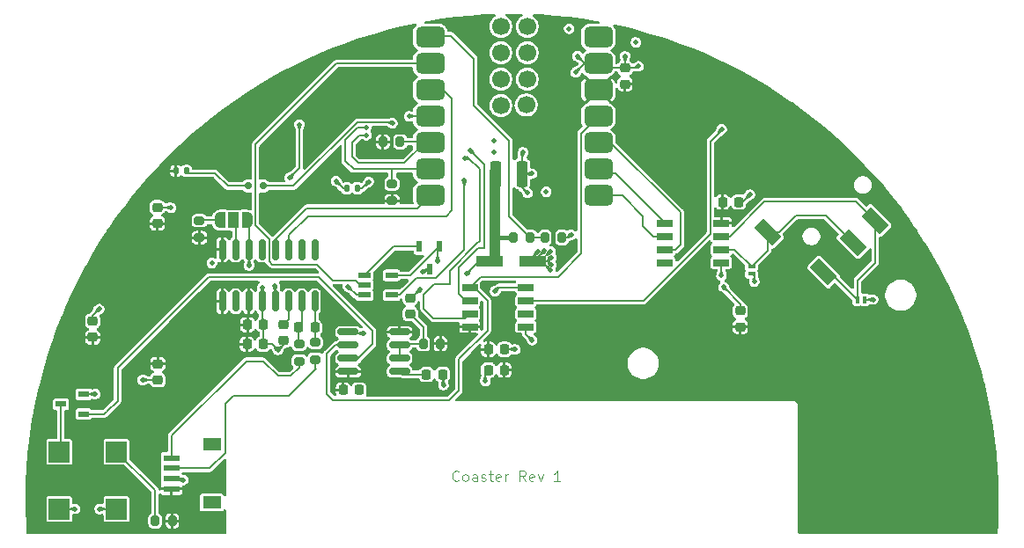
<source format=gbr>
%TF.GenerationSoftware,KiCad,Pcbnew,9.0.6-9.0.6~ubuntu24.04.1*%
%TF.CreationDate,2026-01-18T20:47:33+05:30*%
%TF.ProjectId,WeighingScalePCB,57656967-6869-46e6-9753-63616c655043,rev?*%
%TF.SameCoordinates,Original*%
%TF.FileFunction,Copper,L1,Top*%
%TF.FilePolarity,Positive*%
%FSLAX46Y46*%
G04 Gerber Fmt 4.6, Leading zero omitted, Abs format (unit mm)*
G04 Created by KiCad (PCBNEW 9.0.6-9.0.6~ubuntu24.04.1) date 2026-01-18 20:47:33*
%MOMM*%
%LPD*%
G01*
G04 APERTURE LIST*
G04 Aperture macros list*
%AMRoundRect*
0 Rectangle with rounded corners*
0 $1 Rounding radius*
0 $2 $3 $4 $5 $6 $7 $8 $9 X,Y pos of 4 corners*
0 Add a 4 corners polygon primitive as box body*
4,1,4,$2,$3,$4,$5,$6,$7,$8,$9,$2,$3,0*
0 Add four circle primitives for the rounded corners*
1,1,$1+$1,$2,$3*
1,1,$1+$1,$4,$5*
1,1,$1+$1,$6,$7*
1,1,$1+$1,$8,$9*
0 Add four rect primitives between the rounded corners*
20,1,$1+$1,$2,$3,$4,$5,0*
20,1,$1+$1,$4,$5,$6,$7,0*
20,1,$1+$1,$6,$7,$8,$9,0*
20,1,$1+$1,$8,$9,$2,$3,0*%
%AMRotRect*
0 Rectangle, with rotation*
0 The origin of the aperture is its center*
0 $1 length*
0 $2 width*
0 $3 Rotation angle, in degrees counterclockwise*
0 Add horizontal line*
21,1,$1,$2,0,0,$3*%
%AMFreePoly0*
4,1,23,0.550000,-0.750000,0.000000,-0.750000,0.000000,-0.745722,-0.065263,-0.745722,-0.191342,-0.711940,-0.304381,-0.646677,-0.396677,-0.554381,-0.461940,-0.441342,-0.495722,-0.315263,-0.495722,-0.250000,-0.500000,-0.250000,-0.500000,0.250000,-0.495722,0.250000,-0.495722,0.315263,-0.461940,0.441342,-0.396677,0.554381,-0.304381,0.646677,-0.191342,0.711940,-0.065263,0.745722,0.000000,0.745722,
0.000000,0.750000,0.550000,0.750000,0.550000,-0.750000,0.550000,-0.750000,$1*%
%AMFreePoly1*
4,1,23,0.000000,0.745722,0.065263,0.745722,0.191342,0.711940,0.304381,0.646677,0.396677,0.554381,0.461940,0.441342,0.495722,0.315263,0.495722,0.250000,0.500000,0.250000,0.500000,-0.250000,0.495722,-0.250000,0.495722,-0.315263,0.461940,-0.441342,0.396677,-0.554381,0.304381,-0.646677,0.191342,-0.711940,0.065263,-0.745722,0.000000,-0.745722,0.000000,-0.750000,-0.550000,-0.750000,
-0.550000,0.750000,0.000000,0.750000,0.000000,0.745722,0.000000,0.745722,$1*%
G04 Aperture macros list end*
%ADD10C,0.100000*%
%TA.AperFunction,NonConductor*%
%ADD11C,0.100000*%
%TD*%
%TA.AperFunction,Conductor*%
%ADD12C,0.200000*%
%TD*%
%TA.AperFunction,Conductor*%
%ADD13C,0.400000*%
%TD*%
%TA.AperFunction,Conductor*%
%ADD14C,1.000000*%
%TD*%
%TA.AperFunction,SMDPad,CuDef*%
%ADD15RoundRect,0.225000X-0.250000X0.225000X-0.250000X-0.225000X0.250000X-0.225000X0.250000X0.225000X0*%
%TD*%
%TA.AperFunction,SMDPad,CuDef*%
%ADD16RoundRect,0.225000X-0.225000X-0.250000X0.225000X-0.250000X0.225000X0.250000X-0.225000X0.250000X0*%
%TD*%
%TA.AperFunction,SMDPad,CuDef*%
%ADD17RoundRect,0.225000X0.225000X0.250000X-0.225000X0.250000X-0.225000X-0.250000X0.225000X-0.250000X0*%
%TD*%
%TA.AperFunction,SMDPad,CuDef*%
%ADD18RoundRect,0.050000X-0.300000X0.150000X-0.300000X-0.150000X0.300000X-0.150000X0.300000X0.150000X0*%
%TD*%
%TA.AperFunction,SMDPad,CuDef*%
%ADD19R,0.600000X1.050000*%
%TD*%
%TA.AperFunction,SMDPad,CuDef*%
%ADD20R,2.580000X1.000000*%
%TD*%
%TA.AperFunction,SMDPad,CuDef*%
%ADD21RoundRect,0.500000X-0.875000X-0.500000X0.875000X-0.500000X0.875000X0.500000X-0.875000X0.500000X0*%
%TD*%
%TA.AperFunction,SMDPad,CuDef*%
%ADD22RoundRect,0.275000X-0.275000X0.975000X-0.275000X-0.975000X0.275000X-0.975000X0.275000X0.975000X0*%
%TD*%
%TA.AperFunction,SMDPad,CuDef*%
%ADD23C,1.700000*%
%TD*%
%TA.AperFunction,SMDPad,CuDef*%
%ADD24RotRect,1.200000X2.500000X225.000000*%
%TD*%
%TA.AperFunction,SMDPad,CuDef*%
%ADD25RoundRect,0.200000X-0.200000X-0.275000X0.200000X-0.275000X0.200000X0.275000X-0.200000X0.275000X0*%
%TD*%
%TA.AperFunction,SMDPad,CuDef*%
%ADD26FreePoly0,0.000000*%
%TD*%
%TA.AperFunction,SMDPad,CuDef*%
%ADD27R,1.000000X1.500000*%
%TD*%
%TA.AperFunction,SMDPad,CuDef*%
%ADD28FreePoly1,0.000000*%
%TD*%
%TA.AperFunction,SMDPad,CuDef*%
%ADD29RoundRect,0.225000X0.250000X-0.225000X0.250000X0.225000X-0.250000X0.225000X-0.250000X-0.225000X0*%
%TD*%
%TA.AperFunction,SMDPad,CuDef*%
%ADD30R,1.150000X0.600000*%
%TD*%
%TA.AperFunction,SMDPad,CuDef*%
%ADD31RoundRect,0.200000X0.275000X-0.200000X0.275000X0.200000X-0.275000X0.200000X-0.275000X-0.200000X0*%
%TD*%
%TA.AperFunction,SMDPad,CuDef*%
%ADD32R,1.050000X0.600000*%
%TD*%
%TA.AperFunction,SMDPad,CuDef*%
%ADD33RoundRect,0.135000X-0.135000X-0.185000X0.135000X-0.185000X0.135000X0.185000X-0.135000X0.185000X0*%
%TD*%
%TA.AperFunction,SMDPad,CuDef*%
%ADD34RoundRect,0.050000X-0.150000X-0.300000X0.150000X-0.300000X0.150000X0.300000X-0.150000X0.300000X0*%
%TD*%
%TA.AperFunction,SMDPad,CuDef*%
%ADD35RoundRect,0.135000X0.135000X0.185000X-0.135000X0.185000X-0.135000X-0.185000X0.135000X-0.185000X0*%
%TD*%
%TA.AperFunction,SMDPad,CuDef*%
%ADD36RoundRect,0.150000X-0.825000X-0.150000X0.825000X-0.150000X0.825000X0.150000X-0.825000X0.150000X0*%
%TD*%
%TA.AperFunction,SMDPad,CuDef*%
%ADD37RoundRect,0.200000X-0.275000X0.200000X-0.275000X-0.200000X0.275000X-0.200000X0.275000X0.200000X0*%
%TD*%
%TA.AperFunction,SMDPad,CuDef*%
%ADD38R,1.550000X0.600000*%
%TD*%
%TA.AperFunction,SMDPad,CuDef*%
%ADD39R,1.800000X1.200000*%
%TD*%
%TA.AperFunction,SMDPad,CuDef*%
%ADD40R,1.500000X0.650000*%
%TD*%
%TA.AperFunction,SMDPad,CuDef*%
%ADD41RoundRect,0.150000X-0.150000X-0.200000X0.150000X-0.200000X0.150000X0.200000X-0.150000X0.200000X0*%
%TD*%
%TA.AperFunction,SMDPad,CuDef*%
%ADD42R,2.000000X2.000000*%
%TD*%
%TA.AperFunction,SMDPad,CuDef*%
%ADD43RoundRect,0.150000X0.150000X-0.825000X0.150000X0.825000X-0.150000X0.825000X-0.150000X-0.825000X0*%
%TD*%
%TA.AperFunction,SMDPad,CuDef*%
%ADD44R,1.525000X0.650000*%
%TD*%
%TA.AperFunction,ViaPad*%
%ADD45C,0.500000*%
%TD*%
%TA.AperFunction,ViaPad*%
%ADD46C,0.600000*%
%TD*%
G04 APERTURE END LIST*
D10*
D11*
X141875312Y-82277180D02*
X141827693Y-82324800D01*
X141827693Y-82324800D02*
X141684836Y-82372419D01*
X141684836Y-82372419D02*
X141589598Y-82372419D01*
X141589598Y-82372419D02*
X141446741Y-82324800D01*
X141446741Y-82324800D02*
X141351503Y-82229561D01*
X141351503Y-82229561D02*
X141303884Y-82134323D01*
X141303884Y-82134323D02*
X141256265Y-81943847D01*
X141256265Y-81943847D02*
X141256265Y-81800990D01*
X141256265Y-81800990D02*
X141303884Y-81610514D01*
X141303884Y-81610514D02*
X141351503Y-81515276D01*
X141351503Y-81515276D02*
X141446741Y-81420038D01*
X141446741Y-81420038D02*
X141589598Y-81372419D01*
X141589598Y-81372419D02*
X141684836Y-81372419D01*
X141684836Y-81372419D02*
X141827693Y-81420038D01*
X141827693Y-81420038D02*
X141875312Y-81467657D01*
X142446741Y-82372419D02*
X142351503Y-82324800D01*
X142351503Y-82324800D02*
X142303884Y-82277180D01*
X142303884Y-82277180D02*
X142256265Y-82181942D01*
X142256265Y-82181942D02*
X142256265Y-81896228D01*
X142256265Y-81896228D02*
X142303884Y-81800990D01*
X142303884Y-81800990D02*
X142351503Y-81753371D01*
X142351503Y-81753371D02*
X142446741Y-81705752D01*
X142446741Y-81705752D02*
X142589598Y-81705752D01*
X142589598Y-81705752D02*
X142684836Y-81753371D01*
X142684836Y-81753371D02*
X142732455Y-81800990D01*
X142732455Y-81800990D02*
X142780074Y-81896228D01*
X142780074Y-81896228D02*
X142780074Y-82181942D01*
X142780074Y-82181942D02*
X142732455Y-82277180D01*
X142732455Y-82277180D02*
X142684836Y-82324800D01*
X142684836Y-82324800D02*
X142589598Y-82372419D01*
X142589598Y-82372419D02*
X142446741Y-82372419D01*
X143637217Y-82372419D02*
X143637217Y-81848609D01*
X143637217Y-81848609D02*
X143589598Y-81753371D01*
X143589598Y-81753371D02*
X143494360Y-81705752D01*
X143494360Y-81705752D02*
X143303884Y-81705752D01*
X143303884Y-81705752D02*
X143208646Y-81753371D01*
X143637217Y-82324800D02*
X143541979Y-82372419D01*
X143541979Y-82372419D02*
X143303884Y-82372419D01*
X143303884Y-82372419D02*
X143208646Y-82324800D01*
X143208646Y-82324800D02*
X143161027Y-82229561D01*
X143161027Y-82229561D02*
X143161027Y-82134323D01*
X143161027Y-82134323D02*
X143208646Y-82039085D01*
X143208646Y-82039085D02*
X143303884Y-81991466D01*
X143303884Y-81991466D02*
X143541979Y-81991466D01*
X143541979Y-81991466D02*
X143637217Y-81943847D01*
X144065789Y-82324800D02*
X144161027Y-82372419D01*
X144161027Y-82372419D02*
X144351503Y-82372419D01*
X144351503Y-82372419D02*
X144446741Y-82324800D01*
X144446741Y-82324800D02*
X144494360Y-82229561D01*
X144494360Y-82229561D02*
X144494360Y-82181942D01*
X144494360Y-82181942D02*
X144446741Y-82086704D01*
X144446741Y-82086704D02*
X144351503Y-82039085D01*
X144351503Y-82039085D02*
X144208646Y-82039085D01*
X144208646Y-82039085D02*
X144113408Y-81991466D01*
X144113408Y-81991466D02*
X144065789Y-81896228D01*
X144065789Y-81896228D02*
X144065789Y-81848609D01*
X144065789Y-81848609D02*
X144113408Y-81753371D01*
X144113408Y-81753371D02*
X144208646Y-81705752D01*
X144208646Y-81705752D02*
X144351503Y-81705752D01*
X144351503Y-81705752D02*
X144446741Y-81753371D01*
X144780075Y-81705752D02*
X145161027Y-81705752D01*
X144922932Y-81372419D02*
X144922932Y-82229561D01*
X144922932Y-82229561D02*
X144970551Y-82324800D01*
X144970551Y-82324800D02*
X145065789Y-82372419D01*
X145065789Y-82372419D02*
X145161027Y-82372419D01*
X145875313Y-82324800D02*
X145780075Y-82372419D01*
X145780075Y-82372419D02*
X145589599Y-82372419D01*
X145589599Y-82372419D02*
X145494361Y-82324800D01*
X145494361Y-82324800D02*
X145446742Y-82229561D01*
X145446742Y-82229561D02*
X145446742Y-81848609D01*
X145446742Y-81848609D02*
X145494361Y-81753371D01*
X145494361Y-81753371D02*
X145589599Y-81705752D01*
X145589599Y-81705752D02*
X145780075Y-81705752D01*
X145780075Y-81705752D02*
X145875313Y-81753371D01*
X145875313Y-81753371D02*
X145922932Y-81848609D01*
X145922932Y-81848609D02*
X145922932Y-81943847D01*
X145922932Y-81943847D02*
X145446742Y-82039085D01*
X146351504Y-82372419D02*
X146351504Y-81705752D01*
X146351504Y-81896228D02*
X146399123Y-81800990D01*
X146399123Y-81800990D02*
X146446742Y-81753371D01*
X146446742Y-81753371D02*
X146541980Y-81705752D01*
X146541980Y-81705752D02*
X146637218Y-81705752D01*
X148303885Y-82372419D02*
X147970552Y-81896228D01*
X147732457Y-82372419D02*
X147732457Y-81372419D01*
X147732457Y-81372419D02*
X148113409Y-81372419D01*
X148113409Y-81372419D02*
X148208647Y-81420038D01*
X148208647Y-81420038D02*
X148256266Y-81467657D01*
X148256266Y-81467657D02*
X148303885Y-81562895D01*
X148303885Y-81562895D02*
X148303885Y-81705752D01*
X148303885Y-81705752D02*
X148256266Y-81800990D01*
X148256266Y-81800990D02*
X148208647Y-81848609D01*
X148208647Y-81848609D02*
X148113409Y-81896228D01*
X148113409Y-81896228D02*
X147732457Y-81896228D01*
X149113409Y-82324800D02*
X149018171Y-82372419D01*
X149018171Y-82372419D02*
X148827695Y-82372419D01*
X148827695Y-82372419D02*
X148732457Y-82324800D01*
X148732457Y-82324800D02*
X148684838Y-82229561D01*
X148684838Y-82229561D02*
X148684838Y-81848609D01*
X148684838Y-81848609D02*
X148732457Y-81753371D01*
X148732457Y-81753371D02*
X148827695Y-81705752D01*
X148827695Y-81705752D02*
X149018171Y-81705752D01*
X149018171Y-81705752D02*
X149113409Y-81753371D01*
X149113409Y-81753371D02*
X149161028Y-81848609D01*
X149161028Y-81848609D02*
X149161028Y-81943847D01*
X149161028Y-81943847D02*
X148684838Y-82039085D01*
X149494362Y-81705752D02*
X149732457Y-82372419D01*
X149732457Y-82372419D02*
X149970552Y-81705752D01*
X151637219Y-82372419D02*
X151065791Y-82372419D01*
X151351505Y-82372419D02*
X151351505Y-81372419D01*
X151351505Y-81372419D02*
X151256267Y-81515276D01*
X151256267Y-81515276D02*
X151161029Y-81610514D01*
X151161029Y-81610514D02*
X151065791Y-81658133D01*
D12*
%TO.N,SO*%
X161775000Y-60130000D02*
X162685000Y-60130000D01*
%TO.N,GND*%
X157925000Y-42570000D02*
X155825000Y-42570000D01*
%TO.N,Net-(U1-GPIO0_A0_D0)*%
X141125000Y-39490000D02*
X139185000Y-39490000D01*
%TO.N,CS_N*%
X160625000Y-58830000D02*
X161645000Y-58830000D01*
D13*
%TO.N,/V_BAT*%
X147105000Y-58920000D02*
X145395000Y-58920000D01*
D12*
%TO.N,SCL*%
X131765000Y-52330000D02*
X139185000Y-52330000D01*
%TO.N,SDA*%
X132345000Y-49060000D02*
X131605000Y-49800000D01*
%TO.N,Net-(U1-GPIO0_A0_D0)*%
X143345000Y-46250000D02*
X143345000Y-41710000D01*
%TO.N,SCL*%
X130985000Y-51550000D02*
X131765000Y-52330000D01*
%TO.N,/T-*%
X180815000Y-56220000D02*
X181635000Y-57040000D01*
%TO.N,SDA*%
X131605000Y-51130000D02*
X132215000Y-51740000D01*
%TO.N,SO*%
X163195000Y-56480000D02*
X156145000Y-49430000D01*
X163195000Y-59620000D02*
X163195000Y-56480000D01*
%TO.N,SDA*%
X132215000Y-51740000D02*
X136665000Y-51740000D01*
%TO.N,GND*%
X123067500Y-64690000D02*
X123067500Y-65170000D01*
D14*
%TO.N,/V_BAT*%
X145395000Y-52610000D02*
X145395000Y-61050000D01*
D12*
%TO.N,SDA*%
X131605000Y-49800000D02*
X131605000Y-51130000D01*
%TO.N,CS_N*%
X157605000Y-54880000D02*
X159575000Y-56850000D01*
%TO.N,SCL*%
X135475000Y-53980000D02*
X135475000Y-52330000D01*
X130985000Y-49540000D02*
X130985000Y-51550000D01*
%TO.N,SCK*%
X156935000Y-52710000D02*
X155845000Y-52710000D01*
%TO.N,Net-(U1-GPIO0_A0_D0)*%
X143345000Y-41710000D02*
X141125000Y-39490000D01*
%TO.N,SCL*%
X132935000Y-48370000D02*
X132155000Y-48370000D01*
X132155000Y-48370000D02*
X130985000Y-49540000D01*
%TO.N,Net-(U1-GPIO0_A0_D0)*%
X145085000Y-47990000D02*
X143345000Y-46250000D01*
%TO.N,SCK*%
X161775000Y-57550000D02*
X156935000Y-52710000D01*
%TO.N,Net-(D15-A)*%
X118465000Y-52740000D02*
X115755000Y-52740000D01*
%TO.N,Net-(JP3-A)*%
X118987500Y-57260000D02*
X116987500Y-57260000D01*
%TO.N,CS_N*%
X155395000Y-54880000D02*
X157605000Y-54880000D01*
%TO.N,SDA*%
X136665000Y-51740000D02*
X138835000Y-49570000D01*
X139235000Y-49700000D02*
X136295000Y-49700000D01*
%TO.N,CS_N*%
X159575000Y-57780000D02*
X160625000Y-58830000D01*
%TO.N,Net-(JP3-C)*%
X120447500Y-59970000D02*
X120447500Y-57720000D01*
%TO.N,GND*%
X124217500Y-65170000D02*
X124217500Y-65720000D01*
%TO.N,/load_N*%
X114255000Y-80130000D02*
X114255000Y-79010000D01*
%TO.N,SO*%
X162685000Y-60130000D02*
X163195000Y-59620000D01*
%TO.N,SDA*%
X132995000Y-49060000D02*
X132345000Y-49060000D01*
%TO.N,CS_N*%
X159575000Y-56850000D02*
X159575000Y-57780000D01*
%TD*%
D15*
%TO.P,C17,1*%
%TO.N,GND*%
X168965000Y-65980000D03*
%TO.P,C17,2*%
%TO.N,VCC*%
X168965000Y-67530000D03*
%TD*%
D16*
%TO.P,C10,1*%
%TO.N,VCC*%
X144735000Y-69680000D03*
%TO.P,C10,2*%
%TO.N,GND*%
X146285000Y-69680000D03*
%TD*%
D17*
%TO.P,C1,1*%
%TO.N,Net-(U2-INA+)*%
X128040000Y-67590000D03*
%TO.P,C1,2*%
%TO.N,Net-(U2-INA-)*%
X126490000Y-67590000D03*
%TD*%
D18*
%TO.P,D6,1,K*%
%TO.N,/T+*%
X170035000Y-61710000D03*
%TO.P,D6,2,A*%
%TO.N,GND*%
X170035000Y-62410000D03*
%TD*%
D16*
%TO.P,C8,1*%
%TO.N,Net-(U3-CV)*%
X138780000Y-72090000D03*
%TO.P,C8,2*%
%TO.N,GND*%
X140330000Y-72090000D03*
%TD*%
D19*
%TO.P,IC2,1,VCC*%
%TO.N,/V_BAT*%
X140005000Y-59800000D03*
%TO.P,IC2,2,VOUT*%
%TO.N,Net-(IC2-VOUT)*%
X138105000Y-59800000D03*
%TO.P,IC2,3,GND*%
%TO.N,GND*%
X139055000Y-62000000D03*
%TD*%
D20*
%TO.P,J4,1,Pin_1*%
%TO.N,/V_BAT*%
X144840000Y-61240000D03*
%TO.P,J4,2,Pin_2*%
%TO.N,GND*%
X149010000Y-61240000D03*
%TD*%
D21*
%TO.P,U1,1,GPIO0_A0_D0*%
%TO.N,Net-(U1-GPIO0_A0_D0)*%
X139140000Y-39630000D03*
%TO.P,U1,2,GPIO1_A1_D1*%
%TO.N,/ble_keep_awake*%
X139140000Y-42170000D03*
%TO.P,U1,3,GPIO2_A2_D2*%
%TO.N,PD_SCK*%
X139140000Y-44710000D03*
%TO.P,U1,4,GPIO21_D3*%
%TO.N,/enable*%
X139140000Y-47250000D03*
%TO.P,U1,5,GPIO22_D4_SDA*%
%TO.N,SDA*%
X139140000Y-49790000D03*
%TO.P,U1,6,GPIO23_D5_SCL*%
%TO.N,SCL*%
X139140000Y-52330000D03*
%TO.P,U1,7,GPIO16_D6_TX*%
%TO.N,DOut*%
X139140000Y-54870000D03*
%TO.P,U1,8,GPIO17_D7_RX*%
%TO.N,CS_N*%
X155305000Y-54870000D03*
%TO.P,U1,9,GPIO19_D8_SCK*%
%TO.N,SCK*%
X155305000Y-52330000D03*
%TO.P,U1,10,GPIO20_D9_MISO*%
%TO.N,SO*%
X155305000Y-49790000D03*
%TO.P,U1,11,GPIO18_D10_MOSI*%
%TO.N,/touch*%
X155305000Y-47250000D03*
%TO.P,U1,12,3V3*%
%TO.N,VCC*%
X155305000Y-44710000D03*
%TO.P,U1,13,GND*%
%TO.N,GND*%
X155305000Y-42170000D03*
%TO.P,U1,14,5V*%
%TO.N,unconnected-(U1-5V-Pad14)*%
X155305000Y-39630000D03*
D22*
%TO.P,U1,15,BAT*%
%TO.N,/V_BAT*%
X145413600Y-52781700D03*
%TO.P,U1,16,GND*%
%TO.N,GND*%
X147953600Y-52781700D03*
D23*
%TO.P,U1,17,MTDI*%
%TO.N,unconnected-(U1-MTDI-Pad17)*%
X145921600Y-38608500D03*
%TO.P,U1,18,MTDO*%
%TO.N,unconnected-(U1-MTDO-Pad18)*%
X148461600Y-38608500D03*
%TO.P,U1,19,CHIP_EN*%
%TO.N,unconnected-(U1-CHIP_EN-Pad19)*%
X145921600Y-41148500D03*
%TO.P,U1,20,GND*%
%TO.N,unconnected-(U1-GND-Pad20)*%
X148461600Y-41148500D03*
%TO.P,U1,21,MTMS*%
%TO.N,unconnected-(U1-MTMS-Pad21)*%
X145921600Y-43688500D03*
%TO.P,U1,22,MTCK*%
%TO.N,unconnected-(U1-MTCK-Pad22)*%
X148461600Y-43688500D03*
%TO.P,U1,23,BOOT*%
%TO.N,unconnected-(U1-BOOT-Pad23)*%
X145921600Y-46228500D03*
%TO.P,U1,24,3V3_1*%
%TO.N,unconnected-(U1-3V3_1-Pad24)*%
X148369000Y-46171700D03*
%TD*%
D24*
%TO.P,J2,1,T*%
%TO.N,/T+*%
X171587486Y-58421320D03*
%TO.P,J2,2,R1*%
%TO.N,/T-*%
X176961497Y-62239697D03*
%TO.P,J2,3,R2*%
%TO.N,/T+*%
X179789924Y-59411270D03*
%TO.P,J2,4,S*%
%TO.N,/T-*%
X181911245Y-57289949D03*
%TD*%
D25*
%TO.P,R12,1*%
%TO.N,Net-(U3-DIS)*%
X138475000Y-69150000D03*
%TO.P,R12,2*%
%TO.N,VCC*%
X140125000Y-69150000D03*
%TD*%
%TO.P,R8,1*%
%TO.N,VCC*%
X134595000Y-49700000D03*
%TO.P,R8,2*%
%TO.N,SDA*%
X136245000Y-49700000D03*
%TD*%
%TO.P,R6,1*%
%TO.N,/V_BAT*%
X147120000Y-58920000D03*
%TO.P,R6,2*%
%TO.N,Net-(U1-GPIO0_A0_D0)*%
X148770000Y-58920000D03*
%TD*%
D26*
%TO.P,JP3,1,A*%
%TO.N,Net-(JP3-A)*%
X118927500Y-57260000D03*
D27*
%TO.P,JP3,2,C*%
%TO.N,Net-(JP3-C)*%
X120227500Y-57260000D03*
D28*
%TO.P,JP3,3,B*%
%TO.N,GND*%
X121527500Y-57260000D03*
%TD*%
D29*
%TO.P,C2,1*%
%TO.N,GND*%
X125015000Y-68815000D03*
%TO.P,C2,2*%
%TO.N,Net-(U2-VBG)*%
X125015000Y-67265000D03*
%TD*%
D25*
%TO.P,R13,1*%
%TO.N,Net-(BZ1-+-Pad1)*%
X112690000Y-86200000D03*
%TO.P,R13,2*%
%TO.N,VCC*%
X114340000Y-86200000D03*
%TD*%
D30*
%TO.P,U4,1*%
%TO.N,Net-(IC2-VOUT)*%
X132815000Y-62560000D03*
%TO.P,U4,2*%
%TO.N,/ble_keep_awake*%
X132815000Y-63510000D03*
%TO.P,U4,3,GND*%
%TO.N,GND*%
X132815000Y-64460000D03*
%TO.P,U4,4*%
%TO.N,/enable*%
X135415000Y-64460000D03*
%TO.P,U4,5,VCC*%
%TO.N,/V_BAT*%
X135415000Y-62560000D03*
%TD*%
D17*
%TO.P,C4,1*%
%TO.N,GND*%
X123072500Y-69180000D03*
%TO.P,C4,2*%
%TO.N,VCC*%
X121522500Y-69180000D03*
%TD*%
D25*
%TO.P,R9,1*%
%TO.N,Net-(U1-GPIO0_A0_D0)*%
X150160000Y-58920000D03*
%TO.P,R9,2*%
%TO.N,GND*%
X151810000Y-58920000D03*
%TD*%
D31*
%TO.P,R2,1*%
%TO.N,/load_P*%
X128105000Y-70645000D03*
%TO.P,R2,2*%
%TO.N,Net-(U2-INA+)*%
X128105000Y-68995000D03*
%TD*%
%TO.P,R1,1*%
%TO.N,/load_N*%
X126535000Y-70815000D03*
%TO.P,R1,2*%
%TO.N,Net-(U2-INA-)*%
X126535000Y-69165000D03*
%TD*%
D29*
%TO.P,C15,1*%
%TO.N,Net-(U3-DIS)*%
X137225000Y-66290000D03*
%TO.P,C15,2*%
%TO.N,GND*%
X137225000Y-64740000D03*
%TD*%
D32*
%TO.P,Q5,1,G*%
%TO.N,Net-(Q5-G)*%
X105825000Y-75900000D03*
%TO.P,Q5,2,S*%
%TO.N,GND*%
X105825000Y-74000000D03*
%TO.P,Q5,3,D*%
%TO.N,Net-(BZ1--)*%
X103625000Y-74950000D03*
%TD*%
D33*
%TO.P,R4,1*%
%TO.N,VCC*%
X114675000Y-52500000D03*
%TO.P,R4,2*%
%TO.N,Net-(D15-A)*%
X115695000Y-52500000D03*
%TD*%
D16*
%TO.P,C11,1*%
%TO.N,VCC*%
X130770000Y-73590000D03*
%TO.P,C11,2*%
%TO.N,GND*%
X132320000Y-73590000D03*
%TD*%
D29*
%TO.P,C6,1*%
%TO.N,VCC*%
X106695000Y-68515000D03*
%TO.P,C6,2*%
%TO.N,GND*%
X106695000Y-66965000D03*
%TD*%
D34*
%TO.P,D7,1,K*%
%TO.N,/T-*%
X180215000Y-64900000D03*
%TO.P,D7,2,A*%
%TO.N,GND*%
X180915000Y-64900000D03*
%TD*%
D35*
%TO.P,R5,1*%
%TO.N,GND*%
X132125000Y-54180000D03*
%TO.P,R5,2*%
%TO.N,/R5*%
X131105000Y-54180000D03*
%TD*%
D36*
%TO.P,U3,1,GND*%
%TO.N,GND*%
X131250000Y-68002500D03*
%TO.P,U3,2,TR*%
%TO.N,/touch*%
X131250000Y-69272500D03*
%TO.P,U3,3,Q*%
%TO.N,Net-(Q5-G)*%
X131250000Y-70542500D03*
%TO.P,U3,4,R*%
%TO.N,VCC*%
X131250000Y-71812500D03*
%TO.P,U3,5,CV*%
%TO.N,Net-(U3-CV)*%
X136200000Y-71812500D03*
%TO.P,U3,6,THR*%
%TO.N,Net-(U3-DIS)*%
X136200000Y-70542500D03*
%TO.P,U3,7,DIS*%
X136200000Y-69272500D03*
%TO.P,U3,8,VCC*%
%TO.N,VCC*%
X136200000Y-68002500D03*
%TD*%
D29*
%TO.P,C14,1*%
%TO.N,GND*%
X112965000Y-72645000D03*
%TO.P,C14,2*%
%TO.N,VCC*%
X112965000Y-71095000D03*
%TD*%
D37*
%TO.P,R3,1*%
%TO.N,Net-(JP3-A)*%
X116947500Y-57285000D03*
%TO.P,R3,2*%
%TO.N,VCC*%
X116947500Y-58935000D03*
%TD*%
D38*
%TO.P,J6,1,Pin_1*%
%TO.N,VCC*%
X114263685Y-83130000D03*
%TO.P,J6,2,Pin_2*%
%TO.N,GND*%
X114263685Y-82130000D03*
%TO.P,J6,3,Pin_3*%
%TO.N,/load_P*%
X114263685Y-81130000D03*
%TO.P,J6,4,Pin_4*%
%TO.N,/load_N*%
X114263685Y-80130000D03*
D39*
%TO.P,J6,5,MountPin*%
%TO.N,unconnected-(J6-MountPin-Pad5)*%
X118138685Y-84430000D03*
%TO.P,J6,6,MountPin*%
%TO.N,unconnected-(J6-MountPin-Pad6)*%
X118138685Y-78830000D03*
%TD*%
D29*
%TO.P,C5,1*%
%TO.N,VCC*%
X157875000Y-44150000D03*
%TO.P,C5,2*%
%TO.N,GND*%
X157875000Y-42600000D03*
%TD*%
D40*
%TO.P,IC3,1,ALERT#*%
%TO.N,/touch*%
X142945000Y-63715000D03*
%TO.P,IC3,2,SMDAT*%
%TO.N,SDA*%
X142945000Y-64985000D03*
%TO.P,IC3,3,SMCLK*%
%TO.N,SCL*%
X142945000Y-66255000D03*
%TO.P,IC3,4,VDD*%
%TO.N,VCC*%
X142945000Y-67525000D03*
%TO.P,IC3,5,GND*%
%TO.N,GND*%
X148345000Y-67525000D03*
%TO.P,IC3,6,CS3*%
%TO.N,unconnected-(IC3-CS3-Pad6)*%
X148345000Y-66255000D03*
%TO.P,IC3,7,CS2*%
%TO.N,Net-(IC3-CS2)*%
X148345000Y-64985000D03*
%TO.P,IC3,8,CS1*%
%TO.N,Net-(IC3-CS1)*%
X148345000Y-63715000D03*
%TD*%
D41*
%TO.P,D15,1,K*%
%TO.N,/d15*%
X123062500Y-53960000D03*
%TO.P,D15,2,A*%
%TO.N,Net-(D15-A)*%
X121662500Y-53960000D03*
%TD*%
D42*
%TO.P,BZ1,1,+*%
%TO.N,Net-(BZ1-+-Pad1)*%
X108975000Y-79540000D03*
%TO.P,BZ1,2,-*%
%TO.N,Net-(BZ1--)*%
X103475000Y-79540000D03*
%TO.P,BZ1,3,+*%
%TO.N,GND*%
X103475000Y-85040000D03*
%TO.P,BZ1,4,+*%
X108975000Y-85040000D03*
%TD*%
D43*
%TO.P,U2,1,VSUP*%
%TO.N,VCC*%
X119170000Y-65045000D03*
%TO.P,U2,2,BASE*%
%TO.N,unconnected-(U2-BASE-Pad2)*%
X120440000Y-65045000D03*
%TO.P,U2,3,AVDD*%
%TO.N,VCC*%
X121710000Y-65045000D03*
%TO.P,U2,4,VFB*%
%TO.N,GND*%
X122980000Y-65045000D03*
%TO.P,U2,5,AGND*%
X124250000Y-65045000D03*
%TO.P,U2,6,VBG*%
%TO.N,Net-(U2-VBG)*%
X125520000Y-65045000D03*
%TO.P,U2,7,INA-*%
%TO.N,Net-(U2-INA-)*%
X126790000Y-65045000D03*
%TO.P,U2,8,INA+*%
%TO.N,Net-(U2-INA+)*%
X128060000Y-65045000D03*
%TO.P,U2,9,INB-*%
%TO.N,unconnected-(U2-INB--Pad9)*%
X128060000Y-60095000D03*
%TO.P,U2,10,INB+*%
%TO.N,unconnected-(U2-INB+-Pad10)*%
X126790000Y-60095000D03*
%TO.P,U2,11,PD_SCK*%
%TO.N,PD_SCK*%
X125520000Y-60095000D03*
%TO.P,U2,12,DOUT*%
%TO.N,DOut*%
X124250000Y-60095000D03*
%TO.P,U2,13,XO*%
%TO.N,unconnected-(U2-XO-Pad13)*%
X122980000Y-60095000D03*
%TO.P,U2,14,XI*%
%TO.N,GND*%
X121710000Y-60095000D03*
%TO.P,U2,15,RATE*%
%TO.N,Net-(JP3-C)*%
X120440000Y-60095000D03*
%TO.P,U2,16,DVDD*%
%TO.N,VCC*%
X119170000Y-60095000D03*
%TD*%
D29*
%TO.P,C7,1*%
%TO.N,VCC*%
X112895000Y-57570000D03*
%TO.P,C7,2*%
%TO.N,GND*%
X112895000Y-56020000D03*
%TD*%
D17*
%TO.P,C9,1*%
%TO.N,VCC*%
X146270000Y-71670000D03*
%TO.P,C9,2*%
%TO.N,GND*%
X144720000Y-71670000D03*
%TD*%
%TO.P,C18,1*%
%TO.N,GND*%
X168810000Y-55500000D03*
%TO.P,C18,2*%
%TO.N,VCC*%
X167260000Y-55500000D03*
%TD*%
D44*
%TO.P,IC1,1,GND*%
%TO.N,GND*%
X167137000Y-61345000D03*
%TO.P,IC1,2,T-*%
%TO.N,/T+*%
X167137000Y-60075000D03*
%TO.P,IC1,3,T+*%
%TO.N,/T-*%
X167137000Y-58805000D03*
%TO.P,IC1,4,VCC*%
%TO.N,VCC*%
X167137000Y-57535000D03*
%TO.P,IC1,5,SCK*%
%TO.N,SCK*%
X161713000Y-57535000D03*
%TO.P,IC1,6,~{CS}*%
%TO.N,CS_N*%
X161713000Y-58805000D03*
%TO.P,IC1,7,SO*%
%TO.N,SO*%
X161713000Y-60075000D03*
%TO.P,IC1,8,N.C.*%
%TO.N,unconnected-(IC1-N.C.-Pad8)*%
X161713000Y-61345000D03*
%TD*%
D31*
%TO.P,R7,1*%
%TO.N,VCC*%
X135465000Y-55395000D03*
%TO.P,R7,2*%
%TO.N,SCL*%
X135465000Y-53745000D03*
%TD*%
D17*
%TO.P,C3,1*%
%TO.N,GND*%
X123112500Y-67310000D03*
%TO.P,C3,2*%
%TO.N,VCC*%
X121562500Y-67310000D03*
%TD*%
D45*
%TO.N,Net-(IC3-CS1)*%
X145370000Y-64080000D03*
X125630000Y-53180000D03*
X126560000Y-48050000D03*
%TO.N,Net-(IC3-CS2)*%
X167170000Y-48490000D03*
%TO.N,VCC*%
X129250000Y-68500000D03*
D46*
X142750000Y-71750000D03*
X121500000Y-55750000D03*
X143000000Y-71000000D03*
X143500000Y-70250000D03*
X133025000Y-46500000D03*
X141750000Y-69500000D03*
X124250000Y-53000000D03*
X123250000Y-56000000D03*
X124750000Y-55000000D03*
X141000000Y-70500000D03*
X123250000Y-55250000D03*
X142250000Y-69000000D03*
D45*
X130000000Y-72750000D03*
D46*
X121500000Y-55000000D03*
D45*
%TO.N,GND*%
X150110000Y-60220000D03*
X150770000Y-60860000D03*
X159170000Y-42440000D03*
X158920000Y-40130000D03*
X150690000Y-62070000D03*
X118140000Y-61370000D03*
X144440000Y-72750000D03*
X152500000Y-38820000D03*
X115390000Y-82250000D03*
X153310000Y-41480000D03*
X157880000Y-41490000D03*
X132750000Y-68130000D03*
X105010000Y-85040000D03*
X124190000Y-63610000D03*
X114220000Y-56050000D03*
X150690000Y-60260000D03*
X149530000Y-60250000D03*
X111475000Y-72645000D03*
X140410000Y-73130000D03*
X132320000Y-73590000D03*
X150770000Y-61540000D03*
X131240000Y-63660000D03*
X148950000Y-68810000D03*
X181730000Y-64890000D03*
X167330000Y-63680000D03*
X148920000Y-52780000D03*
X148070000Y-50720000D03*
X167150000Y-62600000D03*
X148490000Y-54640000D03*
X124500000Y-69750000D03*
X145280000Y-49600000D03*
X132185000Y-73460000D03*
X170300000Y-63150000D03*
X152700000Y-58650000D03*
X107310000Y-65800000D03*
X145290000Y-50710000D03*
X107350000Y-85050000D03*
X106920000Y-73980000D03*
X147310000Y-69690000D03*
X169890000Y-54790000D03*
X153140000Y-43030000D03*
X138427527Y-62226000D03*
X133230000Y-53560000D03*
X123010000Y-63710000D03*
X150290000Y-54520000D03*
X121710000Y-61620000D03*
X138160000Y-63930000D03*
%TO.N,/V_BAT*%
X142650000Y-62430000D03*
X139870000Y-61190000D03*
%TO.N,SCL*%
X132985000Y-48370000D03*
X142505000Y-51260000D03*
X139140000Y-52330000D03*
%TO.N,SDA*%
X139140000Y-49790000D03*
X132995000Y-49060000D03*
X143025000Y-50540000D03*
%TO.N,/d15*%
X135500000Y-47920000D03*
%TO.N,/enable*%
X137100000Y-47250000D03*
X142420000Y-53440000D03*
%TO.N,/R5*%
X130085000Y-53500000D03*
X130085000Y-53500000D03*
%TD*%
D12*
%TO.N,Net-(U3-CV)*%
X138780000Y-72090000D02*
X136477500Y-72090000D01*
X136477500Y-72090000D02*
X136200000Y-71812500D01*
%TO.N,Net-(U3-DIS)*%
X136200000Y-70420000D02*
X136200000Y-69272500D01*
X136280000Y-70500000D02*
X136200000Y-70420000D01*
X137225000Y-66290000D02*
X138475000Y-67540000D01*
X138475000Y-69150000D02*
X136322500Y-69150000D01*
X136200000Y-70542500D02*
X136237500Y-70542500D01*
X136237500Y-70542500D02*
X136280000Y-70500000D01*
X136322500Y-69150000D02*
X136200000Y-69272500D01*
X138475000Y-67540000D02*
X138475000Y-69150000D01*
%TO.N,Net-(Q5-G)*%
X128423877Y-62750000D02*
X117820000Y-62750000D01*
X131250000Y-70542500D02*
X132224999Y-70542500D01*
X109080000Y-74630000D02*
X108000000Y-75710000D01*
X117820000Y-62750000D02*
X109080000Y-71490000D01*
X133586000Y-69181499D02*
X133586000Y-67912123D01*
X107800000Y-75900000D02*
X105825000Y-75900000D01*
X107990000Y-75710000D02*
X107800000Y-75900000D01*
X132224999Y-70542500D02*
X133586000Y-69181499D01*
X133586000Y-67912123D02*
X128423877Y-62750000D01*
X108000000Y-75710000D02*
X107990000Y-75710000D01*
X109080000Y-71490000D02*
X109080000Y-74630000D01*
%TO.N,Net-(IC3-CS1)*%
X125630000Y-53180000D02*
X126560000Y-52250000D01*
X145735000Y-63715000D02*
X145370000Y-64080000D01*
X148345000Y-63715000D02*
X145735000Y-63715000D01*
X126560000Y-48050000D02*
X126560000Y-48030000D01*
X126560000Y-52250000D02*
X126560000Y-48050000D01*
%TO.N,Net-(IC3-CS2)*%
X159655000Y-64985000D02*
X166073500Y-58566500D01*
X166073500Y-58566500D02*
X166073500Y-49676500D01*
X166073500Y-49676500D02*
X167160000Y-48590000D01*
X148345000Y-64985000D02*
X159655000Y-64985000D01*
%TO.N,GND*%
X147953600Y-52781700D02*
X148918300Y-52781700D01*
X169180000Y-55500000D02*
X169890000Y-54790000D01*
X139055000Y-62000000D02*
X138653527Y-62000000D01*
X106695000Y-66965000D02*
X106695000Y-66415000D01*
X122980000Y-63740000D02*
X123010000Y-63710000D01*
X111390000Y-72730000D02*
X111475000Y-72645000D01*
X151810000Y-58920000D02*
X152430000Y-58920000D01*
X168810000Y-55500000D02*
X169180000Y-55500000D01*
X123930000Y-69180000D02*
X124500000Y-69750000D01*
X124250000Y-63670000D02*
X124190000Y-63610000D01*
X148345000Y-68205000D02*
X148950000Y-68810000D01*
X108975000Y-85040000D02*
X107360000Y-85040000D01*
X137225000Y-64740000D02*
X137350000Y-64740000D01*
X144440000Y-72750000D02*
X144440000Y-71950000D01*
X146285000Y-69680000D02*
X147300000Y-69680000D01*
X114190000Y-56020000D02*
X114220000Y-56050000D01*
X147300000Y-69680000D02*
X147310000Y-69690000D01*
X149860000Y-61240000D02*
X150690000Y-62070000D01*
X140410000Y-73130000D02*
X140410000Y-72170000D01*
X123072500Y-69180000D02*
X123060000Y-69180000D01*
X154000000Y-42170000D02*
X153310000Y-41480000D01*
X149010000Y-61240000D02*
X149860000Y-61240000D01*
X167137000Y-62587000D02*
X167150000Y-62600000D01*
X140410000Y-72170000D02*
X140330000Y-72090000D01*
X144440000Y-71950000D02*
X144720000Y-71670000D01*
X105845000Y-73980000D02*
X105825000Y-74000000D01*
X123072500Y-69180000D02*
X123930000Y-69180000D01*
X147953600Y-50836400D02*
X148070000Y-50720000D01*
X125015000Y-68815000D02*
X125015000Y-69235000D01*
X125015000Y-69235000D02*
X124500000Y-69750000D01*
X157875000Y-42600000D02*
X159010000Y-42600000D01*
X137350000Y-64740000D02*
X138160000Y-63930000D01*
X112965000Y-72645000D02*
X111475000Y-72645000D01*
X132125000Y-54180000D02*
X132610000Y-54180000D01*
X131377500Y-68130000D02*
X131250000Y-68002500D01*
X155305000Y-42170000D02*
X154000000Y-42170000D01*
X181720000Y-64900000D02*
X181730000Y-64890000D01*
X107360000Y-85040000D02*
X107350000Y-85050000D01*
X157875000Y-42600000D02*
X157875000Y-41495000D01*
X138653527Y-62000000D02*
X138427527Y-62226000D01*
X121710000Y-57442500D02*
X121527500Y-57260000D01*
X150470000Y-61240000D02*
X150770000Y-61540000D01*
X124250000Y-65045000D02*
X124250000Y-63670000D01*
X170300000Y-62675000D02*
X170300000Y-63150000D01*
X106920000Y-73980000D02*
X105845000Y-73980000D01*
X123112500Y-66825000D02*
X122980000Y-66692500D01*
X157875000Y-41495000D02*
X157880000Y-41490000D01*
X159010000Y-42600000D02*
X159170000Y-42440000D01*
X168965000Y-65315000D02*
X167330000Y-63680000D01*
X148918300Y-52781700D02*
X148920000Y-52780000D01*
X105010000Y-85040000D02*
X103475000Y-85040000D01*
X149010000Y-61240000D02*
X149710000Y-61240000D01*
X123060000Y-69180000D02*
X123112500Y-69127500D01*
X180915000Y-64900000D02*
X181720000Y-64900000D01*
X168965000Y-65980000D02*
X168965000Y-65315000D01*
X149010000Y-61240000D02*
X150470000Y-61240000D01*
X148345000Y-67525000D02*
X148345000Y-68205000D01*
X167137000Y-61345000D02*
X167137000Y-62587000D01*
X149010000Y-60770000D02*
X149530000Y-60250000D01*
X149010000Y-61240000D02*
X150390000Y-61240000D01*
X115270000Y-82130000D02*
X115390000Y-82250000D01*
X112895000Y-56020000D02*
X114190000Y-56020000D01*
X147953600Y-52781700D02*
X147953600Y-54103600D01*
X122980000Y-66692500D02*
X122980000Y-65045000D01*
X123112500Y-69127500D02*
X123112500Y-67310000D01*
X123112500Y-67310000D02*
X123112500Y-66825000D01*
X121710000Y-60095000D02*
X121710000Y-61620000D01*
X132610000Y-54180000D02*
X133230000Y-53560000D01*
X147953600Y-54103600D02*
X148490000Y-54640000D01*
X114263685Y-82130000D02*
X115270000Y-82130000D01*
X132750000Y-68130000D02*
X131377500Y-68130000D01*
X132815000Y-64460000D02*
X132040000Y-64460000D01*
X106695000Y-66415000D02*
X107310000Y-65800000D01*
X170035000Y-62410000D02*
X170300000Y-62675000D01*
X121710000Y-60095000D02*
X121710000Y-57442500D01*
X149710000Y-61240000D02*
X150690000Y-60260000D01*
X149010000Y-61240000D02*
X149010000Y-60770000D01*
X147953600Y-52781700D02*
X147953600Y-50836400D01*
X132040000Y-64460000D02*
X131240000Y-63660000D01*
X154000000Y-42170000D02*
X153140000Y-43030000D01*
X152430000Y-58920000D02*
X152700000Y-58650000D01*
X149010000Y-61240000D02*
X149090000Y-61240000D01*
X150390000Y-61240000D02*
X150770000Y-60860000D01*
X149090000Y-61240000D02*
X150110000Y-60220000D01*
X122980000Y-65045000D02*
X122980000Y-63740000D01*
%TO.N,Net-(U2-INA+)*%
X128040000Y-67590000D02*
X128040000Y-68930000D01*
X128040000Y-68930000D02*
X128105000Y-68995000D01*
X128060000Y-65045000D02*
X128060000Y-67570000D01*
X128060000Y-67570000D02*
X128040000Y-67590000D01*
%TO.N,Net-(U2-INA-)*%
X126790000Y-65045000D02*
X126790000Y-67290000D01*
X126790000Y-67290000D02*
X126490000Y-67590000D01*
X126490000Y-67590000D02*
X126490000Y-69120000D01*
X126490000Y-69120000D02*
X126535000Y-69165000D01*
%TO.N,Net-(U2-VBG)*%
X125520000Y-66760000D02*
X125015000Y-67265000D01*
X125520000Y-65045000D02*
X125520000Y-66760000D01*
%TO.N,DOut*%
X137914000Y-56096000D02*
X139140000Y-54870000D01*
X124250000Y-59120001D02*
X127274001Y-56096000D01*
X127274001Y-56096000D02*
X137914000Y-56096000D01*
X124250000Y-60095000D02*
X124250000Y-59120001D01*
%TO.N,PD_SCK*%
X141195000Y-56320000D02*
X141195000Y-45530000D01*
X125520000Y-58695000D02*
X127365000Y-56850000D01*
X125520000Y-60095000D02*
X125520000Y-58695000D01*
X127365000Y-56850000D02*
X140665000Y-56850000D01*
X141195000Y-45530000D02*
X140375000Y-44710000D01*
X140375000Y-44710000D02*
X139140000Y-44710000D01*
X140665000Y-56850000D02*
X141195000Y-56320000D01*
%TO.N,Net-(U1-GPIO0_A0_D0)*%
X146725000Y-49630000D02*
X146725000Y-56875000D01*
X146725000Y-56875000D02*
X148770000Y-58920000D01*
X145085000Y-47990000D02*
X146725000Y-49630000D01*
X148770000Y-58920000D02*
X150160000Y-58920000D01*
%TO.N,/V_BAT*%
X144840000Y-61240000D02*
X143840000Y-61240000D01*
X139870000Y-59935000D02*
X140005000Y-59800000D01*
X135415000Y-62560000D02*
X137245000Y-62560000D01*
X139870000Y-61190000D02*
X139870000Y-59935000D01*
X143840000Y-61240000D02*
X142650000Y-62430000D01*
X137245000Y-62560000D02*
X140005000Y-59800000D01*
%TO.N,SCL*%
X143875000Y-52320000D02*
X142815000Y-51260000D01*
X141025000Y-62095900D02*
X143601900Y-59519000D01*
X139539039Y-63430000D02*
X141025000Y-63430000D01*
X142497646Y-66702354D02*
X139468685Y-66702354D01*
X142815000Y-51260000D02*
X142505000Y-51260000D01*
X138530841Y-64438198D02*
X139539039Y-63430000D01*
X143875000Y-59245900D02*
X143875000Y-52320000D01*
X142945000Y-66255000D02*
X142497646Y-66702354D01*
X141025000Y-63430000D02*
X141025000Y-62095900D01*
X139468685Y-66702354D02*
X138530841Y-65764510D01*
X138530841Y-65764510D02*
X138530841Y-64438198D01*
X143601900Y-59519000D02*
X143875000Y-59245900D01*
%TO.N,SDA*%
X142538000Y-64985000D02*
X141894000Y-64341000D01*
X141894000Y-61794000D02*
X143768000Y-59920000D01*
X144375000Y-51890000D02*
X143025000Y-50540000D01*
X141894000Y-64341000D02*
X141894000Y-61794000D01*
X139140000Y-49505000D02*
X139185000Y-49460000D01*
X139140000Y-49505000D02*
X139140000Y-49790000D01*
X143768000Y-59920000D02*
X144375000Y-59920000D01*
X142945000Y-64985000D02*
X142538000Y-64985000D01*
X144375000Y-59920000D02*
X144375000Y-51890000D01*
%TO.N,Net-(IC2-VOUT)*%
X135575000Y-59800000D02*
X132815000Y-62560000D01*
X138105000Y-59800000D02*
X135575000Y-59800000D01*
%TO.N,/touch*%
X129205000Y-73970000D02*
X129805353Y-74570353D01*
X144635000Y-64980000D02*
X143370000Y-63715000D01*
X141894000Y-73651353D02*
X141894000Y-70621000D01*
X153629000Y-48926000D02*
X155305000Y-47250000D01*
X143969000Y-62691000D02*
X151411100Y-62691000D01*
X130042500Y-69272500D02*
X129205000Y-70110000D01*
X141894000Y-70621000D02*
X144635000Y-67880000D01*
X151411100Y-62691000D02*
X153629000Y-60473100D01*
X129805353Y-74570353D02*
X140975000Y-74570353D01*
X131250000Y-69272500D02*
X130042500Y-69272500D01*
X142945000Y-63715000D02*
X143969000Y-62691000D01*
X129205000Y-70110000D02*
X129205000Y-73970000D01*
X153629000Y-60473100D02*
X153629000Y-48926000D01*
X143370000Y-63715000D02*
X142945000Y-63715000D01*
X140975000Y-74570353D02*
X141894000Y-73651353D01*
X144635000Y-67880000D02*
X144635000Y-64980000D01*
%TO.N,/T+*%
X177178654Y-56800000D02*
X174295000Y-56800000D01*
X172673680Y-58421320D02*
X171587486Y-58421320D01*
X179789924Y-59411270D02*
X177178654Y-56800000D01*
X168400000Y-60075000D02*
X167137000Y-60075000D01*
X171587486Y-58421320D02*
X171587486Y-60157514D01*
X174295000Y-56800000D02*
X172673680Y-58421320D01*
X170035000Y-61710000D02*
X168400000Y-60075000D01*
X171587486Y-60157514D02*
X170035000Y-61710000D01*
%TO.N,/T-*%
X171295000Y-55470000D02*
X180115000Y-55470000D01*
X181911245Y-61338755D02*
X180215000Y-63035000D01*
X181911245Y-57289949D02*
X181911245Y-61338755D01*
X167137000Y-58805000D02*
X167960000Y-58805000D01*
X180115000Y-55493704D02*
X181911245Y-57289949D01*
X180115000Y-55470000D02*
X180115000Y-55493704D01*
X180215000Y-64900000D02*
X177554697Y-62239697D01*
X177554697Y-62239697D02*
X176961497Y-62239697D01*
X180215000Y-63035000D02*
X180215000Y-64900000D01*
X167960000Y-58805000D02*
X171295000Y-55470000D01*
%TO.N,Net-(D15-A)*%
X119685000Y-53960000D02*
X118465000Y-52740000D01*
X121662500Y-53960000D02*
X119685000Y-53960000D01*
%TO.N,/d15*%
X125997900Y-53960000D02*
X123062500Y-53960000D01*
X132138900Y-47819000D02*
X125997900Y-53960000D01*
X135399000Y-47819000D02*
X132138900Y-47819000D01*
X135500000Y-47920000D02*
X135399000Y-47819000D01*
%TO.N,/load_P*%
X114263685Y-81130000D02*
X117915000Y-81130000D01*
X119414000Y-74922411D02*
X120169853Y-74166558D01*
X128105000Y-71510000D02*
X128105000Y-70645000D01*
X117915000Y-81130000D02*
X119414000Y-79631000D01*
X128135000Y-71540000D02*
X128105000Y-71510000D01*
X125508442Y-74166558D02*
X128135000Y-71540000D01*
X119414000Y-79631000D02*
X119414000Y-74922411D01*
X120169853Y-74166558D02*
X125508442Y-74166558D01*
%TO.N,/enable*%
X136190000Y-64460000D02*
X137824000Y-62826000D01*
X142420000Y-60062000D02*
X142420000Y-53440000D01*
X135415000Y-64460000D02*
X136190000Y-64460000D01*
X137824000Y-62826000D02*
X139656000Y-62826000D01*
X139140000Y-47250000D02*
X137100000Y-47250000D01*
X139656000Y-62826000D02*
X142420000Y-60062000D01*
%TO.N,/ble_keep_awake*%
X139140000Y-42170000D02*
X130124454Y-42170000D01*
X123649000Y-59079032D02*
X123649000Y-61206943D01*
X123649000Y-61206943D02*
X123951057Y-61509000D01*
X132431000Y-63510000D02*
X132815000Y-63510000D01*
X128239057Y-61509000D02*
X129789057Y-63059000D01*
X131980000Y-63059000D02*
X132431000Y-63510000D01*
X122333500Y-49960954D02*
X122333500Y-57763532D01*
X122333500Y-57763532D02*
X123649000Y-59079032D01*
X129789057Y-63059000D02*
X131980000Y-63059000D01*
X130124454Y-42170000D02*
X122333500Y-49960954D01*
X123951057Y-61509000D02*
X128239057Y-61509000D01*
%TO.N,/R5*%
X130765000Y-54180000D02*
X130085000Y-53500000D01*
X131105000Y-54180000D02*
X130765000Y-54180000D01*
%TO.N,Net-(BZ1--)*%
X103625000Y-79390000D02*
X103475000Y-79540000D01*
X103625000Y-74950000D02*
X103625000Y-79390000D01*
%TO.N,Net-(BZ1-+-Pad1)*%
X112690000Y-86200000D02*
X112690000Y-83255000D01*
X112690000Y-83255000D02*
X108975000Y-79540000D01*
%TO.N,/load_N*%
X114263685Y-78006734D02*
X121455419Y-70815000D01*
X124500000Y-72250000D02*
X125750000Y-72250000D01*
X114263685Y-80130000D02*
X114263685Y-78006734D01*
X126535000Y-71465000D02*
X126535000Y-70815000D01*
X125750000Y-72250000D02*
X126535000Y-71465000D01*
X121455419Y-70815000D02*
X123065000Y-70815000D01*
X123065000Y-70815000D02*
X124500000Y-72250000D01*
%TD*%
%TA.AperFunction,Conductor*%
%TO.N,/R5*%
G36*
X130298147Y-53371644D02*
G01*
X130298819Y-53372797D01*
X130364233Y-53501273D01*
X130502011Y-53771872D01*
X130502711Y-53780800D01*
X130499858Y-53785454D01*
X130370454Y-53914858D01*
X130362181Y-53918285D01*
X130356873Y-53917011D01*
X129957797Y-53713819D01*
X129951980Y-53707012D01*
X129952680Y-53698084D01*
X129953352Y-53696931D01*
X130082981Y-53501273D01*
X130086273Y-53497981D01*
X130275222Y-53372797D01*
X130281931Y-53368351D01*
X130290720Y-53366640D01*
X130298147Y-53371644D01*
G37*
%TD.AperFunction*%
%TD*%
%TA.AperFunction,Conductor*%
%TO.N,GND*%
G36*
X150571915Y-60727680D02*
G01*
X150573068Y-60728352D01*
X150768726Y-60857981D01*
X150772018Y-60861273D01*
X150901647Y-61056931D01*
X150903359Y-61065720D01*
X150898355Y-61073147D01*
X150897202Y-61073819D01*
X150498127Y-61277011D01*
X150489199Y-61277711D01*
X150484545Y-61274858D01*
X150355141Y-61145454D01*
X150351714Y-61137181D01*
X150352986Y-61131877D01*
X150556181Y-60732795D01*
X150562987Y-60726980D01*
X150571915Y-60727680D01*
G37*
%TD.AperFunction*%
%TD*%
%TA.AperFunction,Conductor*%
%TO.N,GND*%
G36*
X149331915Y-60117680D02*
G01*
X149333068Y-60118352D01*
X149528726Y-60247981D01*
X149532018Y-60251273D01*
X149661647Y-60446931D01*
X149663359Y-60455720D01*
X149658355Y-60463147D01*
X149657202Y-60463819D01*
X149258127Y-60667011D01*
X149249199Y-60667711D01*
X149244545Y-60664858D01*
X149115141Y-60535454D01*
X149111714Y-60527181D01*
X149112986Y-60521877D01*
X149316181Y-60122795D01*
X149322987Y-60116980D01*
X149331915Y-60117680D01*
G37*
%TD.AperFunction*%
%TD*%
%TA.AperFunction,Conductor*%
%TO.N,GND*%
G36*
X138824093Y-61904381D02*
G01*
X138828927Y-61911919D01*
X138829111Y-61913985D01*
X138829111Y-62096178D01*
X138826855Y-62103084D01*
X138641999Y-62355860D01*
X138634349Y-62360516D01*
X138626076Y-62358697D01*
X138430597Y-62228706D01*
X138425606Y-62221271D01*
X138425592Y-62221201D01*
X138381025Y-61992460D01*
X138382806Y-61983684D01*
X138390271Y-61978738D01*
X138390332Y-61978726D01*
X138815347Y-61902469D01*
X138824093Y-61904381D01*
G37*
%TD.AperFunction*%
%TD*%
%TA.AperFunction,Conductor*%
%TO.N,SDA*%
G36*
X139122587Y-49397848D02*
G01*
X139124178Y-49399179D01*
X139255158Y-49530159D01*
X139256176Y-49531320D01*
X139340288Y-49641206D01*
X139342595Y-49649859D01*
X139338109Y-49657609D01*
X139337505Y-49658041D01*
X139145823Y-49786336D01*
X139137041Y-49788090D01*
X139132777Y-49786316D01*
X138941981Y-49657743D01*
X138937035Y-49650277D01*
X138938816Y-49641502D01*
X138938852Y-49641448D01*
X139106302Y-49400768D01*
X139113839Y-49395936D01*
X139122587Y-49397848D01*
G37*
%TD.AperFunction*%
%TD*%
%TA.AperFunction,Conductor*%
%TO.N,GND*%
G36*
X123241544Y-63756001D02*
G01*
X123248969Y-63761005D01*
X123250681Y-63769795D01*
X123250106Y-63771741D01*
X123082914Y-64197770D01*
X123076702Y-64204220D01*
X123072023Y-64205196D01*
X122889064Y-64205196D01*
X122880791Y-64201769D01*
X122877735Y-64196419D01*
X122767884Y-63770709D01*
X122769135Y-63761842D01*
X122776290Y-63756457D01*
X122776861Y-63756325D01*
X123007675Y-63709472D01*
X123012325Y-63709472D01*
X123241544Y-63756001D01*
G37*
%TD.AperFunction*%
%TD*%
%TA.AperFunction,Conductor*%
%TO.N,GND*%
G36*
X124228123Y-69332987D02*
G01*
X124627202Y-69536180D01*
X124633019Y-69542987D01*
X124632319Y-69551915D01*
X124631647Y-69553068D01*
X124502018Y-69748726D01*
X124498726Y-69752018D01*
X124303068Y-69881647D01*
X124294279Y-69883359D01*
X124286852Y-69878355D01*
X124286180Y-69877202D01*
X124222442Y-69752018D01*
X124082987Y-69478125D01*
X124082288Y-69469199D01*
X124085139Y-69464547D01*
X124214546Y-69335140D01*
X124222818Y-69331714D01*
X124228123Y-69332987D01*
G37*
%TD.AperFunction*%
%TD*%
%TA.AperFunction,Conductor*%
%TO.N,VCC*%
G36*
X137763245Y-38318050D02*
G01*
X137818958Y-38362057D01*
X137842034Y-38429199D01*
X137825147Y-38498158D01*
X137798744Y-38528648D01*
X137799036Y-38528940D01*
X137794973Y-38533002D01*
X137794328Y-38533748D01*
X137793849Y-38534126D01*
X137669135Y-38658840D01*
X137669130Y-38658846D01*
X137576536Y-38808964D01*
X137521057Y-38976390D01*
X137510500Y-39079720D01*
X137510500Y-40180270D01*
X137521057Y-40283607D01*
X137521058Y-40283612D01*
X137576536Y-40451036D01*
X137649675Y-40569612D01*
X137669130Y-40601153D01*
X137669135Y-40601159D01*
X137793840Y-40725864D01*
X137793848Y-40725871D01*
X137902291Y-40792760D01*
X137949768Y-40845546D01*
X137961171Y-40915621D01*
X137932878Y-40980736D01*
X137902291Y-41007240D01*
X137793848Y-41074128D01*
X137793840Y-41074135D01*
X137669135Y-41198840D01*
X137669130Y-41198846D01*
X137576536Y-41348964D01*
X137521057Y-41516390D01*
X137510500Y-41619720D01*
X137510500Y-41689500D01*
X137490498Y-41757621D01*
X137436842Y-41804114D01*
X137384500Y-41815500D01*
X130077779Y-41815500D01*
X129987623Y-41839658D01*
X129987622Y-41839658D01*
X129938476Y-41868033D01*
X129938475Y-41868032D01*
X129906789Y-41886326D01*
X129906779Y-41886334D01*
X124055201Y-47737914D01*
X122115832Y-49677283D01*
X122082831Y-49710284D01*
X122049830Y-49743284D01*
X122049826Y-49743289D01*
X122003159Y-49824120D01*
X121979000Y-49914279D01*
X121979000Y-53229792D01*
X121958998Y-53297913D01*
X121905342Y-53344406D01*
X121849284Y-53354316D01*
X121849284Y-53355500D01*
X121844334Y-53355500D01*
X121480666Y-53355500D01*
X121454766Y-53359602D01*
X121385946Y-53370501D01*
X121271776Y-53428673D01*
X121181175Y-53519274D01*
X121181172Y-53519279D01*
X121172295Y-53536702D01*
X121123547Y-53588318D01*
X121060028Y-53605500D01*
X119884029Y-53605500D01*
X119815908Y-53585498D01*
X119794934Y-53568595D01*
X118682674Y-52456334D01*
X118682664Y-52456326D01*
X118601833Y-52409659D01*
X118511674Y-52385500D01*
X118511671Y-52385500D01*
X116343134Y-52385500D01*
X116275013Y-52365498D01*
X116228520Y-52311842D01*
X116218685Y-52279209D01*
X116205054Y-52193139D01*
X116205054Y-52193138D01*
X116149040Y-52083204D01*
X116061796Y-51995960D01*
X116061795Y-51995959D01*
X115986643Y-51957668D01*
X115951862Y-51939946D01*
X115860653Y-51925500D01*
X115860649Y-51925500D01*
X115529348Y-51925500D01*
X115438139Y-51939945D01*
X115328204Y-51995959D01*
X115328202Y-51995961D01*
X115273742Y-52050422D01*
X115211430Y-52084448D01*
X115140615Y-52079383D01*
X115095552Y-52050422D01*
X115041498Y-51996368D01*
X114931704Y-51940426D01*
X114840614Y-51926000D01*
X114802000Y-51926000D01*
X114802000Y-53074000D01*
X114840614Y-53074000D01*
X114931704Y-53059573D01*
X115041498Y-53003631D01*
X115041500Y-53003629D01*
X115095552Y-52949578D01*
X115157864Y-52915552D01*
X115228679Y-52920617D01*
X115273742Y-52949578D01*
X115328204Y-53004040D01*
X115438138Y-53060054D01*
X115529347Y-53074500D01*
X115617100Y-53074499D01*
X115649712Y-53078792D01*
X115708329Y-53094500D01*
X118265971Y-53094500D01*
X118334092Y-53114502D01*
X118355066Y-53131405D01*
X119467325Y-54243665D01*
X119467329Y-54243668D01*
X119467332Y-54243671D01*
X119548169Y-54290342D01*
X119548171Y-54290342D01*
X119548172Y-54290343D01*
X119638325Y-54314500D01*
X119638329Y-54314501D01*
X119739389Y-54314501D01*
X119739405Y-54314500D01*
X121060028Y-54314500D01*
X121128149Y-54334502D01*
X121172295Y-54383298D01*
X121181172Y-54400720D01*
X121181175Y-54400725D01*
X121271776Y-54491326D01*
X121321639Y-54516732D01*
X121385945Y-54549498D01*
X121480666Y-54564500D01*
X121480668Y-54564500D01*
X121849284Y-54564500D01*
X121849284Y-54565895D01*
X121912578Y-54579182D01*
X121963145Y-54629018D01*
X121979000Y-54690207D01*
X121979000Y-56184101D01*
X121958998Y-56252222D01*
X121905342Y-56298715D01*
X121835068Y-56308819D01*
X121804785Y-56300511D01*
X121787659Y-56293417D01*
X121660490Y-56259342D01*
X121593328Y-56250500D01*
X121593326Y-56250500D01*
X120977500Y-56250500D01*
X120977494Y-56250500D01*
X120877046Y-56270481D01*
X120827884Y-56270481D01*
X120752569Y-56255500D01*
X119702436Y-56255500D01*
X119702426Y-56255501D01*
X119627116Y-56270481D01*
X119577955Y-56270481D01*
X119477505Y-56250500D01*
X119477500Y-56250500D01*
X118861674Y-56250500D01*
X118861671Y-56250500D01*
X118794510Y-56259342D01*
X118794509Y-56259342D01*
X118667342Y-56293417D01*
X118604759Y-56319340D01*
X118604748Y-56319345D01*
X118490747Y-56385164D01*
X118437001Y-56426405D01*
X118436986Y-56426418D01*
X118343918Y-56519486D01*
X118343905Y-56519501D01*
X118302664Y-56573247D01*
X118236845Y-56687248D01*
X118236840Y-56687259D01*
X118210920Y-56749835D01*
X118210918Y-56749841D01*
X118210918Y-56749842D01*
X118194232Y-56812113D01*
X118157281Y-56872734D01*
X118093420Y-56903756D01*
X118072526Y-56905500D01*
X117718509Y-56905500D01*
X117650388Y-56885498D01*
X117617130Y-56854321D01*
X117547510Y-56759989D01*
X117437274Y-56678631D01*
X117437267Y-56678628D01*
X117307953Y-56633379D01*
X117307955Y-56633379D01*
X117283389Y-56631075D01*
X117277249Y-56630500D01*
X117277248Y-56630500D01*
X116617759Y-56630500D01*
X116617744Y-56630501D01*
X116587047Y-56633379D01*
X116587044Y-56633380D01*
X116457732Y-56678628D01*
X116457725Y-56678631D01*
X116347489Y-56759989D01*
X116266131Y-56870225D01*
X116266128Y-56870232D01*
X116220879Y-56999545D01*
X116218000Y-57030248D01*
X116218000Y-57539740D01*
X116218001Y-57539755D01*
X116220879Y-57570452D01*
X116220880Y-57570455D01*
X116266128Y-57699767D01*
X116266131Y-57699774D01*
X116347489Y-57810010D01*
X116457725Y-57891368D01*
X116457732Y-57891371D01*
X116587046Y-57936620D01*
X116587049Y-57936621D01*
X116617751Y-57939500D01*
X117277248Y-57939499D01*
X117307951Y-57936621D01*
X117437273Y-57891369D01*
X117547510Y-57810010D01*
X117628869Y-57699773D01*
X117629179Y-57698886D01*
X117629781Y-57698047D01*
X117633283Y-57691422D01*
X117634189Y-57691901D01*
X117670557Y-57641194D01*
X117736557Y-57615031D01*
X117748109Y-57614500D01*
X118072526Y-57614500D01*
X118140647Y-57634502D01*
X118187140Y-57688158D01*
X118194230Y-57707882D01*
X118205401Y-57749567D01*
X118210920Y-57770164D01*
X118236840Y-57832740D01*
X118236845Y-57832751D01*
X118298477Y-57939500D01*
X118302667Y-57946757D01*
X118343907Y-58000501D01*
X118343911Y-58000505D01*
X118343918Y-58000513D01*
X118436986Y-58093581D01*
X118436993Y-58093587D01*
X118436999Y-58093593D01*
X118490743Y-58134833D01*
X118518657Y-58150949D01*
X118592147Y-58193379D01*
X118604757Y-58200659D01*
X118667342Y-58226582D01*
X118794509Y-58260657D01*
X118861674Y-58269500D01*
X118861680Y-58269500D01*
X119477499Y-58269500D01*
X119477500Y-58269500D01*
X119576806Y-58249747D01*
X119576807Y-58249745D01*
X119577953Y-58249518D01*
X119627118Y-58249518D01*
X119628196Y-58249732D01*
X119628199Y-58249734D01*
X119702433Y-58264500D01*
X119967001Y-58264499D01*
X120035120Y-58284501D01*
X120081613Y-58338156D01*
X120093000Y-58390499D01*
X120093000Y-58842760D01*
X120072998Y-58910881D01*
X120056095Y-58931855D01*
X119958675Y-59029274D01*
X119958673Y-59029277D01*
X119916986Y-59111093D01*
X119868237Y-59162708D01*
X119799322Y-59179774D01*
X119732121Y-59156873D01*
X119692452Y-59111093D01*
X119650917Y-59029575D01*
X119560424Y-58939082D01*
X119446400Y-58880984D01*
X119351792Y-58866000D01*
X119297000Y-58866000D01*
X119297000Y-61323999D01*
X119351792Y-61323999D01*
X119446397Y-61309016D01*
X119560424Y-61250917D01*
X119650915Y-61160426D01*
X119650918Y-61160422D01*
X119692452Y-61078907D01*
X119741200Y-61027291D01*
X119810114Y-61010225D01*
X119877316Y-61033125D01*
X119916985Y-61078905D01*
X119917031Y-61078995D01*
X119958673Y-61160723D01*
X120049276Y-61251326D01*
X120091995Y-61273092D01*
X120163445Y-61309498D01*
X120258166Y-61324500D01*
X120258168Y-61324500D01*
X120621832Y-61324500D01*
X120621834Y-61324500D01*
X120716555Y-61309498D01*
X120830723Y-61251326D01*
X120921326Y-61160723D01*
X120962733Y-61079455D01*
X120967550Y-61074356D01*
X120969584Y-61067642D01*
X120991611Y-61048880D01*
X121011481Y-61027842D01*
X121018291Y-61026155D01*
X121023633Y-61021606D01*
X121052311Y-61017730D01*
X121080396Y-61010776D01*
X121087035Y-61013038D01*
X121093990Y-61012099D01*
X121120213Y-61024345D01*
X121147598Y-61033677D01*
X121153498Y-61039888D01*
X121158318Y-61042139D01*
X121170261Y-61057535D01*
X121181572Y-61069442D01*
X121184650Y-61074323D01*
X121228674Y-61160723D01*
X121257031Y-61189080D01*
X121264549Y-61200999D01*
X121270561Y-61222139D01*
X121281098Y-61241434D01*
X121280341Y-61256521D01*
X121283972Y-61269287D01*
X121278852Y-61286190D01*
X121277799Y-61307188D01*
X121222085Y-61478489D01*
X121217855Y-61492895D01*
X121217526Y-61494148D01*
X121214211Y-61508399D01*
X121213390Y-61515432D01*
X121212831Y-61515366D01*
X121209933Y-61537033D01*
X121205500Y-61553575D01*
X121205500Y-61686417D01*
X121205499Y-61686417D01*
X121239881Y-61814730D01*
X121306297Y-61929766D01*
X121306305Y-61929776D01*
X121400223Y-62023694D01*
X121400228Y-62023698D01*
X121400230Y-62023700D01*
X121400231Y-62023701D01*
X121400233Y-62023702D01*
X121444865Y-62049470D01*
X121515270Y-62090119D01*
X121643581Y-62124500D01*
X121643583Y-62124500D01*
X121776417Y-62124500D01*
X121776419Y-62124500D01*
X121904730Y-62090119D01*
X122019770Y-62023700D01*
X122113700Y-61929770D01*
X122180119Y-61814730D01*
X122214500Y-61686419D01*
X122214500Y-61553581D01*
X122200723Y-61502166D01*
X122197914Y-61478489D01*
X122141729Y-61305744D01*
X122141292Y-61304279D01*
X122141133Y-61270264D01*
X122140151Y-61236222D01*
X122140968Y-61234798D01*
X122140961Y-61233284D01*
X122149939Y-61219168D01*
X122172925Y-61179122D01*
X122191326Y-61160723D01*
X122232733Y-61079455D01*
X122281481Y-61027842D01*
X122350396Y-61010776D01*
X122417598Y-61033677D01*
X122457265Y-61079455D01*
X122466791Y-61098150D01*
X122498673Y-61160723D01*
X122589276Y-61251326D01*
X122631995Y-61273092D01*
X122703445Y-61309498D01*
X122798166Y-61324500D01*
X122798168Y-61324500D01*
X123161832Y-61324500D01*
X123161834Y-61324500D01*
X123209793Y-61316904D01*
X123280203Y-61326004D01*
X123334517Y-61371726D01*
X123338621Y-61378352D01*
X123344022Y-61387706D01*
X123365329Y-61424611D01*
X123667386Y-61726668D01*
X123733389Y-61792671D01*
X123733390Y-61792672D01*
X123733392Y-61792673D01*
X123814157Y-61839302D01*
X123814225Y-61839341D01*
X123904386Y-61863500D01*
X128040028Y-61863500D01*
X128108149Y-61883502D01*
X128129123Y-61900405D01*
X128409123Y-62180405D01*
X128443149Y-62242717D01*
X128438084Y-62313532D01*
X128395537Y-62370368D01*
X128329017Y-62395179D01*
X128320028Y-62395500D01*
X117874405Y-62395500D01*
X117874389Y-62395499D01*
X117866671Y-62395499D01*
X117773329Y-62395499D01*
X117773325Y-62395499D01*
X117683172Y-62419656D01*
X117602333Y-62466328D01*
X117602325Y-62466334D01*
X111045661Y-69023000D01*
X108862332Y-71206329D01*
X108845610Y-71223051D01*
X108796330Y-71272330D01*
X108796326Y-71272335D01*
X108749659Y-71353166D01*
X108725500Y-71443325D01*
X108725500Y-74430969D01*
X108705498Y-74499090D01*
X108688595Y-74520065D01*
X107807718Y-75400941D01*
X107803682Y-75404802D01*
X107793533Y-75414087D01*
X107789329Y-75416516D01*
X107772332Y-75426329D01*
X107688077Y-75510583D01*
X107686030Y-75512457D01*
X107656554Y-75526894D01*
X107627755Y-75542620D01*
X107623518Y-75543075D01*
X107622270Y-75543687D01*
X107620137Y-75543439D01*
X107600971Y-75545500D01*
X106687018Y-75545500D01*
X106618897Y-75525498D01*
X106582254Y-75489503D01*
X106533484Y-75416515D01*
X106449302Y-75360266D01*
X106375067Y-75345500D01*
X105274936Y-75345500D01*
X105274926Y-75345501D01*
X105200699Y-75360265D01*
X105116515Y-75416516D01*
X105060266Y-75500697D01*
X105045500Y-75574930D01*
X105045500Y-76225063D01*
X105045501Y-76225073D01*
X105060265Y-76299300D01*
X105116516Y-76383484D01*
X105200697Y-76439733D01*
X105200699Y-76439734D01*
X105274933Y-76454500D01*
X106375066Y-76454499D01*
X106375069Y-76454498D01*
X106375073Y-76454498D01*
X106424326Y-76444701D01*
X106449301Y-76439734D01*
X106533484Y-76383484D01*
X106552747Y-76354654D01*
X106582254Y-76310497D01*
X106636731Y-76264970D01*
X106687018Y-76254500D01*
X107846671Y-76254500D01*
X107936832Y-76230341D01*
X108017668Y-76183671D01*
X108182281Y-76019056D01*
X108208376Y-75999035D01*
X108217668Y-75993671D01*
X109363671Y-74847668D01*
X109383589Y-74813168D01*
X109410341Y-74766832D01*
X109434500Y-74676671D01*
X109434500Y-72711417D01*
X110970499Y-72711417D01*
X111004881Y-72839730D01*
X111071297Y-72954766D01*
X111071305Y-72954776D01*
X111165223Y-73048694D01*
X111165228Y-73048698D01*
X111165230Y-73048700D01*
X111165231Y-73048701D01*
X111165233Y-73048702D01*
X111190994Y-73063575D01*
X111280270Y-73115119D01*
X111408581Y-73149500D01*
X111408583Y-73149500D01*
X111541418Y-73149500D01*
X111541419Y-73149500D01*
X111584085Y-73138067D01*
X111601832Y-73134655D01*
X111616510Y-73132914D01*
X112007714Y-73005678D01*
X112010105Y-73005298D01*
X112011187Y-73004604D01*
X112046685Y-72999500D01*
X112164051Y-72999500D01*
X112232172Y-73019502D01*
X112278665Y-73073158D01*
X112282107Y-73081469D01*
X112289825Y-73102164D01*
X112289827Y-73102167D01*
X112320434Y-73143052D01*
X112372456Y-73212544D01*
X112405311Y-73237139D01*
X112482832Y-73295172D01*
X112482833Y-73295173D01*
X112482835Y-73295173D01*
X112482837Y-73295175D01*
X112612027Y-73343360D01*
X112669136Y-73349500D01*
X112669141Y-73349500D01*
X113260859Y-73349500D01*
X113260864Y-73349500D01*
X113317973Y-73343360D01*
X113447163Y-73295175D01*
X113557544Y-73212544D01*
X113640175Y-73102163D01*
X113688360Y-72972973D01*
X113694500Y-72915864D01*
X113694500Y-72374136D01*
X113688360Y-72317027D01*
X113640175Y-72187837D01*
X113640173Y-72187835D01*
X113640173Y-72187833D01*
X113640172Y-72187832D01*
X113587103Y-72116942D01*
X113557544Y-72077456D01*
X113484764Y-72022973D01*
X113447167Y-71994827D01*
X113447163Y-71994825D01*
X113428296Y-71987788D01*
X113371461Y-71945241D01*
X113346651Y-71878721D01*
X113361743Y-71809347D01*
X113411946Y-71759145D01*
X113428299Y-71751677D01*
X113446918Y-71744732D01*
X113557186Y-71662186D01*
X113639731Y-71551920D01*
X113687868Y-71422860D01*
X113693999Y-71365832D01*
X113694000Y-71365815D01*
X113694000Y-71222000D01*
X112236000Y-71222000D01*
X112236000Y-71365832D01*
X112242131Y-71422860D01*
X112290268Y-71551920D01*
X112372813Y-71662186D01*
X112483080Y-71744731D01*
X112501701Y-71751677D01*
X112558537Y-71794224D01*
X112583348Y-71860744D01*
X112568257Y-71930118D01*
X112518055Y-71980320D01*
X112501704Y-71987788D01*
X112482834Y-71994826D01*
X112482832Y-71994827D01*
X112372456Y-72077456D01*
X112289827Y-72187832D01*
X112289825Y-72187835D01*
X112282107Y-72208531D01*
X112268622Y-72226545D01*
X112259275Y-72247012D01*
X112247763Y-72254409D01*
X112239561Y-72265368D01*
X112218475Y-72273232D01*
X112199549Y-72285396D01*
X112177280Y-72288597D01*
X112173041Y-72290179D01*
X112164051Y-72290500D01*
X112046686Y-72290500D01*
X112007715Y-72284322D01*
X111616504Y-72157083D01*
X111602292Y-72152905D01*
X111601029Y-72152573D01*
X111601023Y-72152571D01*
X111601017Y-72152570D01*
X111596627Y-72151547D01*
X111586600Y-72149211D01*
X111579561Y-72148388D01*
X111579626Y-72147830D01*
X111557966Y-72144933D01*
X111541423Y-72140500D01*
X111541419Y-72140500D01*
X111408581Y-72140500D01*
X111346693Y-72157083D01*
X111280269Y-72174881D01*
X111165233Y-72241297D01*
X111165223Y-72241305D01*
X111071305Y-72335223D01*
X111071297Y-72335233D01*
X111004881Y-72450269D01*
X110996215Y-72482612D01*
X110972220Y-72572164D01*
X110970500Y-72578582D01*
X110970500Y-72711417D01*
X110970499Y-72711417D01*
X109434500Y-72711417D01*
X109434500Y-71689029D01*
X109454502Y-71620908D01*
X109471405Y-71599934D01*
X110247172Y-70824167D01*
X112236000Y-70824167D01*
X112236000Y-70968000D01*
X112838000Y-70968000D01*
X113092000Y-70968000D01*
X113694000Y-70968000D01*
X113694000Y-70824184D01*
X113693999Y-70824167D01*
X113687868Y-70767139D01*
X113639731Y-70638079D01*
X113557186Y-70527813D01*
X113446920Y-70445268D01*
X113317860Y-70397131D01*
X113260832Y-70391000D01*
X113092000Y-70391000D01*
X113092000Y-70968000D01*
X112838000Y-70968000D01*
X112838000Y-70391000D01*
X112669167Y-70391000D01*
X112612139Y-70397131D01*
X112483079Y-70445268D01*
X112372813Y-70527813D01*
X112290268Y-70638079D01*
X112242131Y-70767139D01*
X112236000Y-70824167D01*
X110247172Y-70824167D01*
X111595507Y-69475832D01*
X120818500Y-69475832D01*
X120824631Y-69532860D01*
X120872768Y-69661920D01*
X120955313Y-69772186D01*
X121065579Y-69854731D01*
X121194639Y-69902868D01*
X121251667Y-69908999D01*
X121251684Y-69909000D01*
X121395500Y-69909000D01*
X121395500Y-69307000D01*
X120818500Y-69307000D01*
X120818500Y-69475832D01*
X111595507Y-69475832D01*
X112187172Y-68884167D01*
X120818500Y-68884167D01*
X120818500Y-69053000D01*
X121395500Y-69053000D01*
X121395500Y-68451000D01*
X121251667Y-68451000D01*
X121194639Y-68457131D01*
X121065579Y-68505268D01*
X120955313Y-68587813D01*
X120872768Y-68698079D01*
X120824631Y-68827139D01*
X120818500Y-68884167D01*
X112187172Y-68884167D01*
X113465507Y-67605832D01*
X120858500Y-67605832D01*
X120864631Y-67662860D01*
X120912768Y-67791920D01*
X120995313Y-67902186D01*
X121105579Y-67984731D01*
X121234639Y-68032868D01*
X121291667Y-68038999D01*
X121291684Y-68039000D01*
X121435500Y-68039000D01*
X121435500Y-67437000D01*
X120858500Y-67437000D01*
X120858500Y-67605832D01*
X113465507Y-67605832D01*
X114057172Y-67014167D01*
X120858500Y-67014167D01*
X120858500Y-67183000D01*
X121435500Y-67183000D01*
X121435500Y-66581000D01*
X121291667Y-66581000D01*
X121234639Y-66587131D01*
X121105579Y-66635268D01*
X120995313Y-66717813D01*
X120912768Y-66828079D01*
X120864631Y-66957139D01*
X120858500Y-67014167D01*
X114057172Y-67014167D01*
X115169547Y-65901792D01*
X118616001Y-65901792D01*
X118630983Y-65996397D01*
X118689082Y-66110424D01*
X118779575Y-66200917D01*
X118893599Y-66259015D01*
X118988207Y-66273999D01*
X119043000Y-66273998D01*
X119043000Y-65172000D01*
X118616001Y-65172000D01*
X118616001Y-65901792D01*
X115169547Y-65901792D01*
X116883131Y-64188208D01*
X118616000Y-64188208D01*
X118616000Y-64918000D01*
X119043000Y-64918000D01*
X119043000Y-63816000D01*
X119297000Y-63816000D01*
X119297000Y-66273999D01*
X119351792Y-66273999D01*
X119446397Y-66259016D01*
X119560424Y-66200917D01*
X119650915Y-66110426D01*
X119650918Y-66110422D01*
X119692452Y-66028907D01*
X119741200Y-65977291D01*
X119810114Y-65960225D01*
X119877316Y-65983125D01*
X119916985Y-66028905D01*
X119917267Y-66029457D01*
X119958673Y-66110723D01*
X120049276Y-66201326D01*
X120089104Y-66221619D01*
X120163445Y-66259498D01*
X120258166Y-66274500D01*
X120258168Y-66274500D01*
X120621832Y-66274500D01*
X120621834Y-66274500D01*
X120716555Y-66259498D01*
X120830723Y-66201326D01*
X120921326Y-66110723D01*
X120963014Y-66028905D01*
X121011760Y-65977291D01*
X121080675Y-65960225D01*
X121147877Y-65983125D01*
X121187547Y-66028906D01*
X121229082Y-66110423D01*
X121229084Y-66110426D01*
X121319575Y-66200917D01*
X121433599Y-66259015D01*
X121528207Y-66273999D01*
X121583000Y-66273998D01*
X121583000Y-63816000D01*
X121582999Y-63815999D01*
X121528207Y-63816000D01*
X121433602Y-63830983D01*
X121319575Y-63889082D01*
X121229084Y-63979573D01*
X121229080Y-63979578D01*
X121187546Y-64061094D01*
X121138798Y-64112709D01*
X121069883Y-64129774D01*
X121002681Y-64106873D01*
X120963013Y-64061092D01*
X120923759Y-63984053D01*
X120921326Y-63979277D01*
X120921325Y-63979276D01*
X120921324Y-63979274D01*
X120830723Y-63888673D01*
X120716553Y-63830501D01*
X120646761Y-63819448D01*
X120621834Y-63815500D01*
X120258166Y-63815500D01*
X120233239Y-63819448D01*
X120163446Y-63830501D01*
X120049276Y-63888673D01*
X119958675Y-63979274D01*
X119958673Y-63979277D01*
X119916986Y-64061093D01*
X119868237Y-64112708D01*
X119799322Y-64129774D01*
X119732121Y-64106873D01*
X119692452Y-64061093D01*
X119650917Y-63979575D01*
X119560424Y-63889082D01*
X119446400Y-63830984D01*
X119351792Y-63816000D01*
X119297000Y-63816000D01*
X119043000Y-63816000D01*
X119042999Y-63815999D01*
X118988207Y-63816000D01*
X118893602Y-63830983D01*
X118779575Y-63889082D01*
X118689082Y-63979575D01*
X118630984Y-64093599D01*
X118616000Y-64188208D01*
X116883131Y-64188208D01*
X117929934Y-63141405D01*
X117992246Y-63107379D01*
X118019029Y-63104500D01*
X122597839Y-63104500D01*
X122665960Y-63124502D01*
X122712453Y-63178158D01*
X122722557Y-63248432D01*
X122693063Y-63313012D01*
X122686934Y-63319595D01*
X122606305Y-63400223D01*
X122606297Y-63400233D01*
X122539881Y-63515269D01*
X122526065Y-63566832D01*
X122505723Y-63642751D01*
X122505500Y-63643582D01*
X122505500Y-63776421D01*
X122511994Y-63800657D01*
X122514082Y-63809797D01*
X122515623Y-63817927D01*
X122516615Y-63835547D01*
X122525466Y-63869848D01*
X122526234Y-63873898D01*
X122523138Y-63905301D01*
X122522095Y-63936845D01*
X122519537Y-63941836D01*
X122519270Y-63944553D01*
X122516081Y-63948582D01*
X122504380Y-63971421D01*
X122498675Y-63979274D01*
X122456985Y-64061094D01*
X122408237Y-64112709D01*
X122339322Y-64129774D01*
X122272120Y-64106873D01*
X122232452Y-64061093D01*
X122190917Y-63979575D01*
X122100424Y-63889082D01*
X121986400Y-63830984D01*
X121891792Y-63816000D01*
X121837000Y-63816000D01*
X121837000Y-66273999D01*
X121891792Y-66273999D01*
X121986397Y-66259016D01*
X122100424Y-66200917D01*
X122190915Y-66110426D01*
X122190918Y-66110422D01*
X122232452Y-66028907D01*
X122281200Y-65977291D01*
X122350114Y-65960225D01*
X122417316Y-65983125D01*
X122456985Y-66028905D01*
X122457267Y-66029457D01*
X122498673Y-66110723D01*
X122588595Y-66200645D01*
X122622621Y-66262957D01*
X122625500Y-66289740D01*
X122625500Y-66594090D01*
X122605498Y-66662211D01*
X122575012Y-66694955D01*
X122560395Y-66705897D01*
X122544955Y-66717456D01*
X122462325Y-66827836D01*
X122455288Y-66846704D01*
X122412740Y-66903539D01*
X122346219Y-66928348D01*
X122276845Y-66913255D01*
X122226644Y-66863052D01*
X122219177Y-66846701D01*
X122212231Y-66828080D01*
X122129686Y-66717813D01*
X122019420Y-66635268D01*
X121890360Y-66587131D01*
X121833332Y-66581000D01*
X121689500Y-66581000D01*
X121689500Y-68039000D01*
X121833316Y-68039000D01*
X121833332Y-68038999D01*
X121890360Y-68032868D01*
X122019420Y-67984731D01*
X122129686Y-67902186D01*
X122212232Y-67791918D01*
X122219177Y-67773299D01*
X122261722Y-67716463D01*
X122328242Y-67691651D01*
X122397617Y-67706742D01*
X122447820Y-67756943D01*
X122455288Y-67773296D01*
X122462325Y-67792163D01*
X122462327Y-67792167D01*
X122498184Y-67840065D01*
X122544956Y-67902544D01*
X122598957Y-67942969D01*
X122655332Y-67985172D01*
X122655335Y-67985174D01*
X122655336Y-67985174D01*
X122655337Y-67985175D01*
X122676032Y-67992893D01*
X122694045Y-68006377D01*
X122714512Y-68015725D01*
X122721909Y-68027236D01*
X122732868Y-68035439D01*
X122740732Y-68056524D01*
X122752896Y-68075451D01*
X122756097Y-68097719D01*
X122757679Y-68101959D01*
X122758000Y-68110949D01*
X122758000Y-68364131D01*
X122737998Y-68432252D01*
X122684342Y-68478745D01*
X122676033Y-68482186D01*
X122615338Y-68504824D01*
X122615332Y-68504827D01*
X122504956Y-68587456D01*
X122422327Y-68697832D01*
X122422326Y-68697834D01*
X122415288Y-68716704D01*
X122372740Y-68773539D01*
X122306219Y-68798348D01*
X122236845Y-68783255D01*
X122186644Y-68733052D01*
X122179177Y-68716701D01*
X122172231Y-68698080D01*
X122089686Y-68587813D01*
X121979420Y-68505268D01*
X121850360Y-68457131D01*
X121793332Y-68451000D01*
X121649500Y-68451000D01*
X121649500Y-69909000D01*
X121793316Y-69909000D01*
X121793332Y-69908999D01*
X121850360Y-69902868D01*
X121979420Y-69854731D01*
X122089686Y-69772186D01*
X122172232Y-69661918D01*
X122179177Y-69643299D01*
X122221722Y-69586463D01*
X122288242Y-69561651D01*
X122357617Y-69576742D01*
X122407820Y-69626943D01*
X122415288Y-69643296D01*
X122422325Y-69662163D01*
X122422327Y-69662167D01*
X122460455Y-69713098D01*
X122504956Y-69772544D01*
X122557660Y-69811998D01*
X122615332Y-69855172D01*
X122615333Y-69855173D01*
X122615335Y-69855173D01*
X122615337Y-69855175D01*
X122744527Y-69903360D01*
X122801636Y-69909500D01*
X122801641Y-69909500D01*
X123343359Y-69909500D01*
X123343364Y-69909500D01*
X123400473Y-69903360D01*
X123529663Y-69855175D01*
X123640044Y-69772544D01*
X123698274Y-69694757D01*
X123755109Y-69652212D01*
X123825925Y-69647148D01*
X123888237Y-69681173D01*
X123911422Y-69713094D01*
X124054929Y-69994945D01*
X124057559Y-69999766D01*
X124061990Y-70007891D01*
X124062654Y-70009029D01*
X124070531Y-70021692D01*
X124074935Y-70027262D01*
X124074489Y-70027613D01*
X124087749Y-70044961D01*
X124096300Y-70059770D01*
X124096303Y-70059773D01*
X124096306Y-70059777D01*
X124190223Y-70153694D01*
X124190228Y-70153698D01*
X124190230Y-70153700D01*
X124190231Y-70153701D01*
X124190233Y-70153702D01*
X124206994Y-70163379D01*
X124305270Y-70220119D01*
X124433581Y-70254500D01*
X124433583Y-70254500D01*
X124566417Y-70254500D01*
X124566419Y-70254500D01*
X124694730Y-70220119D01*
X124809770Y-70153700D01*
X124903700Y-70059770D01*
X124925779Y-70021526D01*
X124935930Y-70006545D01*
X124938722Y-70003002D01*
X124945070Y-69994945D01*
X125131725Y-69628347D01*
X125133146Y-69626390D01*
X125133420Y-69625134D01*
X125154909Y-69596428D01*
X125194937Y-69556402D01*
X125257250Y-69522379D01*
X125284030Y-69519500D01*
X125310859Y-69519500D01*
X125310864Y-69519500D01*
X125367973Y-69513360D01*
X125497163Y-69465175D01*
X125607544Y-69382544D01*
X125607545Y-69382542D01*
X125610598Y-69380257D01*
X125677118Y-69355445D01*
X125746492Y-69370536D01*
X125796695Y-69420737D01*
X125805176Y-69443447D01*
X125805846Y-69443213D01*
X125853628Y-69579767D01*
X125853631Y-69579774D01*
X125934989Y-69690010D01*
X126045225Y-69771368D01*
X126045232Y-69771371D01*
X126174546Y-69816620D01*
X126174549Y-69816621D01*
X126205251Y-69819500D01*
X126864748Y-69819499D01*
X126895451Y-69816621D01*
X127024773Y-69771369D01*
X127135010Y-69690010D01*
X127216369Y-69579773D01*
X127244644Y-69498967D01*
X127286021Y-69441277D01*
X127352022Y-69415114D01*
X127421689Y-69428786D01*
X127464952Y-69465761D01*
X127475226Y-69479682D01*
X127500081Y-69513359D01*
X127504991Y-69520011D01*
X127615225Y-69601368D01*
X127615232Y-69601371D01*
X127744546Y-69646620D01*
X127744549Y-69646621D01*
X127775251Y-69649500D01*
X128434748Y-69649499D01*
X128465451Y-69646621D01*
X128594773Y-69601369D01*
X128705010Y-69520010D01*
X128786369Y-69409773D01*
X128831621Y-69280451D01*
X128834500Y-69249749D01*
X128834499Y-68740252D01*
X128831621Y-68709549D01*
X128801016Y-68622086D01*
X128786371Y-68580232D01*
X128786368Y-68580225D01*
X128705010Y-68469989D01*
X128598967Y-68391726D01*
X128556034Y-68335181D01*
X128550488Y-68264402D01*
X128584089Y-68201859D01*
X128598272Y-68189484D01*
X128607544Y-68182544D01*
X128690175Y-68072163D01*
X128738360Y-67942973D01*
X128744500Y-67885864D01*
X128744500Y-67294136D01*
X128738360Y-67237027D01*
X128690175Y-67107837D01*
X128690173Y-67107834D01*
X128690173Y-67107833D01*
X128690172Y-67107832D01*
X128621812Y-67016516D01*
X128607544Y-66997456D01*
X128497163Y-66914825D01*
X128497160Y-66914824D01*
X128497159Y-66914823D01*
X128496464Y-66914564D01*
X128495869Y-66914118D01*
X128489253Y-66910506D01*
X128489772Y-66909554D01*
X128439629Y-66872016D01*
X128414821Y-66805495D01*
X128414500Y-66796510D01*
X128414500Y-66289740D01*
X128434502Y-66221619D01*
X128451405Y-66200645D01*
X128541324Y-66110725D01*
X128541326Y-66110723D01*
X128541814Y-66109766D01*
X128599498Y-65996555D01*
X128614500Y-65901834D01*
X128614500Y-64188166D01*
X128599498Y-64093445D01*
X128560956Y-64017802D01*
X128541326Y-63979276D01*
X128450723Y-63888673D01*
X128336553Y-63830501D01*
X128266761Y-63819448D01*
X128241834Y-63815500D01*
X127878166Y-63815500D01*
X127853239Y-63819448D01*
X127783446Y-63830501D01*
X127669276Y-63888673D01*
X127578675Y-63979274D01*
X127578673Y-63979277D01*
X127537267Y-64060542D01*
X127488518Y-64112157D01*
X127419604Y-64129223D01*
X127352402Y-64106322D01*
X127312733Y-64060542D01*
X127271326Y-63979277D01*
X127271324Y-63979274D01*
X127180723Y-63888673D01*
X127066553Y-63830501D01*
X126996761Y-63819448D01*
X126971834Y-63815500D01*
X126608166Y-63815500D01*
X126583239Y-63819448D01*
X126513446Y-63830501D01*
X126399276Y-63888673D01*
X126308675Y-63979274D01*
X126308673Y-63979277D01*
X126267267Y-64060542D01*
X126218518Y-64112157D01*
X126149604Y-64129223D01*
X126082402Y-64106322D01*
X126042733Y-64060542D01*
X126001326Y-63979277D01*
X126001324Y-63979274D01*
X125910723Y-63888673D01*
X125796553Y-63830501D01*
X125726761Y-63819448D01*
X125701834Y-63815500D01*
X125338166Y-63815500D01*
X125313239Y-63819448D01*
X125243446Y-63830501D01*
X125129276Y-63888673D01*
X125038675Y-63979274D01*
X125038673Y-63979277D01*
X124997267Y-64060542D01*
X124993465Y-64064567D01*
X124991984Y-64069900D01*
X124969348Y-64090101D01*
X124948518Y-64112157D01*
X124943145Y-64113487D01*
X124939015Y-64117174D01*
X124909046Y-64121931D01*
X124879604Y-64129223D01*
X124874365Y-64127437D01*
X124868897Y-64128306D01*
X124841112Y-64116106D01*
X124812402Y-64106322D01*
X124807613Y-64101396D01*
X124803891Y-64099762D01*
X124794357Y-64087761D01*
X124780011Y-64073005D01*
X124776013Y-64066981D01*
X124731326Y-63979277D01*
X124691174Y-63939125D01*
X124684203Y-63928619D01*
X124677284Y-63906270D01*
X124666072Y-63885738D01*
X124665878Y-63869431D01*
X124663206Y-63860798D01*
X124665671Y-63851922D01*
X124665472Y-63835097D01*
X124687806Y-63719288D01*
X124687803Y-63718436D01*
X124688101Y-63716139D01*
X124688377Y-63713203D01*
X124688481Y-63713212D01*
X124692097Y-63685385D01*
X124694500Y-63676418D01*
X124694500Y-63543582D01*
X124689871Y-63526305D01*
X124660119Y-63415270D01*
X124628497Y-63360500D01*
X124589815Y-63293500D01*
X124573077Y-63224505D01*
X124596297Y-63157413D01*
X124652105Y-63113526D01*
X124698934Y-63104500D01*
X128224848Y-63104500D01*
X128292969Y-63124502D01*
X128313943Y-63141405D01*
X130535164Y-65362626D01*
X132618691Y-67446152D01*
X132652717Y-67508464D01*
X132647652Y-67579279D01*
X132605105Y-67636115D01*
X132568571Y-67655067D01*
X132549864Y-67661152D01*
X132478897Y-67663203D01*
X132418087Y-67626560D01*
X132408952Y-67615392D01*
X132406327Y-67611779D01*
X132406326Y-67611777D01*
X132406323Y-67611774D01*
X132406321Y-67611771D01*
X132315723Y-67521173D01*
X132201553Y-67463001D01*
X132136836Y-67452751D01*
X132106834Y-67448000D01*
X130393166Y-67448000D01*
X130367266Y-67452102D01*
X130298446Y-67463001D01*
X130184276Y-67521173D01*
X130093673Y-67611776D01*
X130035501Y-67725946D01*
X130025053Y-67791918D01*
X130020500Y-67820666D01*
X130020500Y-68184334D01*
X130021315Y-68189479D01*
X130035501Y-68279053D01*
X130093673Y-68393223D01*
X130184274Y-68483824D01*
X130184277Y-68483826D01*
X130265542Y-68525233D01*
X130317157Y-68573982D01*
X130334223Y-68642896D01*
X130311322Y-68710098D01*
X130265542Y-68749767D01*
X130184277Y-68791173D01*
X130184274Y-68791175D01*
X130094355Y-68881095D01*
X130045794Y-68911302D01*
X130026080Y-68918000D01*
X129995829Y-68918000D01*
X129905668Y-68942159D01*
X129845891Y-68976671D01*
X129835162Y-68982864D01*
X129835159Y-68982866D01*
X129824832Y-68988828D01*
X129403894Y-69409767D01*
X128987332Y-69826329D01*
X128969679Y-69843982D01*
X128921330Y-69892330D01*
X128921326Y-69892335D01*
X128874660Y-69973164D01*
X128861634Y-70021775D01*
X128824681Y-70082397D01*
X128760820Y-70113417D01*
X128690326Y-70104987D01*
X128665109Y-70090542D01*
X128594773Y-70038631D01*
X128594772Y-70038630D01*
X128594770Y-70038629D01*
X128594767Y-70038628D01*
X128465453Y-69993379D01*
X128465455Y-69993379D01*
X128440889Y-69991075D01*
X128434749Y-69990500D01*
X128434748Y-69990500D01*
X127775259Y-69990500D01*
X127775244Y-69990501D01*
X127744547Y-69993379D01*
X127744544Y-69993380D01*
X127615232Y-70038628D01*
X127615225Y-70038631D01*
X127504989Y-70119989D01*
X127423631Y-70230225D01*
X127423629Y-70230230D01*
X127395355Y-70311032D01*
X127353976Y-70368723D01*
X127287976Y-70394886D01*
X127218308Y-70381212D01*
X127175047Y-70344238D01*
X127169947Y-70337328D01*
X127135010Y-70289990D01*
X127135008Y-70289989D01*
X127135008Y-70289988D01*
X127024774Y-70208631D01*
X127024767Y-70208628D01*
X126895453Y-70163379D01*
X126895455Y-70163379D01*
X126870889Y-70161075D01*
X126864749Y-70160500D01*
X126864748Y-70160500D01*
X126205259Y-70160500D01*
X126205244Y-70160501D01*
X126174547Y-70163379D01*
X126174544Y-70163380D01*
X126045232Y-70208628D01*
X126045225Y-70208631D01*
X125934989Y-70289989D01*
X125853631Y-70400225D01*
X125853628Y-70400232D01*
X125808379Y-70529545D01*
X125805500Y-70560248D01*
X125805500Y-71069740D01*
X125805501Y-71069755D01*
X125808379Y-71100452D01*
X125808380Y-71100455D01*
X125853628Y-71229767D01*
X125853631Y-71229774D01*
X125934988Y-71340009D01*
X125943887Y-71346576D01*
X125945466Y-71347742D01*
X125945869Y-71348039D01*
X125988802Y-71404583D01*
X125994349Y-71475363D01*
X125960749Y-71537905D01*
X125960145Y-71538514D01*
X125640066Y-71858595D01*
X125577754Y-71892620D01*
X125550970Y-71895500D01*
X124699028Y-71895500D01*
X124630907Y-71875498D01*
X124609937Y-71858599D01*
X123282668Y-70531329D01*
X123282666Y-70531328D01*
X123282664Y-70531326D01*
X123201833Y-70484659D01*
X123111674Y-70460500D01*
X123111671Y-70460500D01*
X121408748Y-70460500D01*
X121408744Y-70460500D01*
X121318590Y-70484657D01*
X121277868Y-70508168D01*
X121237752Y-70531328D01*
X121237746Y-70531332D01*
X115775414Y-75993666D01*
X114046017Y-77723063D01*
X114013016Y-77756064D01*
X113980015Y-77789064D01*
X113980011Y-77789069D01*
X113933344Y-77869900D01*
X113909185Y-77960059D01*
X113909185Y-78914327D01*
X113904892Y-78946936D01*
X113900500Y-78963326D01*
X113900500Y-79449500D01*
X113880498Y-79517621D01*
X113826842Y-79564114D01*
X113774500Y-79575500D01*
X113463621Y-79575500D01*
X113463611Y-79575501D01*
X113389384Y-79590265D01*
X113305200Y-79646516D01*
X113248951Y-79730697D01*
X113234185Y-79804930D01*
X113234185Y-80455063D01*
X113234186Y-80455073D01*
X113248951Y-80529301D01*
X113248950Y-80529301D01*
X113269461Y-80559996D01*
X113290677Y-80627749D01*
X113271895Y-80696216D01*
X113269462Y-80700001D01*
X113248951Y-80730697D01*
X113234185Y-80804930D01*
X113234185Y-81455063D01*
X113234186Y-81455073D01*
X113248951Y-81529301D01*
X113248950Y-81529301D01*
X113269461Y-81559996D01*
X113290677Y-81627749D01*
X113271895Y-81696216D01*
X113269462Y-81700001D01*
X113248951Y-81730697D01*
X113234185Y-81804930D01*
X113234185Y-82455063D01*
X113234186Y-82455073D01*
X113248950Y-82529301D01*
X113269762Y-82560447D01*
X113290977Y-82628200D01*
X113272194Y-82696667D01*
X113269764Y-82700449D01*
X113249421Y-82730894D01*
X113234685Y-82804977D01*
X113234685Y-82990025D01*
X113241030Y-83003000D01*
X115292684Y-83003000D01*
X115292684Y-82880500D01*
X115312686Y-82812379D01*
X115366342Y-82765886D01*
X115418684Y-82754500D01*
X115456417Y-82754500D01*
X115456419Y-82754500D01*
X115584730Y-82720119D01*
X115699770Y-82653700D01*
X115793700Y-82559770D01*
X115860119Y-82444730D01*
X115894500Y-82316419D01*
X115894500Y-82183581D01*
X115860119Y-82055270D01*
X115793700Y-81940230D01*
X115793698Y-81940228D01*
X115793694Y-81940223D01*
X115699776Y-81846305D01*
X115699766Y-81846297D01*
X115584730Y-81779881D01*
X115456419Y-81745500D01*
X115369689Y-81745500D01*
X115359778Y-81742590D01*
X115349530Y-81743877D01*
X115326288Y-81732756D01*
X115301568Y-81725498D01*
X115294804Y-81717691D01*
X115285487Y-81713234D01*
X115271948Y-81691314D01*
X115255075Y-81671842D01*
X115253604Y-81661617D01*
X115248178Y-81652831D01*
X115248638Y-81627075D01*
X115244971Y-81601568D01*
X115249296Y-81590281D01*
X115249447Y-81581846D01*
X115264926Y-81549495D01*
X115270940Y-81540495D01*
X115325418Y-81494969D01*
X115375703Y-81484500D01*
X117961671Y-81484500D01*
X118051832Y-81460341D01*
X118132668Y-81413671D01*
X119299405Y-80246934D01*
X119361717Y-80212909D01*
X119432532Y-80217973D01*
X119489368Y-80260520D01*
X119514179Y-80327040D01*
X119514500Y-80336029D01*
X119514500Y-83668652D01*
X119494498Y-83736773D01*
X119440842Y-83783266D01*
X119370568Y-83793370D01*
X119305988Y-83763876D01*
X119283736Y-83738655D01*
X119222169Y-83646515D01*
X119137987Y-83590266D01*
X119063752Y-83575500D01*
X117213621Y-83575500D01*
X117213611Y-83575501D01*
X117139384Y-83590265D01*
X117055200Y-83646516D01*
X116998951Y-83730697D01*
X116984185Y-83804930D01*
X116984185Y-85055063D01*
X116984186Y-85055073D01*
X116998950Y-85129300D01*
X117055201Y-85213484D01*
X117139382Y-85269733D01*
X117139384Y-85269734D01*
X117213618Y-85284500D01*
X119063751Y-85284499D01*
X119063754Y-85284498D01*
X119063758Y-85284498D01*
X119113011Y-85274701D01*
X119137986Y-85269734D01*
X119222169Y-85213484D01*
X119248353Y-85174297D01*
X119283736Y-85121345D01*
X119338213Y-85075818D01*
X119408656Y-85066971D01*
X119472700Y-85097612D01*
X119510011Y-85158014D01*
X119514500Y-85191348D01*
X119514500Y-87322147D01*
X119494498Y-87390268D01*
X119440842Y-87436761D01*
X119388500Y-87448147D01*
X100452788Y-87448147D01*
X100384667Y-87428145D01*
X100338174Y-87374489D01*
X100327058Y-87330390D01*
X100300588Y-86926619D01*
X100276428Y-86558093D01*
X100276244Y-86554475D01*
X100275341Y-86529755D01*
X100226915Y-85203720D01*
X100226836Y-85200082D01*
X100226130Y-85106419D01*
X100217897Y-84014930D01*
X102220500Y-84014930D01*
X102220500Y-86065063D01*
X102220501Y-86065073D01*
X102235265Y-86139300D01*
X102291516Y-86223484D01*
X102375697Y-86279733D01*
X102375699Y-86279734D01*
X102449933Y-86294500D01*
X104500066Y-86294499D01*
X104500069Y-86294498D01*
X104500073Y-86294498D01*
X104549326Y-86284701D01*
X104574301Y-86279734D01*
X104658484Y-86223484D01*
X104714734Y-86139301D01*
X104729500Y-86065067D01*
X104729499Y-85655164D01*
X104735042Y-85636285D01*
X104735541Y-85616618D01*
X104744838Y-85602926D01*
X104749501Y-85587046D01*
X104764370Y-85574160D01*
X104775424Y-85557883D01*
X104790647Y-85551391D01*
X104803156Y-85540552D01*
X104822632Y-85537751D01*
X104840731Y-85530034D01*
X104866361Y-85531464D01*
X104873430Y-85530448D01*
X104876583Y-85530943D01*
X104881807Y-85531829D01*
X104882662Y-85532081D01*
X104883953Y-85532421D01*
X104898401Y-85535788D01*
X104905289Y-85535815D01*
X104915510Y-85537550D01*
X104918267Y-85538894D01*
X104927033Y-85540066D01*
X104943581Y-85544500D01*
X104943583Y-85544500D01*
X105076417Y-85544500D01*
X105076419Y-85544500D01*
X105204730Y-85510119D01*
X105319770Y-85443700D01*
X105413700Y-85349770D01*
X105480119Y-85234730D01*
X105511821Y-85116417D01*
X106845499Y-85116417D01*
X106879881Y-85244730D01*
X106946297Y-85359766D01*
X106946305Y-85359776D01*
X107040223Y-85453694D01*
X107040228Y-85453698D01*
X107040230Y-85453700D01*
X107040231Y-85453701D01*
X107040233Y-85453702D01*
X107084005Y-85478974D01*
X107155270Y-85520119D01*
X107283581Y-85554500D01*
X107283583Y-85554500D01*
X107416420Y-85554500D01*
X107416420Y-85554499D01*
X107474093Y-85539045D01*
X107496628Y-85535911D01*
X107533055Y-85523247D01*
X107544730Y-85520119D01*
X107544738Y-85520114D01*
X107546265Y-85519482D01*
X107547669Y-85519330D01*
X107552720Y-85517978D01*
X107552930Y-85518764D01*
X107616854Y-85511883D01*
X107680346Y-85543653D01*
X107716582Y-85604706D01*
X107720500Y-85635884D01*
X107720500Y-86065063D01*
X107720501Y-86065073D01*
X107735265Y-86139300D01*
X107791516Y-86223484D01*
X107875697Y-86279733D01*
X107875699Y-86279734D01*
X107949933Y-86294500D01*
X110000066Y-86294499D01*
X110000069Y-86294498D01*
X110000073Y-86294498D01*
X110049326Y-86284701D01*
X110074301Y-86279734D01*
X110158484Y-86223484D01*
X110214734Y-86139301D01*
X110229500Y-86065067D01*
X110229499Y-84014934D01*
X110229498Y-84014927D01*
X110229498Y-84014926D01*
X110214734Y-83940699D01*
X110158483Y-83856515D01*
X110074302Y-83800266D01*
X110000067Y-83785500D01*
X107949936Y-83785500D01*
X107949926Y-83785501D01*
X107875699Y-83800265D01*
X107791515Y-83856516D01*
X107735266Y-83940697D01*
X107720500Y-84014930D01*
X107720500Y-84461288D01*
X107713525Y-84485039D01*
X107710850Y-84509648D01*
X107703702Y-84518495D01*
X107700498Y-84529409D01*
X107681789Y-84545619D01*
X107666234Y-84564875D01*
X107655437Y-84568453D01*
X107646842Y-84575902D01*
X107622338Y-84579425D01*
X107598844Y-84587213D01*
X107582766Y-84585114D01*
X107576568Y-84586006D01*
X107563191Y-84583336D01*
X107560565Y-84582662D01*
X107486287Y-84560168D01*
X107474512Y-84556903D01*
X107473449Y-84556635D01*
X107461651Y-84553951D01*
X107448436Y-84553897D01*
X107433278Y-84550009D01*
X107432916Y-84549794D01*
X107431982Y-84549669D01*
X107416423Y-84545500D01*
X107416419Y-84545500D01*
X107283581Y-84545500D01*
X107211273Y-84564875D01*
X107155269Y-84579881D01*
X107040233Y-84646297D01*
X107040223Y-84646305D01*
X106946305Y-84740223D01*
X106946297Y-84740233D01*
X106879881Y-84855269D01*
X106845500Y-84983582D01*
X106845500Y-85116417D01*
X106845499Y-85116417D01*
X105511821Y-85116417D01*
X105514500Y-85106419D01*
X105514500Y-84973581D01*
X105480119Y-84845270D01*
X105413700Y-84730230D01*
X105413698Y-84730228D01*
X105413694Y-84730223D01*
X105319776Y-84636305D01*
X105319766Y-84636297D01*
X105204730Y-84569881D01*
X105175381Y-84562017D01*
X105076419Y-84535500D01*
X104943581Y-84535500D01*
X104943575Y-84535500D01*
X104900925Y-84546928D01*
X104883164Y-84550343D01*
X104870346Y-84551864D01*
X104800343Y-84540028D01*
X104747852Y-84492225D01*
X104729499Y-84426742D01*
X104729499Y-84014936D01*
X104729498Y-84014927D01*
X104714734Y-83940699D01*
X104658483Y-83856515D01*
X104574302Y-83800266D01*
X104500067Y-83785500D01*
X102449936Y-83785500D01*
X102449926Y-83785501D01*
X102375699Y-83800265D01*
X102291515Y-83856516D01*
X102235266Y-83940697D01*
X102220500Y-84014930D01*
X100217897Y-84014930D01*
X100216641Y-83848451D01*
X100216665Y-83844919D01*
X100245615Y-82493461D01*
X100245741Y-82489946D01*
X100313809Y-81139956D01*
X100314044Y-81136338D01*
X100421174Y-79788876D01*
X100421505Y-79785362D01*
X100559632Y-78514930D01*
X102220500Y-78514930D01*
X102220500Y-80565063D01*
X102220501Y-80565073D01*
X102235265Y-80639300D01*
X102291516Y-80723484D01*
X102375697Y-80779733D01*
X102375699Y-80779734D01*
X102449933Y-80794500D01*
X104500066Y-80794499D01*
X104500069Y-80794498D01*
X104500073Y-80794498D01*
X104549326Y-80784701D01*
X104574301Y-80779734D01*
X104658484Y-80723484D01*
X104714734Y-80639301D01*
X104729500Y-80565067D01*
X104729499Y-78514934D01*
X104729498Y-78514930D01*
X107720500Y-78514930D01*
X107720500Y-80565063D01*
X107720501Y-80565073D01*
X107735265Y-80639300D01*
X107791516Y-80723484D01*
X107875697Y-80779733D01*
X107875699Y-80779734D01*
X107949933Y-80794500D01*
X109675970Y-80794499D01*
X109744091Y-80814501D01*
X109765065Y-80831404D01*
X112298595Y-83364933D01*
X112332620Y-83427245D01*
X112335500Y-83454028D01*
X112335500Y-85410853D01*
X112315498Y-85478974D01*
X112281052Y-85510623D01*
X112282824Y-85513024D01*
X112164989Y-85599989D01*
X112083631Y-85710225D01*
X112083628Y-85710232D01*
X112038379Y-85839545D01*
X112035500Y-85870248D01*
X112035500Y-86529740D01*
X112035501Y-86529755D01*
X112038379Y-86560452D01*
X112038380Y-86560455D01*
X112083628Y-86689767D01*
X112083631Y-86689774D01*
X112164989Y-86800010D01*
X112275225Y-86881368D01*
X112275232Y-86881371D01*
X112404546Y-86926620D01*
X112404549Y-86926621D01*
X112435251Y-86929500D01*
X112944748Y-86929499D01*
X112975451Y-86926621D01*
X113104773Y-86881369D01*
X113215010Y-86800010D01*
X113296369Y-86689773D01*
X113341621Y-86560451D01*
X113344500Y-86529749D01*
X113344500Y-86529688D01*
X113686000Y-86529688D01*
X113688876Y-86560360D01*
X113734076Y-86689534D01*
X113815347Y-86799652D01*
X113925465Y-86880923D01*
X114054640Y-86926123D01*
X114054638Y-86926123D01*
X114085311Y-86928999D01*
X114085317Y-86929000D01*
X114213000Y-86929000D01*
X114467000Y-86929000D01*
X114594683Y-86929000D01*
X114594688Y-86928999D01*
X114625360Y-86926123D01*
X114754534Y-86880923D01*
X114864652Y-86799652D01*
X114945923Y-86689534D01*
X114991123Y-86560360D01*
X114993999Y-86529688D01*
X114994000Y-86529682D01*
X114994000Y-86327000D01*
X114467000Y-86327000D01*
X114467000Y-86929000D01*
X114213000Y-86929000D01*
X114213000Y-86327000D01*
X113686000Y-86327000D01*
X113686000Y-86529688D01*
X113344500Y-86529688D01*
X113344499Y-86139302D01*
X113344499Y-85870311D01*
X113686000Y-85870311D01*
X113686000Y-86073000D01*
X114213000Y-86073000D01*
X114467000Y-86073000D01*
X114994000Y-86073000D01*
X114994000Y-85870317D01*
X114993999Y-85870311D01*
X114991123Y-85839639D01*
X114945923Y-85710465D01*
X114864652Y-85600347D01*
X114754534Y-85519076D01*
X114625359Y-85473876D01*
X114625361Y-85473876D01*
X114594688Y-85471000D01*
X114467000Y-85471000D01*
X114467000Y-86073000D01*
X114213000Y-86073000D01*
X114213000Y-85471000D01*
X114085311Y-85471000D01*
X114054639Y-85473876D01*
X113925465Y-85519076D01*
X113815347Y-85600347D01*
X113734076Y-85710465D01*
X113688876Y-85839639D01*
X113686000Y-85870311D01*
X113344499Y-85870311D01*
X113344499Y-85870259D01*
X113344498Y-85870251D01*
X113341621Y-85839549D01*
X113318995Y-85774888D01*
X113296371Y-85710232D01*
X113296368Y-85710225D01*
X113215010Y-85599989D01*
X113097176Y-85513024D01*
X113099247Y-85510217D01*
X113060718Y-85472690D01*
X113044500Y-85410853D01*
X113044500Y-83637785D01*
X113064502Y-83569664D01*
X113118158Y-83523171D01*
X113188432Y-83513067D01*
X113253012Y-83542561D01*
X113275265Y-83567783D01*
X113305560Y-83613124D01*
X113389578Y-83669262D01*
X113389579Y-83669263D01*
X113463665Y-83683999D01*
X114136685Y-83683999D01*
X114390685Y-83683999D01*
X115063699Y-83683999D01*
X115063707Y-83683998D01*
X115137790Y-83669262D01*
X115137792Y-83669262D01*
X115221809Y-83613124D01*
X115277947Y-83529106D01*
X115277948Y-83529105D01*
X115292684Y-83455022D01*
X115292685Y-83455015D01*
X115292685Y-83257000D01*
X114390685Y-83257000D01*
X114390685Y-83683999D01*
X114136685Y-83683999D01*
X114136685Y-83257000D01*
X113222539Y-83257000D01*
X113186978Y-83276417D01*
X113116163Y-83271351D01*
X113059328Y-83228803D01*
X113038493Y-83185911D01*
X113020341Y-83118168D01*
X112997404Y-83078440D01*
X112997399Y-83078429D01*
X112973673Y-83037335D01*
X112973665Y-83037325D01*
X112903279Y-82966939D01*
X112903256Y-82966918D01*
X110266404Y-80330066D01*
X110232378Y-80267754D01*
X110229499Y-80240971D01*
X110229499Y-78514936D01*
X110229498Y-78514927D01*
X110214734Y-78440699D01*
X110158483Y-78356515D01*
X110074302Y-78300266D01*
X110000067Y-78285500D01*
X107949936Y-78285500D01*
X107949926Y-78285501D01*
X107875699Y-78300265D01*
X107791515Y-78356516D01*
X107735266Y-78440697D01*
X107720500Y-78514930D01*
X104729498Y-78514930D01*
X104729498Y-78514927D01*
X104729498Y-78514926D01*
X104714734Y-78440699D01*
X104658483Y-78356515D01*
X104574302Y-78300266D01*
X104500069Y-78285500D01*
X104500067Y-78285500D01*
X104105500Y-78285500D01*
X104037379Y-78265498D01*
X103990886Y-78211842D01*
X103979500Y-78159500D01*
X103979500Y-75630499D01*
X103999502Y-75562378D01*
X104053158Y-75515885D01*
X104105500Y-75504499D01*
X104175064Y-75504499D01*
X104175066Y-75504499D01*
X104175069Y-75504498D01*
X104175072Y-75504498D01*
X104211663Y-75497219D01*
X104249301Y-75489734D01*
X104333484Y-75433484D01*
X104389734Y-75349301D01*
X104404500Y-75275067D01*
X104404499Y-74624934D01*
X104404498Y-74624930D01*
X104404498Y-74624926D01*
X104389734Y-74550699D01*
X104367932Y-74518070D01*
X104333484Y-74466516D01*
X104317384Y-74455758D01*
X104249302Y-74410266D01*
X104175067Y-74395500D01*
X103074936Y-74395500D01*
X103074926Y-74395501D01*
X103000699Y-74410265D01*
X102916515Y-74466516D01*
X102860266Y-74550697D01*
X102845500Y-74624930D01*
X102845500Y-75275063D01*
X102845501Y-75275073D01*
X102860265Y-75349300D01*
X102916516Y-75433484D01*
X103000697Y-75489733D01*
X103000699Y-75489734D01*
X103074933Y-75504500D01*
X103144500Y-75504499D01*
X103212619Y-75524500D01*
X103259113Y-75578155D01*
X103270500Y-75630499D01*
X103270500Y-78159500D01*
X103250498Y-78227621D01*
X103196842Y-78274114D01*
X103144500Y-78285500D01*
X102449936Y-78285500D01*
X102449926Y-78285501D01*
X102375699Y-78300265D01*
X102291515Y-78356516D01*
X102235266Y-78440697D01*
X102220500Y-78514930D01*
X100559632Y-78514930D01*
X100567611Y-78441542D01*
X100568048Y-78438004D01*
X100753000Y-77099004D01*
X100753548Y-77095429D01*
X100861076Y-76454500D01*
X100977179Y-75762447D01*
X100977831Y-75758879D01*
X100995036Y-75671853D01*
X101239992Y-74432805D01*
X101240727Y-74429353D01*
X101412713Y-73674930D01*
X105045500Y-73674930D01*
X105045500Y-74325063D01*
X105045501Y-74325073D01*
X105060265Y-74399300D01*
X105116516Y-74483484D01*
X105200697Y-74539733D01*
X105200699Y-74539734D01*
X105274933Y-74554500D01*
X106375066Y-74554499D01*
X106375069Y-74554498D01*
X106375073Y-74554498D01*
X106424326Y-74544701D01*
X106449301Y-74539734D01*
X106533484Y-74483484D01*
X106533486Y-74483480D01*
X106542256Y-74474711D01*
X106543300Y-74475755D01*
X106552068Y-74468427D01*
X106568357Y-74449248D01*
X106578835Y-74446057D01*
X106587240Y-74439034D01*
X106612205Y-74435898D01*
X106636276Y-74428570D01*
X106651702Y-74430937D01*
X106657683Y-74430186D01*
X106671823Y-74433321D01*
X106674173Y-74433985D01*
X106778489Y-74467914D01*
X106792662Y-74472081D01*
X106793953Y-74472421D01*
X106808401Y-74475788D01*
X106821259Y-74475839D01*
X106853581Y-74484500D01*
X106853583Y-74484500D01*
X106986417Y-74484500D01*
X106986419Y-74484500D01*
X107114730Y-74450119D01*
X107229770Y-74383700D01*
X107323700Y-74289770D01*
X107390119Y-74174730D01*
X107424500Y-74046419D01*
X107424500Y-73913581D01*
X107390119Y-73785270D01*
X107339747Y-73698024D01*
X107323702Y-73670233D01*
X107323694Y-73670223D01*
X107229776Y-73576305D01*
X107229766Y-73576297D01*
X107114730Y-73509881D01*
X107094700Y-73504514D01*
X106986419Y-73475500D01*
X106853581Y-73475500D01*
X106853575Y-73475500D01*
X106812334Y-73486550D01*
X106812257Y-73486572D01*
X106802171Y-73489275D01*
X106778490Y-73492085D01*
X106645465Y-73535349D01*
X106643638Y-73535884D01*
X106609939Y-73535846D01*
X106576275Y-73536818D01*
X106574029Y-73535807D01*
X106572642Y-73535806D01*
X106569432Y-73533738D01*
X106538269Y-73519713D01*
X106449302Y-73460266D01*
X106375067Y-73445500D01*
X105274936Y-73445500D01*
X105274926Y-73445501D01*
X105200699Y-73460265D01*
X105116515Y-73516516D01*
X105060266Y-73600697D01*
X105045500Y-73674930D01*
X101412713Y-73674930D01*
X101541176Y-73111423D01*
X101542001Y-73108031D01*
X101880489Y-71799345D01*
X101881449Y-71795846D01*
X101881919Y-71794224D01*
X102257665Y-70497591D01*
X102258700Y-70494205D01*
X102672369Y-69207339D01*
X102673532Y-69203895D01*
X102674851Y-69200168D01*
X102821408Y-68785832D01*
X105966000Y-68785832D01*
X105972131Y-68842860D01*
X106020268Y-68971920D01*
X106102813Y-69082186D01*
X106213079Y-69164731D01*
X106342139Y-69212868D01*
X106399167Y-69218999D01*
X106399184Y-69219000D01*
X106568000Y-69219000D01*
X106822000Y-69219000D01*
X106990816Y-69219000D01*
X106990832Y-69218999D01*
X107047860Y-69212868D01*
X107176920Y-69164731D01*
X107287186Y-69082186D01*
X107369731Y-68971920D01*
X107417868Y-68842860D01*
X107423999Y-68785832D01*
X107424000Y-68785815D01*
X107424000Y-68642000D01*
X106822000Y-68642000D01*
X106822000Y-69219000D01*
X106568000Y-69219000D01*
X106568000Y-68642000D01*
X105966000Y-68642000D01*
X105966000Y-68785832D01*
X102821408Y-68785832D01*
X103124276Y-67929581D01*
X103125515Y-67926236D01*
X103601905Y-66694128D01*
X105965500Y-66694128D01*
X105965500Y-67235871D01*
X105967700Y-67256329D01*
X105971640Y-67292973D01*
X106008175Y-67390929D01*
X106019826Y-67422166D01*
X106019827Y-67422167D01*
X106066967Y-67485137D01*
X106102456Y-67532544D01*
X106164886Y-67579279D01*
X106212832Y-67615172D01*
X106212835Y-67615174D01*
X106212836Y-67615174D01*
X106212837Y-67615175D01*
X106231701Y-67622210D01*
X106288536Y-67664756D01*
X106313348Y-67731276D01*
X106298257Y-67800650D01*
X106248056Y-67850853D01*
X106231705Y-67858320D01*
X106213082Y-67865266D01*
X106102813Y-67947813D01*
X106020268Y-68058079D01*
X105972131Y-68187139D01*
X105966000Y-68244167D01*
X105966000Y-68388000D01*
X107424000Y-68388000D01*
X107424000Y-68244184D01*
X107423999Y-68244167D01*
X107417868Y-68187139D01*
X107369731Y-68058079D01*
X107287186Y-67947813D01*
X107176919Y-67865267D01*
X107158295Y-67858321D01*
X107101461Y-67815773D01*
X107076651Y-67749253D01*
X107091743Y-67679879D01*
X107141947Y-67629677D01*
X107158282Y-67622217D01*
X107177163Y-67615175D01*
X107287544Y-67532544D01*
X107370175Y-67422163D01*
X107418360Y-67292973D01*
X107424500Y-67235864D01*
X107424500Y-66694136D01*
X107418360Y-66637027D01*
X107370175Y-66507837D01*
X107370171Y-66507832D01*
X107368472Y-66505562D01*
X107367478Y-66502897D01*
X107365854Y-66499923D01*
X107366281Y-66499689D01*
X107362157Y-66488635D01*
X107351320Y-66474184D01*
X107350008Y-66456065D01*
X107343658Y-66439043D01*
X107347497Y-66421390D01*
X107346193Y-66403373D01*
X107354885Y-66387420D01*
X107358747Y-66369668D01*
X107371532Y-66356870D01*
X107380164Y-66341031D01*
X107406447Y-66321923D01*
X107408855Y-66319514D01*
X107410470Y-66318630D01*
X107554945Y-66245070D01*
X107567872Y-66238019D01*
X107569025Y-66237347D01*
X107581694Y-66229466D01*
X107590809Y-66220420D01*
X107619770Y-66203700D01*
X107713700Y-66109770D01*
X107780119Y-65994730D01*
X107814500Y-65866419D01*
X107814500Y-65733581D01*
X107780119Y-65605270D01*
X107739470Y-65534865D01*
X107713702Y-65490233D01*
X107713694Y-65490223D01*
X107619776Y-65396305D01*
X107619766Y-65396297D01*
X107504730Y-65329881D01*
X107504517Y-65329824D01*
X107376419Y-65295500D01*
X107243581Y-65295500D01*
X107169534Y-65315341D01*
X107115269Y-65329881D01*
X107000233Y-65396297D01*
X107000223Y-65396305D01*
X106906306Y-65490222D01*
X106906296Y-65490236D01*
X106884225Y-65528462D01*
X106874084Y-65543432D01*
X106864930Y-65555051D01*
X106678274Y-65921648D01*
X106655086Y-65953573D01*
X106459607Y-66149051D01*
X106459608Y-66149052D01*
X106411333Y-66197327D01*
X106411326Y-66197335D01*
X106401995Y-66213497D01*
X106350609Y-66262488D01*
X106336913Y-66268546D01*
X106212836Y-66314825D01*
X106212832Y-66314827D01*
X106102456Y-66397456D01*
X106019827Y-66507832D01*
X106019826Y-66507833D01*
X105971640Y-66637027D01*
X105965500Y-66694128D01*
X103601905Y-66694128D01*
X103612974Y-66665501D01*
X103614317Y-66662171D01*
X103634218Y-66614827D01*
X103749300Y-66341031D01*
X104138073Y-65416091D01*
X104139507Y-65412812D01*
X104699155Y-64182353D01*
X104700666Y-64179156D01*
X105295699Y-62965443D01*
X105297288Y-62962315D01*
X105927229Y-61766314D01*
X105928936Y-61763183D01*
X106113325Y-61436417D01*
X117635499Y-61436417D01*
X117669881Y-61564730D01*
X117736297Y-61679766D01*
X117736305Y-61679776D01*
X117830223Y-61773694D01*
X117830228Y-61773698D01*
X117830230Y-61773700D01*
X117830231Y-61773701D01*
X117830233Y-61773702D01*
X117863085Y-61792669D01*
X117945270Y-61840119D01*
X118073581Y-61874500D01*
X118073583Y-61874500D01*
X118206417Y-61874500D01*
X118206419Y-61874500D01*
X118334730Y-61840119D01*
X118449770Y-61773700D01*
X118543700Y-61679770D01*
X118610119Y-61564730D01*
X118644500Y-61436419D01*
X118644500Y-61387706D01*
X118664502Y-61319585D01*
X118718158Y-61273092D01*
X118788432Y-61262988D01*
X118827703Y-61275439D01*
X118893599Y-61309015D01*
X118988207Y-61323999D01*
X119043000Y-61323998D01*
X119043000Y-60222000D01*
X118616001Y-60222000D01*
X118616001Y-60844035D01*
X118595999Y-60912156D01*
X118542343Y-60958649D01*
X118472069Y-60968753D01*
X118427001Y-60953154D01*
X118334730Y-60899881D01*
X118309244Y-60893052D01*
X118206419Y-60865500D01*
X118073581Y-60865500D01*
X117988040Y-60888420D01*
X117945269Y-60899881D01*
X117830233Y-60966297D01*
X117830223Y-60966305D01*
X117736305Y-61060223D01*
X117736297Y-61060233D01*
X117669881Y-61175269D01*
X117635500Y-61303582D01*
X117635500Y-61436417D01*
X117635499Y-61436417D01*
X106113325Y-61436417D01*
X106593221Y-60585965D01*
X106595024Y-60582873D01*
X107293145Y-59425341D01*
X107295001Y-59422363D01*
X107444686Y-59189688D01*
X116218500Y-59189688D01*
X116221376Y-59220360D01*
X116266576Y-59349534D01*
X116347847Y-59459652D01*
X116457965Y-59540923D01*
X116587140Y-59586123D01*
X116587138Y-59586123D01*
X116617811Y-59588999D01*
X116617817Y-59589000D01*
X116820500Y-59589000D01*
X117074500Y-59589000D01*
X117277183Y-59589000D01*
X117277188Y-59588999D01*
X117307860Y-59586123D01*
X117437034Y-59540923D01*
X117547152Y-59459652D01*
X117628423Y-59349534D01*
X117667377Y-59238208D01*
X118616000Y-59238208D01*
X118616000Y-59968000D01*
X119043000Y-59968000D01*
X119043000Y-58866000D01*
X119042999Y-58865999D01*
X118988207Y-58866000D01*
X118893602Y-58880983D01*
X118779575Y-58939082D01*
X118689082Y-59029575D01*
X118630984Y-59143599D01*
X118616000Y-59238208D01*
X117667377Y-59238208D01*
X117673623Y-59220359D01*
X117673624Y-59220356D01*
X117676499Y-59189693D01*
X117676500Y-59189682D01*
X117676500Y-59062000D01*
X117074500Y-59062000D01*
X117074500Y-59589000D01*
X116820500Y-59589000D01*
X116820500Y-59062000D01*
X116218500Y-59062000D01*
X116218500Y-59189688D01*
X107444686Y-59189688D01*
X107772378Y-58680311D01*
X116218500Y-58680311D01*
X116218500Y-58808000D01*
X116820500Y-58808000D01*
X117074500Y-58808000D01*
X117676500Y-58808000D01*
X117676500Y-58680317D01*
X117676499Y-58680311D01*
X117673623Y-58649639D01*
X117628423Y-58520465D01*
X117547152Y-58410347D01*
X117437034Y-58329076D01*
X117307859Y-58283876D01*
X117307861Y-58283876D01*
X117277188Y-58281000D01*
X117074500Y-58281000D01*
X117074500Y-58808000D01*
X116820500Y-58808000D01*
X116820500Y-58281000D01*
X116617811Y-58281000D01*
X116587139Y-58283876D01*
X116457965Y-58329076D01*
X116347847Y-58410347D01*
X116266576Y-58520465D01*
X116221376Y-58649639D01*
X116218500Y-58680311D01*
X107772378Y-58680311D01*
X108026326Y-58285564D01*
X108028294Y-58282600D01*
X108330929Y-57840832D01*
X112166000Y-57840832D01*
X112172131Y-57897860D01*
X112220268Y-58026920D01*
X112302813Y-58137186D01*
X112413079Y-58219731D01*
X112542139Y-58267868D01*
X112599167Y-58273999D01*
X112599184Y-58274000D01*
X112768000Y-58274000D01*
X113022000Y-58274000D01*
X113190816Y-58274000D01*
X113190832Y-58273999D01*
X113247860Y-58267868D01*
X113376920Y-58219731D01*
X113487186Y-58137186D01*
X113569731Y-58026920D01*
X113617868Y-57897860D01*
X113623999Y-57840832D01*
X113624000Y-57840815D01*
X113624000Y-57697000D01*
X113022000Y-57697000D01*
X113022000Y-58274000D01*
X112768000Y-58274000D01*
X112768000Y-57697000D01*
X112166000Y-57697000D01*
X112166000Y-57840832D01*
X108330929Y-57840832D01*
X108792261Y-57167407D01*
X108794287Y-57164541D01*
X109590198Y-56071976D01*
X109592338Y-56069127D01*
X109839946Y-55749128D01*
X112165500Y-55749128D01*
X112165500Y-56290871D01*
X112168562Y-56319345D01*
X112171640Y-56347973D01*
X112200870Y-56426341D01*
X112219826Y-56477166D01*
X112219827Y-56477167D01*
X112265116Y-56537664D01*
X112302456Y-56587544D01*
X112362285Y-56632332D01*
X112412832Y-56670172D01*
X112412835Y-56670174D01*
X112412836Y-56670174D01*
X112412837Y-56670175D01*
X112431701Y-56677210D01*
X112488536Y-56719756D01*
X112513348Y-56786276D01*
X112498257Y-56855650D01*
X112448056Y-56905853D01*
X112431705Y-56913320D01*
X112413082Y-56920266D01*
X112302813Y-57002813D01*
X112220268Y-57113079D01*
X112172131Y-57242139D01*
X112166000Y-57299167D01*
X112166000Y-57443000D01*
X113624000Y-57443000D01*
X113624000Y-57299184D01*
X113623999Y-57299167D01*
X113617868Y-57242139D01*
X113569731Y-57113079D01*
X113487186Y-57002813D01*
X113376919Y-56920267D01*
X113358295Y-56913321D01*
X113301461Y-56870773D01*
X113276651Y-56804253D01*
X113291743Y-56734879D01*
X113341947Y-56684677D01*
X113358282Y-56677217D01*
X113377163Y-56670175D01*
X113487544Y-56587544D01*
X113570175Y-56477163D01*
X113570637Y-56475921D01*
X113571431Y-56474861D01*
X113574491Y-56469258D01*
X113575296Y-56469697D01*
X113613181Y-56419086D01*
X113679700Y-56394272D01*
X113734722Y-56402659D01*
X114006690Y-56509391D01*
X114025270Y-56520119D01*
X114052867Y-56527513D01*
X114063458Y-56531670D01*
X114063468Y-56531673D01*
X114063472Y-56531675D01*
X114080919Y-56537664D01*
X114084724Y-56538970D01*
X114086670Y-56539545D01*
X114108563Y-56544991D01*
X114108565Y-56544991D01*
X114116067Y-56545925D01*
X114115952Y-56546848D01*
X114134018Y-56549257D01*
X114153579Y-56554499D01*
X114153580Y-56554500D01*
X114153581Y-56554500D01*
X114286417Y-56554500D01*
X114286419Y-56554500D01*
X114414730Y-56520119D01*
X114529770Y-56453700D01*
X114623700Y-56359770D01*
X114690119Y-56244730D01*
X114724500Y-56116419D01*
X114724500Y-55983581D01*
X114690119Y-55855270D01*
X114628842Y-55749136D01*
X114623702Y-55740233D01*
X114623694Y-55740223D01*
X114529776Y-55646305D01*
X114529766Y-55646297D01*
X114414730Y-55579881D01*
X114393696Y-55574245D01*
X114286419Y-55545500D01*
X114153581Y-55545500D01*
X114129337Y-55551995D01*
X114103816Y-55556088D01*
X114094452Y-55556615D01*
X113723967Y-55652215D01*
X113653009Y-55649867D01*
X113594585Y-55609530D01*
X113574430Y-55574245D01*
X113573994Y-55573077D01*
X113570175Y-55562837D01*
X113570172Y-55562833D01*
X113570172Y-55562832D01*
X113534949Y-55515781D01*
X113487544Y-55452456D01*
X113440137Y-55416967D01*
X113377167Y-55369827D01*
X113377166Y-55369826D01*
X113345929Y-55358175D01*
X113247973Y-55321640D01*
X113240834Y-55320872D01*
X113190871Y-55315500D01*
X113190864Y-55315500D01*
X112599136Y-55315500D01*
X112599128Y-55315500D01*
X112542027Y-55321640D01*
X112412833Y-55369826D01*
X112412832Y-55369827D01*
X112302456Y-55452456D01*
X112219827Y-55562832D01*
X112219826Y-55562833D01*
X112171640Y-55692027D01*
X112165500Y-55749128D01*
X109839946Y-55749128D01*
X110419522Y-55000105D01*
X110421788Y-54997263D01*
X111279601Y-53952615D01*
X111281864Y-53949940D01*
X112169594Y-52930538D01*
X112171961Y-52927898D01*
X112367918Y-52715614D01*
X114151000Y-52715614D01*
X114165426Y-52806704D01*
X114221368Y-52916498D01*
X114308501Y-53003631D01*
X114418295Y-53059573D01*
X114509386Y-53074000D01*
X114548000Y-53074000D01*
X114548000Y-52627000D01*
X114151000Y-52627000D01*
X114151000Y-52715614D01*
X112367918Y-52715614D01*
X112765982Y-52284385D01*
X114151000Y-52284385D01*
X114151000Y-52373000D01*
X114548000Y-52373000D01*
X114548000Y-51926000D01*
X114509386Y-51926000D01*
X114418295Y-51940426D01*
X114308501Y-51996368D01*
X114221368Y-52083501D01*
X114165426Y-52193295D01*
X114151000Y-52284385D01*
X112765982Y-52284385D01*
X113088812Y-51934657D01*
X113091314Y-51932026D01*
X113097698Y-51925500D01*
X114036520Y-50965770D01*
X114039014Y-50963294D01*
X115011857Y-50024761D01*
X115014412Y-50022366D01*
X116014014Y-49112407D01*
X116016705Y-49110027D01*
X117042188Y-48229436D01*
X117044917Y-48227160D01*
X118095505Y-47376602D01*
X118098302Y-47374405D01*
X119173112Y-46554599D01*
X119175930Y-46552515D01*
X120273981Y-45764208D01*
X120276928Y-45762156D01*
X121397310Y-45006001D01*
X121400308Y-45004039D01*
X122542141Y-44280627D01*
X122545204Y-44278748D01*
X123707527Y-43588689D01*
X123710579Y-43586936D01*
X124892449Y-42930795D01*
X124895551Y-42929132D01*
X126095842Y-42307530D01*
X126099046Y-42305929D01*
X127316842Y-41719339D01*
X127320069Y-41717842D01*
X128554362Y-41166751D01*
X128557645Y-41165342D01*
X129807344Y-40650238D01*
X129810645Y-40648932D01*
X131074777Y-40170214D01*
X131078123Y-40169002D01*
X132355605Y-39727084D01*
X132358975Y-39725973D01*
X133648689Y-39321240D01*
X133652055Y-39320237D01*
X134952905Y-38953031D01*
X134956428Y-38952091D01*
X136267373Y-38622704D01*
X136270828Y-38621889D01*
X137590835Y-38330584D01*
X137594298Y-38329873D01*
X137692588Y-38311149D01*
X137763245Y-38318050D01*
G37*
%TD.AperFunction*%
%TA.AperFunction,Conductor*%
G36*
X147907448Y-37384775D02*
G01*
X147975270Y-37405762D01*
X148020982Y-37460085D01*
X148030067Y-37530498D01*
X147999642Y-37594645D01*
X147962826Y-37623028D01*
X147882715Y-37663847D01*
X147742064Y-37766036D01*
X147619136Y-37888964D01*
X147516949Y-38029612D01*
X147438021Y-38184517D01*
X147438018Y-38184523D01*
X147384298Y-38349857D01*
X147384297Y-38349860D01*
X147384297Y-38349862D01*
X147357100Y-38521574D01*
X147357100Y-38695426D01*
X147375083Y-38808964D01*
X147384298Y-38867142D01*
X147434713Y-39022305D01*
X147438020Y-39032481D01*
X147510537Y-39174803D01*
X147516949Y-39187387D01*
X147619136Y-39328035D01*
X147742064Y-39450963D01*
X147742067Y-39450965D01*
X147882716Y-39553153D01*
X148037619Y-39632080D01*
X148202962Y-39685803D01*
X148374674Y-39713000D01*
X148374677Y-39713000D01*
X148548523Y-39713000D01*
X148548526Y-39713000D01*
X148720238Y-39685803D01*
X148885581Y-39632080D01*
X149040484Y-39553153D01*
X149181133Y-39450965D01*
X149304065Y-39328033D01*
X149406253Y-39187384D01*
X149485180Y-39032481D01*
X149532639Y-38886417D01*
X151995499Y-38886417D01*
X152029881Y-39014730D01*
X152096297Y-39129766D01*
X152096305Y-39129776D01*
X152190223Y-39223694D01*
X152190228Y-39223698D01*
X152190230Y-39223700D01*
X152305270Y-39290119D01*
X152433581Y-39324500D01*
X152433583Y-39324500D01*
X152566417Y-39324500D01*
X152566419Y-39324500D01*
X152694730Y-39290119D01*
X152809770Y-39223700D01*
X152903700Y-39129770D01*
X152970119Y-39014730D01*
X153004500Y-38886419D01*
X153004500Y-38753581D01*
X152970119Y-38625270D01*
X152917499Y-38534130D01*
X152903702Y-38510233D01*
X152903694Y-38510223D01*
X152809776Y-38416305D01*
X152809766Y-38416297D01*
X152694730Y-38349881D01*
X152689106Y-38348374D01*
X152566419Y-38315500D01*
X152433581Y-38315500D01*
X152348040Y-38338420D01*
X152305269Y-38349881D01*
X152190233Y-38416297D01*
X152190223Y-38416305D01*
X152096305Y-38510223D01*
X152096297Y-38510233D01*
X152029881Y-38625269D01*
X151995500Y-38753582D01*
X151995500Y-38886417D01*
X151995499Y-38886417D01*
X149532639Y-38886417D01*
X149538903Y-38867138D01*
X149566100Y-38695426D01*
X149566100Y-38521574D01*
X149538903Y-38349862D01*
X149485180Y-38184519D01*
X149406253Y-38029616D01*
X149304065Y-37888967D01*
X149304063Y-37888964D01*
X149181135Y-37766036D01*
X149040483Y-37663846D01*
X149035412Y-37661262D01*
X148983800Y-37612511D01*
X148966738Y-37543595D01*
X148989643Y-37476395D01*
X149045243Y-37432246D01*
X149098090Y-37423118D01*
X149722338Y-37450253D01*
X149725936Y-37450461D01*
X151074128Y-37548243D01*
X151077641Y-37548549D01*
X152422430Y-37685327D01*
X152425924Y-37685733D01*
X153766247Y-37861402D01*
X153769759Y-37861914D01*
X155104343Y-38076305D01*
X155107894Y-38076929D01*
X155364052Y-38125726D01*
X155427225Y-38158122D01*
X155462856Y-38219530D01*
X155459631Y-38290454D01*
X155418574Y-38348374D01*
X155352720Y-38374903D01*
X155340472Y-38375500D01*
X154379729Y-38375500D01*
X154276392Y-38386057D01*
X154276389Y-38386057D01*
X154276388Y-38386058D01*
X154163919Y-38423326D01*
X154108964Y-38441536D01*
X153958846Y-38534130D01*
X153958840Y-38534135D01*
X153834135Y-38658840D01*
X153834130Y-38658846D01*
X153741536Y-38808964D01*
X153686057Y-38976390D01*
X153675500Y-39079720D01*
X153675500Y-40180270D01*
X153686057Y-40283607D01*
X153686058Y-40283612D01*
X153741536Y-40451036D01*
X153814675Y-40569612D01*
X153834130Y-40601153D01*
X153834135Y-40601159D01*
X153958840Y-40725864D01*
X153958848Y-40725871D01*
X154067291Y-40792760D01*
X154114768Y-40845546D01*
X154126171Y-40915621D01*
X154097878Y-40980736D01*
X154067291Y-41007240D01*
X153958848Y-41074128D01*
X153877318Y-41155658D01*
X153815006Y-41189683D01*
X153744190Y-41184617D01*
X153699128Y-41155657D01*
X153619776Y-41076305D01*
X153619766Y-41076297D01*
X153504730Y-41009881D01*
X153494874Y-41007240D01*
X153376419Y-40975500D01*
X153243581Y-40975500D01*
X153158040Y-40998420D01*
X153115269Y-41009881D01*
X153000233Y-41076297D01*
X153000223Y-41076305D01*
X152906305Y-41170223D01*
X152906297Y-41170233D01*
X152839881Y-41285269D01*
X152839881Y-41285270D01*
X152807226Y-41407142D01*
X152805500Y-41413582D01*
X152805500Y-41546417D01*
X152805499Y-41546417D01*
X152839881Y-41674730D01*
X152906297Y-41789766D01*
X152906305Y-41789776D01*
X153000223Y-41883694D01*
X153000228Y-41883698D01*
X153000230Y-41883700D01*
X153000231Y-41883701D01*
X153000233Y-41883702D01*
X153038465Y-41905775D01*
X153053441Y-41915921D01*
X153055896Y-41917855D01*
X153065054Y-41925070D01*
X153275650Y-42032296D01*
X153360074Y-42075281D01*
X153380876Y-42094916D01*
X153403772Y-42112056D01*
X153406346Y-42118957D01*
X153411703Y-42124014D01*
X153418586Y-42151775D01*
X153428583Y-42178576D01*
X153427017Y-42185774D01*
X153428790Y-42192924D01*
X153419571Y-42220000D01*
X153413492Y-42247950D01*
X153407191Y-42256366D01*
X153405909Y-42260133D01*
X153391999Y-42276660D01*
X153293573Y-42375086D01*
X153261648Y-42398274D01*
X152895048Y-42584931D01*
X152881956Y-42592078D01*
X152880786Y-42592761D01*
X152868305Y-42600532D01*
X152862749Y-42604927D01*
X152862398Y-42604484D01*
X152845037Y-42617750D01*
X152830230Y-42626299D01*
X152830226Y-42626302D01*
X152736305Y-42720223D01*
X152736297Y-42720233D01*
X152669881Y-42835269D01*
X152666996Y-42846036D01*
X152637918Y-42954559D01*
X152635500Y-42963582D01*
X152635500Y-43096417D01*
X152635499Y-43096417D01*
X152669881Y-43224730D01*
X152736297Y-43339766D01*
X152736305Y-43339776D01*
X152830223Y-43433694D01*
X152830228Y-43433698D01*
X152830230Y-43433700D01*
X152830231Y-43433701D01*
X152830233Y-43433702D01*
X152867988Y-43455500D01*
X152945270Y-43500119D01*
X153073581Y-43534500D01*
X153073583Y-43534500D01*
X153206417Y-43534500D01*
X153206419Y-43534500D01*
X153334730Y-43500119D01*
X153449770Y-43433700D01*
X153543700Y-43339770D01*
X153570313Y-43293674D01*
X153585070Y-43274945D01*
X153636548Y-43173839D01*
X153637610Y-43171925D01*
X153661359Y-43148479D01*
X153684256Y-43124222D01*
X153686492Y-43123667D01*
X153688134Y-43122047D01*
X153720795Y-43115161D01*
X153753166Y-43107135D01*
X153755347Y-43107877D01*
X153757604Y-43107402D01*
X153788787Y-43119262D01*
X153820374Y-43130016D01*
X153823105Y-43132314D01*
X153823963Y-43132641D01*
X153824735Y-43133686D01*
X153836902Y-43143926D01*
X153958840Y-43265864D01*
X153958846Y-43265869D01*
X153958847Y-43265870D01*
X154108964Y-43358464D01*
X154158484Y-43374873D01*
X154161153Y-43375894D01*
X154187205Y-43395738D01*
X154214139Y-43414386D01*
X154215275Y-43417119D01*
X154217631Y-43418914D01*
X154228822Y-43449701D01*
X154232036Y-43457433D01*
X155304999Y-44530396D01*
X155305001Y-44530396D01*
X156374528Y-43460867D01*
X156375011Y-43451741D01*
X156375401Y-43451199D01*
X156375443Y-43450534D01*
X156396104Y-43422446D01*
X156416497Y-43394126D01*
X156417249Y-43393701D01*
X156417513Y-43393344D01*
X156423323Y-43390278D01*
X156448845Y-43375894D01*
X156451499Y-43374878D01*
X156501036Y-43358464D01*
X156651153Y-43265870D01*
X156775870Y-43141153D01*
X156868464Y-42991036D01*
X156868464Y-42991033D01*
X156872316Y-42984790D01*
X156875044Y-42986472D01*
X156877225Y-42983997D01*
X156884537Y-42967988D01*
X156900209Y-42957915D01*
X156912528Y-42943937D01*
X156929673Y-42938980D01*
X156944263Y-42929604D01*
X156979761Y-42924500D01*
X157062861Y-42924500D01*
X157130982Y-42944502D01*
X157177475Y-42998158D01*
X157180916Y-43006467D01*
X157199824Y-43057162D01*
X157199827Y-43057167D01*
X157229210Y-43096417D01*
X157282456Y-43167544D01*
X157345781Y-43214949D01*
X157392832Y-43250172D01*
X157392835Y-43250174D01*
X157392836Y-43250174D01*
X157392837Y-43250175D01*
X157411701Y-43257210D01*
X157468536Y-43299756D01*
X157493348Y-43366276D01*
X157478257Y-43435650D01*
X157428056Y-43485853D01*
X157411705Y-43493320D01*
X157393082Y-43500266D01*
X157282813Y-43582813D01*
X157200268Y-43693079D01*
X157152131Y-43822139D01*
X157146000Y-43879167D01*
X157146000Y-43947283D01*
X157125998Y-44015404D01*
X157072342Y-44061897D01*
X157002068Y-44072001D01*
X156937488Y-44042507D01*
X156900396Y-43986916D01*
X156868009Y-43889180D01*
X156775475Y-43739158D01*
X156775470Y-43739152D01*
X156650848Y-43614530D01*
X156650839Y-43614523D01*
X156607073Y-43587527D01*
X155484604Y-44709999D01*
X155484604Y-44710001D01*
X156607073Y-45832470D01*
X156607075Y-45832470D01*
X156650838Y-45805477D01*
X156650847Y-45805470D01*
X156775470Y-45680847D01*
X156775475Y-45680841D01*
X156868009Y-45530819D01*
X156923448Y-45363516D01*
X156923450Y-45363504D01*
X156933999Y-45260251D01*
X156933999Y-44591397D01*
X156954001Y-44523276D01*
X157007657Y-44476783D01*
X157077930Y-44466679D01*
X157142511Y-44496172D01*
X157178054Y-44547364D01*
X157200266Y-44606917D01*
X157282813Y-44717186D01*
X157393079Y-44799731D01*
X157522139Y-44847868D01*
X157579167Y-44853999D01*
X157579184Y-44854000D01*
X157748000Y-44854000D01*
X158002000Y-44854000D01*
X158170816Y-44854000D01*
X158170832Y-44853999D01*
X158227860Y-44847868D01*
X158356920Y-44799731D01*
X158467186Y-44717186D01*
X158549731Y-44606920D01*
X158597868Y-44477860D01*
X158603999Y-44420832D01*
X158604000Y-44420815D01*
X158604000Y-44277000D01*
X158002000Y-44277000D01*
X158002000Y-44854000D01*
X157748000Y-44854000D01*
X157748000Y-44276000D01*
X157750591Y-44267174D01*
X157749282Y-44258068D01*
X157760437Y-44233642D01*
X157768002Y-44207879D01*
X157774955Y-44201854D01*
X157778776Y-44193488D01*
X157801361Y-44178973D01*
X157821658Y-44161386D01*
X157832344Y-44159061D01*
X157838502Y-44155104D01*
X157874000Y-44150000D01*
X157875000Y-44150000D01*
X157875000Y-44149000D01*
X157895002Y-44080879D01*
X157948658Y-44034386D01*
X158001000Y-44023000D01*
X158604000Y-44023000D01*
X158604000Y-43879184D01*
X158603999Y-43879167D01*
X158597868Y-43822139D01*
X158549731Y-43693079D01*
X158467186Y-43582813D01*
X158356919Y-43500267D01*
X158338295Y-43493321D01*
X158281461Y-43450773D01*
X158256651Y-43384253D01*
X158271743Y-43314879D01*
X158321947Y-43264677D01*
X158338282Y-43257217D01*
X158357163Y-43250175D01*
X158467544Y-43167544D01*
X158550175Y-43057163D01*
X158557893Y-43036467D01*
X158571377Y-43018454D01*
X158580725Y-42997988D01*
X158592236Y-42990590D01*
X158600439Y-42979632D01*
X158621524Y-42971767D01*
X158640451Y-42959604D01*
X158662719Y-42956402D01*
X158666959Y-42954821D01*
X158675949Y-42954500D01*
X158715784Y-42954500D01*
X158736586Y-42956228D01*
X158753206Y-42959011D01*
X158753210Y-42959010D01*
X158753212Y-42959011D01*
X158899218Y-42954559D01*
X158903058Y-42954500D01*
X159056669Y-42954500D01*
X159056671Y-42954500D01*
X159062501Y-42952937D01*
X159091071Y-42948708D01*
X159212922Y-42944994D01*
X159217838Y-42944644D01*
X159220306Y-42944565D01*
X159220572Y-42944633D01*
X159224343Y-42944500D01*
X159236415Y-42944500D01*
X159236419Y-42944500D01*
X159247796Y-42941451D01*
X159256528Y-42940113D01*
X159263593Y-42937218D01*
X159364730Y-42910119D01*
X159479770Y-42843700D01*
X159573700Y-42749770D01*
X159640119Y-42634730D01*
X159674500Y-42506419D01*
X159674500Y-42373581D01*
X159640119Y-42245270D01*
X159573700Y-42130230D01*
X159573698Y-42130228D01*
X159573694Y-42130223D01*
X159479776Y-42036305D01*
X159479766Y-42036297D01*
X159364730Y-41969881D01*
X159236419Y-41935500D01*
X159103581Y-41935500D01*
X159050120Y-41949825D01*
X158975269Y-41969881D01*
X158860229Y-42036300D01*
X158860223Y-42036305D01*
X158857223Y-42039305D01*
X158852376Y-42043901D01*
X158847688Y-42048115D01*
X158847576Y-42048182D01*
X158729972Y-42153940D01*
X158697470Y-42169507D01*
X158665961Y-42184604D01*
X158665950Y-42184602D01*
X158665942Y-42184607D01*
X158631902Y-42180345D01*
X158595513Y-42175796D01*
X158595504Y-42175789D01*
X158595495Y-42175788D01*
X158595354Y-42175670D01*
X158544869Y-42135748D01*
X158467544Y-42032456D01*
X158357163Y-41949825D01*
X158357160Y-41949824D01*
X158353086Y-41946774D01*
X158338178Y-41926859D01*
X158320025Y-41909848D01*
X158317279Y-41898941D01*
X158310539Y-41889938D01*
X158308764Y-41865123D01*
X158302691Y-41841000D01*
X158305821Y-41823965D01*
X158305475Y-41819122D01*
X158309168Y-41805741D01*
X158347502Y-41691805D01*
X158350038Y-41685040D01*
X158352297Y-41677550D01*
X158366923Y-41634082D01*
X158371580Y-41618674D01*
X158371957Y-41617271D01*
X158375657Y-41601571D01*
X158376500Y-41594446D01*
X158377120Y-41594519D01*
X158379934Y-41573457D01*
X158384500Y-41556419D01*
X158384500Y-41423581D01*
X158350119Y-41295270D01*
X158283700Y-41180230D01*
X158283698Y-41180228D01*
X158283694Y-41180223D01*
X158189776Y-41086305D01*
X158189766Y-41086297D01*
X158074730Y-41019881D01*
X157946419Y-40985500D01*
X157813581Y-40985500D01*
X157732447Y-41007240D01*
X157685269Y-41019881D01*
X157570233Y-41086297D01*
X157570223Y-41086305D01*
X157476305Y-41180223D01*
X157476297Y-41180233D01*
X157409881Y-41295269D01*
X157375500Y-41423582D01*
X157375500Y-41556424D01*
X157385698Y-41594487D01*
X157385731Y-41594604D01*
X157388530Y-41605047D01*
X157391117Y-41628912D01*
X157446812Y-41806262D01*
X157447236Y-41807729D01*
X157447077Y-41841824D01*
X157447714Y-41875897D01*
X157446913Y-41877195D01*
X157446906Y-41878724D01*
X157428332Y-41907331D01*
X157410453Y-41936330D01*
X157408697Y-41937573D01*
X157408245Y-41938271D01*
X157406782Y-41938930D01*
X157399697Y-41943950D01*
X157400052Y-41944425D01*
X157392839Y-41949823D01*
X157392837Y-41949825D01*
X157282456Y-42032456D01*
X157209261Y-42130233D01*
X157199824Y-42142839D01*
X157195976Y-42149887D01*
X157186297Y-42159565D01*
X157180613Y-42172012D01*
X157161687Y-42184174D01*
X157145773Y-42200089D01*
X157131096Y-42203834D01*
X157120887Y-42210396D01*
X157085389Y-42215500D01*
X157060500Y-42215500D01*
X156992379Y-42195498D01*
X156945886Y-42141842D01*
X156934500Y-42089500D01*
X156934499Y-41619729D01*
X156927010Y-41546419D01*
X156923942Y-41516388D01*
X156868464Y-41348964D01*
X156775870Y-41198847D01*
X156775869Y-41198846D01*
X156775864Y-41198840D01*
X156651159Y-41074135D01*
X156651153Y-41074130D01*
X156651150Y-41074128D01*
X156542707Y-41007239D01*
X156495231Y-40954455D01*
X156483828Y-40884380D01*
X156512121Y-40819264D01*
X156542708Y-40792760D01*
X156651153Y-40725870D01*
X156775870Y-40601153D01*
X156868464Y-40451036D01*
X156923942Y-40283612D01*
X156926821Y-40255428D01*
X156932851Y-40196417D01*
X158415499Y-40196417D01*
X158449881Y-40324730D01*
X158516297Y-40439766D01*
X158516305Y-40439776D01*
X158610223Y-40533694D01*
X158610228Y-40533698D01*
X158610230Y-40533700D01*
X158725270Y-40600119D01*
X158853581Y-40634500D01*
X158853583Y-40634500D01*
X158986417Y-40634500D01*
X158986419Y-40634500D01*
X159114730Y-40600119D01*
X159229770Y-40533700D01*
X159323700Y-40439770D01*
X159390119Y-40324730D01*
X159424500Y-40196419D01*
X159424500Y-40063581D01*
X159390119Y-39935270D01*
X159340659Y-39849604D01*
X159323702Y-39820233D01*
X159323694Y-39820223D01*
X159229776Y-39726305D01*
X159229766Y-39726297D01*
X159114730Y-39659881D01*
X159103179Y-39656786D01*
X158986419Y-39625500D01*
X158853581Y-39625500D01*
X158768040Y-39648420D01*
X158725269Y-39659881D01*
X158610233Y-39726297D01*
X158610223Y-39726305D01*
X158516305Y-39820223D01*
X158516297Y-39820233D01*
X158449881Y-39935269D01*
X158415500Y-40063582D01*
X158415500Y-40196417D01*
X158415499Y-40196417D01*
X156932851Y-40196417D01*
X156934500Y-40180279D01*
X156934500Y-40055322D01*
X156934499Y-39079729D01*
X156923942Y-38976392D01*
X156923942Y-38976388D01*
X156868464Y-38808964D01*
X156775870Y-38658847D01*
X156775869Y-38658846D01*
X156775864Y-38658840D01*
X156755124Y-38638100D01*
X156721098Y-38575788D01*
X156726163Y-38504973D01*
X156768710Y-38448137D01*
X156835230Y-38423326D01*
X156871368Y-38425964D01*
X157759158Y-38621885D01*
X157762644Y-38622708D01*
X158503934Y-38808964D01*
X159073573Y-38952091D01*
X159077099Y-38953032D01*
X159322503Y-39022305D01*
X160377927Y-39320232D01*
X160381331Y-39321246D01*
X161671005Y-39725966D01*
X161674416Y-39727091D01*
X162951856Y-40168994D01*
X162955246Y-40170222D01*
X164219332Y-40648924D01*
X164222681Y-40650248D01*
X165472321Y-41165328D01*
X165475664Y-41166763D01*
X166709906Y-41717830D01*
X166713185Y-41719352D01*
X167764608Y-42225803D01*
X167930925Y-42305915D01*
X167934187Y-42307545D01*
X169134420Y-42929116D01*
X169137580Y-42930810D01*
X170319392Y-43586920D01*
X170322504Y-43588707D01*
X171068936Y-44031856D01*
X171484773Y-44278734D01*
X171487883Y-44280642D01*
X172629665Y-45004022D01*
X172632719Y-45006020D01*
X173753048Y-45762140D01*
X173756043Y-45764225D01*
X173963355Y-45913057D01*
X174854037Y-46552491D01*
X174856921Y-46554624D01*
X175841756Y-47305801D01*
X175931663Y-47374377D01*
X175934529Y-47376629D01*
X176927108Y-48180223D01*
X176985047Y-48227130D01*
X176987849Y-48229467D01*
X178013274Y-49110009D01*
X178016008Y-49112426D01*
X178298699Y-49369766D01*
X179015554Y-50022335D01*
X179018178Y-50024794D01*
X179985245Y-50957754D01*
X179990939Y-50963247D01*
X179993515Y-50965805D01*
X180295659Y-51274678D01*
X180938687Y-51932026D01*
X180941201Y-51934671D01*
X181858005Y-52927860D01*
X181860441Y-52930577D01*
X182743183Y-53944251D01*
X182748090Y-53949885D01*
X182750433Y-53952656D01*
X182968039Y-54217657D01*
X183608213Y-54997263D01*
X183610487Y-55000116D01*
X184437637Y-56069093D01*
X184439828Y-56072011D01*
X184720163Y-56456833D01*
X185196491Y-57110699D01*
X185235673Y-57164484D01*
X185237772Y-57167454D01*
X185597047Y-57691901D01*
X186001682Y-58282563D01*
X186003700Y-58285603D01*
X186287314Y-58726463D01*
X186710642Y-59384500D01*
X186734962Y-59422303D01*
X186736886Y-59425391D01*
X187118353Y-60057889D01*
X187434950Y-60582829D01*
X187436789Y-60585980D01*
X188101045Y-61763147D01*
X188102792Y-61766351D01*
X188483063Y-62488331D01*
X188731125Y-62959301D01*
X188732681Y-62962254D01*
X188734330Y-62965499D01*
X189028869Y-63566283D01*
X189329310Y-64179105D01*
X189330869Y-64182404D01*
X189890480Y-65412781D01*
X189891942Y-65416124D01*
X190415675Y-66662150D01*
X190417040Y-66665534D01*
X190904471Y-67926197D01*
X190905738Y-67929619D01*
X191356469Y-69203895D01*
X191357636Y-69207352D01*
X191771285Y-70494154D01*
X191772351Y-70497644D01*
X192148552Y-71795846D01*
X192149517Y-71799365D01*
X192379403Y-72688164D01*
X192475780Y-73060785D01*
X192487981Y-73107955D01*
X192488840Y-73111489D01*
X192609493Y-73640737D01*
X192789261Y-74429294D01*
X192790021Y-74432863D01*
X193052170Y-75758879D01*
X193052825Y-75762469D01*
X193276453Y-77095429D01*
X193277005Y-77099036D01*
X193461948Y-78437966D01*
X193462395Y-78441587D01*
X193608490Y-79785302D01*
X193608832Y-79788935D01*
X193715957Y-81136338D01*
X193716193Y-81139979D01*
X193784257Y-82489880D01*
X193784388Y-82493527D01*
X193813335Y-83844861D01*
X193813360Y-83848509D01*
X193803165Y-85200082D01*
X193803085Y-85203730D01*
X193753757Y-86554475D01*
X193753571Y-86558119D01*
X193702944Y-87330389D01*
X193678529Y-87397056D01*
X193621947Y-87439939D01*
X193577214Y-87448147D01*
X174641501Y-87448147D01*
X174573380Y-87428145D01*
X174526887Y-87374489D01*
X174515501Y-87322147D01*
X174515501Y-75105462D01*
X174490471Y-75012047D01*
X174481393Y-74978167D01*
X174422257Y-74875740D01*
X174415503Y-74864042D01*
X174415495Y-74864032D01*
X174322321Y-74770858D01*
X174322311Y-74770850D01*
X174208191Y-74704963D01*
X174208188Y-74704962D01*
X174208187Y-74704961D01*
X174208185Y-74704960D01*
X174208184Y-74704960D01*
X174174074Y-74695820D01*
X174080893Y-74670853D01*
X174080891Y-74670853D01*
X141680029Y-74670853D01*
X141611908Y-74650851D01*
X141565415Y-74597195D01*
X141555311Y-74526921D01*
X141584805Y-74462341D01*
X141590920Y-74455771D01*
X142177671Y-73869021D01*
X142224341Y-73788185D01*
X142248500Y-73698024D01*
X142248500Y-73604682D01*
X142248500Y-72816417D01*
X143935499Y-72816417D01*
X143969881Y-72944730D01*
X144036297Y-73059766D01*
X144036305Y-73059776D01*
X144130223Y-73153694D01*
X144130228Y-73153698D01*
X144130230Y-73153700D01*
X144245270Y-73220119D01*
X144373581Y-73254500D01*
X144373583Y-73254500D01*
X144506417Y-73254500D01*
X144506419Y-73254500D01*
X144634730Y-73220119D01*
X144749770Y-73153700D01*
X144843700Y-73059770D01*
X144910119Y-72944730D01*
X144944500Y-72816419D01*
X144944500Y-72683581D01*
X144933009Y-72640698D01*
X144932855Y-72640114D01*
X144930673Y-72631749D01*
X144927914Y-72608489D01*
X144911229Y-72557191D01*
X144910287Y-72553576D01*
X144911259Y-72521682D01*
X144910339Y-72489784D01*
X144912333Y-72486474D01*
X144912451Y-72482612D01*
X144930515Y-72456303D01*
X144946984Y-72428975D01*
X144950450Y-72427269D01*
X144952638Y-72424084D01*
X144982055Y-72411719D01*
X145010687Y-72397632D01*
X145018017Y-72396603D01*
X145018088Y-72396574D01*
X145018150Y-72396584D01*
X145018718Y-72396505D01*
X145047973Y-72393360D01*
X145177163Y-72345175D01*
X145287544Y-72262544D01*
X145370175Y-72152163D01*
X145377211Y-72133296D01*
X145419755Y-72076464D01*
X145486274Y-72051651D01*
X145555649Y-72066741D01*
X145605852Y-72116942D01*
X145613321Y-72133295D01*
X145620267Y-72151919D01*
X145702813Y-72262186D01*
X145813079Y-72344731D01*
X145942139Y-72392868D01*
X145999167Y-72398999D01*
X145999184Y-72399000D01*
X146143000Y-72399000D01*
X146397000Y-72399000D01*
X146540816Y-72399000D01*
X146540832Y-72398999D01*
X146597860Y-72392868D01*
X146726920Y-72344731D01*
X146837186Y-72262186D01*
X146919731Y-72151920D01*
X146967868Y-72022860D01*
X146973999Y-71965832D01*
X146974000Y-71965815D01*
X146974000Y-71797000D01*
X146397000Y-71797000D01*
X146397000Y-72399000D01*
X146143000Y-72399000D01*
X146143000Y-71543000D01*
X146397000Y-71543000D01*
X146974000Y-71543000D01*
X146974000Y-71374184D01*
X146973999Y-71374167D01*
X146967868Y-71317139D01*
X146919731Y-71188079D01*
X146837186Y-71077813D01*
X146746304Y-71009779D01*
X146746302Y-71009777D01*
X146726922Y-70995269D01*
X146597860Y-70947131D01*
X146540832Y-70941000D01*
X146397000Y-70941000D01*
X146397000Y-71543000D01*
X146143000Y-71543000D01*
X146143000Y-70941000D01*
X145999167Y-70941000D01*
X145942139Y-70947131D01*
X145813079Y-70995268D01*
X145702813Y-71077813D01*
X145620266Y-71188082D01*
X145613320Y-71206705D01*
X145570772Y-71263539D01*
X145504251Y-71288348D01*
X145434877Y-71273255D01*
X145384677Y-71223051D01*
X145377210Y-71206700D01*
X145375465Y-71202022D01*
X145370175Y-71187837D01*
X145370174Y-71187835D01*
X145370172Y-71187832D01*
X145314887Y-71113982D01*
X145287544Y-71077456D01*
X145215905Y-71023827D01*
X145177167Y-70994827D01*
X145177166Y-70994826D01*
X145145929Y-70983175D01*
X145047973Y-70946640D01*
X145040834Y-70945872D01*
X144990871Y-70940500D01*
X144990864Y-70940500D01*
X144449136Y-70940500D01*
X144449128Y-70940500D01*
X144392027Y-70946640D01*
X144262833Y-70994826D01*
X144262832Y-70994827D01*
X144152456Y-71077456D01*
X144069827Y-71187832D01*
X144069826Y-71187833D01*
X144021640Y-71317027D01*
X144015500Y-71374128D01*
X144015500Y-71965871D01*
X144021640Y-72022973D01*
X144070848Y-72154906D01*
X144075912Y-72225722D01*
X144072614Y-72237909D01*
X143952085Y-72608489D01*
X143947855Y-72622895D01*
X143947526Y-72624148D01*
X143944211Y-72638399D01*
X143943390Y-72645432D01*
X143942831Y-72645366D01*
X143942140Y-72650531D01*
X143941453Y-72660715D01*
X143940775Y-72663891D01*
X143935500Y-72683581D01*
X143935500Y-72688616D01*
X143935500Y-72816417D01*
X143935499Y-72816417D01*
X142248500Y-72816417D01*
X142248500Y-70913862D01*
X158111539Y-70913862D01*
X158111539Y-70966756D01*
X158111539Y-71150046D01*
X158148486Y-71383322D01*
X158221471Y-71607946D01*
X158319004Y-71799365D01*
X158328698Y-71818390D01*
X158467523Y-72009466D01*
X158634526Y-72176469D01*
X158702317Y-72225722D01*
X158825606Y-72315297D01*
X159036047Y-72422522D01*
X159260671Y-72495507D01*
X159493947Y-72532454D01*
X159493950Y-72532454D01*
X159730128Y-72532454D01*
X159730131Y-72532454D01*
X159963407Y-72495507D01*
X160188031Y-72422522D01*
X160398472Y-72315297D01*
X160589549Y-72176471D01*
X160756556Y-72009464D01*
X160895382Y-71818387D01*
X161002607Y-71607946D01*
X161075592Y-71383322D01*
X161112539Y-71150046D01*
X161112539Y-70913862D01*
X161075592Y-70680586D01*
X161002607Y-70455962D01*
X160895382Y-70245521D01*
X160821111Y-70143296D01*
X160756554Y-70054441D01*
X160589551Y-69887438D01*
X160398475Y-69748613D01*
X160398474Y-69748612D01*
X160398472Y-69748611D01*
X160188031Y-69641386D01*
X159963407Y-69568401D01*
X159730131Y-69531454D01*
X159493947Y-69531454D01*
X159260671Y-69568401D01*
X159260668Y-69568401D01*
X159260667Y-69568402D01*
X159036047Y-69641386D01*
X159036045Y-69641387D01*
X158825602Y-69748613D01*
X158634526Y-69887438D01*
X158467523Y-70054441D01*
X158328698Y-70245517D01*
X158270596Y-70359549D01*
X158221471Y-70455962D01*
X158148486Y-70680586D01*
X158111539Y-70913862D01*
X142248500Y-70913862D01*
X142248500Y-70820027D01*
X142268502Y-70751906D01*
X142285400Y-70730937D01*
X143040505Y-69975832D01*
X144031000Y-69975832D01*
X144037131Y-70032860D01*
X144085268Y-70161920D01*
X144167813Y-70272186D01*
X144278079Y-70354731D01*
X144407139Y-70402868D01*
X144464167Y-70408999D01*
X144464184Y-70409000D01*
X144608000Y-70409000D01*
X144608000Y-69807000D01*
X144031000Y-69807000D01*
X144031000Y-69975832D01*
X143040505Y-69975832D01*
X143834534Y-69181802D01*
X143896846Y-69147777D01*
X143967661Y-69152842D01*
X144024497Y-69195389D01*
X144049308Y-69261909D01*
X144041685Y-69314929D01*
X144037132Y-69327136D01*
X144031000Y-69384167D01*
X144031000Y-69553000D01*
X144608000Y-69553000D01*
X144608000Y-68951000D01*
X144862000Y-68951000D01*
X144862000Y-70409000D01*
X145005816Y-70409000D01*
X145005832Y-70408999D01*
X145062860Y-70402868D01*
X145191920Y-70354731D01*
X145302186Y-70272186D01*
X145384732Y-70161918D01*
X145391677Y-70143299D01*
X145434222Y-70086463D01*
X145500742Y-70061651D01*
X145570117Y-70076742D01*
X145620320Y-70126943D01*
X145627788Y-70143296D01*
X145634825Y-70162163D01*
X145634827Y-70162167D01*
X145669611Y-70208631D01*
X145717456Y-70272544D01*
X145780781Y-70319949D01*
X145827832Y-70355172D01*
X145827833Y-70355173D01*
X145827835Y-70355173D01*
X145827837Y-70355175D01*
X145957027Y-70403360D01*
X146014136Y-70409500D01*
X146014141Y-70409500D01*
X146555859Y-70409500D01*
X146555864Y-70409500D01*
X146612973Y-70403360D01*
X146742163Y-70355175D01*
X146852544Y-70272544D01*
X146918918Y-70183879D01*
X146939322Y-70168604D01*
X146956937Y-70150183D01*
X146967254Y-70147695D01*
X146975752Y-70141334D01*
X147001175Y-70139515D01*
X147025955Y-70133541D01*
X147041773Y-70136612D01*
X147046568Y-70136270D01*
X147061156Y-70140376D01*
X147077335Y-70146001D01*
X147099945Y-70153862D01*
X147107495Y-70157315D01*
X147107643Y-70156960D01*
X147115269Y-70160119D01*
X147119572Y-70161271D01*
X147122502Y-70162056D01*
X147131255Y-70164745D01*
X147163370Y-70175911D01*
X147177422Y-70180273D01*
X147180000Y-70181074D01*
X147181479Y-70181479D01*
X147181489Y-70181481D01*
X147181495Y-70181483D01*
X147198455Y-70185525D01*
X147198460Y-70185525D01*
X147205651Y-70186385D01*
X147205569Y-70187065D01*
X147226035Y-70189798D01*
X147243581Y-70194500D01*
X147243582Y-70194500D01*
X147376417Y-70194500D01*
X147376419Y-70194500D01*
X147504730Y-70160119D01*
X147619770Y-70093700D01*
X147713700Y-69999770D01*
X147780119Y-69884730D01*
X147814500Y-69756419D01*
X147814500Y-69623581D01*
X147780119Y-69495270D01*
X147736516Y-69419748D01*
X147713702Y-69380233D01*
X147713694Y-69380223D01*
X147619776Y-69286305D01*
X147619766Y-69286297D01*
X147504730Y-69219881D01*
X147492862Y-69216701D01*
X147376419Y-69185500D01*
X147243581Y-69185500D01*
X147243580Y-69185500D01*
X147207570Y-69195148D01*
X147207421Y-69195188D01*
X147197484Y-69197836D01*
X147173712Y-69200168D01*
X147063143Y-69233652D01*
X147061104Y-69234196D01*
X147027637Y-69233357D01*
X146994171Y-69233640D01*
X146992319Y-69232471D01*
X146990130Y-69232417D01*
X146962437Y-69213622D01*
X146934122Y-69195762D01*
X146931664Y-69192738D01*
X146931384Y-69192548D01*
X146931245Y-69192222D01*
X146927788Y-69187970D01*
X146852544Y-69087456D01*
X146852285Y-69087262D01*
X146742167Y-69004827D01*
X146742166Y-69004826D01*
X146683288Y-68982866D01*
X146612973Y-68956640D01*
X146605834Y-68955872D01*
X146555871Y-68950500D01*
X146555864Y-68950500D01*
X146014136Y-68950500D01*
X146014128Y-68950500D01*
X145957027Y-68956640D01*
X145827833Y-69004826D01*
X145827832Y-69004827D01*
X145717456Y-69087456D01*
X145634827Y-69197832D01*
X145634826Y-69197834D01*
X145627788Y-69216704D01*
X145585240Y-69273539D01*
X145518719Y-69298348D01*
X145449345Y-69283255D01*
X145399144Y-69233052D01*
X145391677Y-69216701D01*
X145384731Y-69198080D01*
X145302186Y-69087813D01*
X145191920Y-69005268D01*
X145062860Y-68957131D01*
X145005832Y-68951000D01*
X144862000Y-68951000D01*
X144608000Y-68951000D01*
X144464167Y-68951000D01*
X144407136Y-68957132D01*
X144394926Y-68961686D01*
X144324110Y-68966749D01*
X144261799Y-68932722D01*
X144227776Y-68870408D01*
X144232843Y-68799593D01*
X144261799Y-68754537D01*
X144842291Y-68174045D01*
X144842301Y-68174038D01*
X144918665Y-68097674D01*
X144918671Y-68097668D01*
X144965341Y-68016832D01*
X144989500Y-67926671D01*
X144989500Y-64933329D01*
X144965341Y-64843168D01*
X144958815Y-64831865D01*
X144918673Y-64762335D01*
X144918669Y-64762330D01*
X144898571Y-64742232D01*
X144852668Y-64696329D01*
X143986404Y-63830065D01*
X143952378Y-63767753D01*
X143949499Y-63740970D01*
X143949499Y-63364936D01*
X143949498Y-63364929D01*
X143945873Y-63346703D01*
X143937238Y-63303289D01*
X143937957Y-63295257D01*
X143935138Y-63287699D01*
X143941075Y-63260403D01*
X143943566Y-63232578D01*
X143948899Y-63224439D01*
X143950230Y-63218325D01*
X143971718Y-63189620D01*
X144078935Y-63082404D01*
X144141248Y-63048379D01*
X144168030Y-63045500D01*
X147283374Y-63045500D01*
X147351495Y-63065502D01*
X147397988Y-63119158D01*
X147408092Y-63189432D01*
X147388138Y-63241503D01*
X147348370Y-63301018D01*
X147345414Y-63299042D01*
X147314037Y-63337990D01*
X147246677Y-63360419D01*
X147242163Y-63360500D01*
X145688325Y-63360500D01*
X145598169Y-63384658D01*
X145598168Y-63384658D01*
X145544716Y-63415519D01*
X145544715Y-63415518D01*
X145517332Y-63431328D01*
X145511537Y-63435775D01*
X145492011Y-63448089D01*
X145125048Y-63634931D01*
X145111956Y-63642078D01*
X145110786Y-63642761D01*
X145098305Y-63650532D01*
X145092749Y-63654927D01*
X145092398Y-63654484D01*
X145075037Y-63667750D01*
X145060230Y-63676299D01*
X145060226Y-63676302D01*
X144966305Y-63770223D01*
X144966297Y-63770233D01*
X144899881Y-63885269D01*
X144894460Y-63905500D01*
X144872556Y-63987250D01*
X144865500Y-64013582D01*
X144865500Y-64146417D01*
X144865499Y-64146417D01*
X144899881Y-64274730D01*
X144966297Y-64389766D01*
X144966305Y-64389776D01*
X145060223Y-64483694D01*
X145060228Y-64483698D01*
X145060230Y-64483700D01*
X145175270Y-64550119D01*
X145303581Y-64584500D01*
X145303583Y-64584500D01*
X145436417Y-64584500D01*
X145436419Y-64584500D01*
X145564730Y-64550119D01*
X145679770Y-64483700D01*
X145773700Y-64389770D01*
X145800313Y-64343674D01*
X145815070Y-64324945D01*
X145910709Y-64137106D01*
X145911332Y-64135946D01*
X145935354Y-64111560D01*
X145958820Y-64086700D01*
X145960217Y-64086321D01*
X145961156Y-64085369D01*
X145976602Y-64081887D01*
X146022370Y-64069500D01*
X147242163Y-64069500D01*
X147310284Y-64089502D01*
X147345915Y-64130622D01*
X147348371Y-64128982D01*
X147355265Y-64139300D01*
X147355266Y-64139301D01*
X147411516Y-64223484D01*
X147444069Y-64245236D01*
X147489596Y-64299713D01*
X147498443Y-64370156D01*
X147467802Y-64434200D01*
X147444071Y-64454762D01*
X147428218Y-64465356D01*
X147411514Y-64476517D01*
X147355266Y-64560697D01*
X147340500Y-64634930D01*
X147340500Y-65335063D01*
X147340501Y-65335073D01*
X147355265Y-65409300D01*
X147383198Y-65451103D01*
X147411516Y-65493484D01*
X147444069Y-65515236D01*
X147489596Y-65569713D01*
X147498443Y-65640156D01*
X147467802Y-65704200D01*
X147444071Y-65724762D01*
X147430873Y-65733582D01*
X147411514Y-65746517D01*
X147355266Y-65830697D01*
X147340500Y-65904930D01*
X147340500Y-66605063D01*
X147340501Y-66605073D01*
X147355265Y-66679300D01*
X147365181Y-66694140D01*
X147411516Y-66763484D01*
X147444069Y-66785236D01*
X147489596Y-66839713D01*
X147498443Y-66910156D01*
X147467802Y-66974200D01*
X147444071Y-66994762D01*
X147424658Y-67007734D01*
X147411514Y-67016517D01*
X147355266Y-67100697D01*
X147340500Y-67174930D01*
X147340500Y-67875063D01*
X147340501Y-67875073D01*
X147355265Y-67949300D01*
X147411516Y-68033484D01*
X147495697Y-68089733D01*
X147495699Y-68089734D01*
X147569933Y-68104500D01*
X147864501Y-68104499D01*
X147932620Y-68124501D01*
X147979113Y-68178156D01*
X147990500Y-68230499D01*
X147990500Y-68251674D01*
X148014659Y-68341833D01*
X148061326Y-68422664D01*
X148061328Y-68422666D01*
X148061329Y-68422668D01*
X148295088Y-68656427D01*
X148318271Y-68688345D01*
X148479636Y-69005268D01*
X148504930Y-69054946D01*
X148511990Y-69067891D01*
X148512654Y-69069029D01*
X148520531Y-69081692D01*
X148524935Y-69087262D01*
X148524489Y-69087613D01*
X148537749Y-69104961D01*
X148546300Y-69119770D01*
X148546303Y-69119773D01*
X148546306Y-69119777D01*
X148640223Y-69213694D01*
X148640228Y-69213698D01*
X148640230Y-69213700D01*
X148640231Y-69213701D01*
X148640233Y-69213702D01*
X148674767Y-69233640D01*
X148755270Y-69280119D01*
X148883581Y-69314500D01*
X148883583Y-69314500D01*
X149016417Y-69314500D01*
X149016419Y-69314500D01*
X149144730Y-69280119D01*
X149259770Y-69213700D01*
X149353700Y-69119770D01*
X149420119Y-69004730D01*
X149454500Y-68876419D01*
X149454500Y-68743581D01*
X149420119Y-68615270D01*
X149368046Y-68525077D01*
X149353702Y-68500233D01*
X149353694Y-68500223D01*
X149259776Y-68406305D01*
X149259772Y-68406302D01*
X149259770Y-68406300D01*
X149213677Y-68379688D01*
X149194944Y-68364929D01*
X149127399Y-68330538D01*
X149124804Y-68329058D01*
X149102157Y-68305556D01*
X149078428Y-68283158D01*
X149077684Y-68280158D01*
X149075541Y-68277934D01*
X149069196Y-68245926D01*
X149061342Y-68214248D01*
X149062337Y-68211323D01*
X149061737Y-68208293D01*
X149073706Y-68177930D01*
X149084224Y-68147040D01*
X149086642Y-68145118D01*
X149087776Y-68142243D01*
X149114267Y-68123167D01*
X149139809Y-68102872D01*
X149144336Y-68101515D01*
X149145390Y-68100757D01*
X149147184Y-68100662D01*
X149162637Y-68096031D01*
X149194301Y-68089734D01*
X149278484Y-68033484D01*
X149334734Y-67949301D01*
X149349500Y-67875067D01*
X149349500Y-67800832D01*
X168236000Y-67800832D01*
X168242131Y-67857860D01*
X168290268Y-67986920D01*
X168372813Y-68097186D01*
X168483079Y-68179731D01*
X168612139Y-68227868D01*
X168669167Y-68233999D01*
X168669184Y-68234000D01*
X168838000Y-68234000D01*
X169092000Y-68234000D01*
X169260816Y-68234000D01*
X169260832Y-68233999D01*
X169317860Y-68227868D01*
X169446920Y-68179731D01*
X169557186Y-68097186D01*
X169639731Y-67986920D01*
X169687868Y-67857860D01*
X169693999Y-67800832D01*
X169694000Y-67800815D01*
X169694000Y-67657000D01*
X169092000Y-67657000D01*
X169092000Y-68234000D01*
X168838000Y-68234000D01*
X168838000Y-67657000D01*
X168236000Y-67657000D01*
X168236000Y-67800832D01*
X149349500Y-67800832D01*
X149349499Y-67521582D01*
X149349499Y-67174936D01*
X149349498Y-67174926D01*
X149334734Y-67100699D01*
X149305437Y-67056854D01*
X149278484Y-67016516D01*
X149274969Y-67014167D01*
X149245930Y-66994763D01*
X149200403Y-66940286D01*
X149191556Y-66869842D01*
X149222198Y-66805799D01*
X149245927Y-66785238D01*
X149278484Y-66763484D01*
X149334734Y-66679301D01*
X149349500Y-66605067D01*
X149349499Y-65904934D01*
X149349498Y-65904930D01*
X149349498Y-65904926D01*
X149334734Y-65830699D01*
X149289244Y-65762620D01*
X149278484Y-65746516D01*
X149278483Y-65746515D01*
X149245930Y-65724763D01*
X149200403Y-65670286D01*
X149191556Y-65599842D01*
X149220106Y-65538187D01*
X149231426Y-65524927D01*
X149278484Y-65493484D01*
X149334734Y-65409301D01*
X149336128Y-65402289D01*
X149352010Y-65383688D01*
X149365702Y-65374745D01*
X149375963Y-65362010D01*
X149394816Y-65355732D01*
X149411454Y-65344867D01*
X149427807Y-65344747D01*
X149443323Y-65339581D01*
X149447837Y-65339500D01*
X159701671Y-65339500D01*
X159791832Y-65315341D01*
X159872668Y-65268671D01*
X165936992Y-59204345D01*
X165948896Y-59197845D01*
X165957763Y-59187574D01*
X165979453Y-59181160D01*
X165999302Y-59170322D01*
X166012833Y-59171289D01*
X166025846Y-59167442D01*
X166047558Y-59173772D01*
X166070117Y-59175386D01*
X166082486Y-59183956D01*
X166094004Y-59187315D01*
X166110080Y-59203076D01*
X166121153Y-59210749D01*
X166134017Y-59225538D01*
X166134766Y-59229301D01*
X166191016Y-59313484D01*
X166237577Y-59344595D01*
X166248634Y-59357307D01*
X166256698Y-59374878D01*
X166269096Y-59389713D01*
X166271201Y-59406476D01*
X166278249Y-59421832D01*
X166275533Y-59440974D01*
X166277943Y-59460156D01*
X166270651Y-59475395D01*
X166268279Y-59492125D01*
X166255645Y-59506760D01*
X166247302Y-59524200D01*
X166223571Y-59544762D01*
X166204158Y-59557734D01*
X166191014Y-59566517D01*
X166134766Y-59650697D01*
X166120000Y-59724930D01*
X166120000Y-60425063D01*
X166120001Y-60425073D01*
X166134765Y-60499300D01*
X166148444Y-60519771D01*
X166191016Y-60583484D01*
X166223569Y-60605236D01*
X166269096Y-60659713D01*
X166277943Y-60730156D01*
X166247302Y-60794200D01*
X166223571Y-60814762D01*
X166204158Y-60827734D01*
X166191014Y-60836517D01*
X166134766Y-60920697D01*
X166120000Y-60994930D01*
X166120000Y-61695063D01*
X166120001Y-61695073D01*
X166134765Y-61769300D01*
X166191016Y-61853484D01*
X166275197Y-61909733D01*
X166275199Y-61909734D01*
X166349433Y-61924500D01*
X166651034Y-61924499D01*
X166719153Y-61944501D01*
X166765646Y-61998156D01*
X166775751Y-62068430D01*
X166771847Y-62086275D01*
X166659604Y-62465319D01*
X166656630Y-62476231D01*
X166656383Y-62477222D01*
X166653872Y-62488331D01*
X166653095Y-62495172D01*
X166652691Y-62495126D01*
X166649589Y-62518316D01*
X166645501Y-62533575D01*
X166645500Y-62533583D01*
X166645500Y-62666417D01*
X166645499Y-62666417D01*
X166679881Y-62794730D01*
X166746297Y-62909766D01*
X166746305Y-62909776D01*
X166840223Y-63003694D01*
X166840228Y-63003698D01*
X166840230Y-63003700D01*
X166840231Y-63003701D01*
X166840233Y-63003702D01*
X166876987Y-63024922D01*
X166955270Y-63070119D01*
X166958309Y-63070933D01*
X166960589Y-63072323D01*
X166962902Y-63073281D01*
X166962752Y-63073641D01*
X167018932Y-63107885D01*
X167049953Y-63171745D01*
X167041525Y-63242240D01*
X167014794Y-63281735D01*
X166926302Y-63370227D01*
X166926297Y-63370233D01*
X166859881Y-63485269D01*
X166855460Y-63501770D01*
X166838293Y-63565839D01*
X166825500Y-63613582D01*
X166825500Y-63746417D01*
X166825499Y-63746417D01*
X166859881Y-63874730D01*
X166926297Y-63989766D01*
X166926305Y-63989776D01*
X167020223Y-64083694D01*
X167020228Y-64083698D01*
X167020230Y-64083700D01*
X167020231Y-64083701D01*
X167020233Y-64083702D01*
X167058465Y-64105775D01*
X167073441Y-64115921D01*
X167085051Y-64125068D01*
X167085054Y-64125070D01*
X167421953Y-64296604D01*
X167451649Y-64311724D01*
X167483574Y-64334913D01*
X168377691Y-65229030D01*
X168411717Y-65291342D01*
X168406652Y-65362157D01*
X168377691Y-65407220D01*
X168372460Y-65412450D01*
X168289825Y-65522835D01*
X168241640Y-65652027D01*
X168235500Y-65709128D01*
X168235500Y-66250871D01*
X168238041Y-66274500D01*
X168241640Y-66307973D01*
X168264651Y-66369668D01*
X168289826Y-66437166D01*
X168289827Y-66437167D01*
X168328357Y-66488635D01*
X168372456Y-66547544D01*
X168424682Y-66586640D01*
X168482832Y-66630172D01*
X168482835Y-66630174D01*
X168482836Y-66630174D01*
X168482837Y-66630175D01*
X168501701Y-66637210D01*
X168558536Y-66679756D01*
X168583348Y-66746276D01*
X168568257Y-66815650D01*
X168518056Y-66865853D01*
X168501705Y-66873320D01*
X168483082Y-66880266D01*
X168372813Y-66962813D01*
X168290268Y-67073079D01*
X168242131Y-67202139D01*
X168236000Y-67259167D01*
X168236000Y-67403000D01*
X169694000Y-67403000D01*
X169694000Y-67259184D01*
X169693999Y-67259167D01*
X169687868Y-67202139D01*
X169639731Y-67073079D01*
X169557186Y-66962813D01*
X169446919Y-66880267D01*
X169428295Y-66873321D01*
X169371461Y-66830773D01*
X169346651Y-66764253D01*
X169361743Y-66694879D01*
X169411947Y-66644677D01*
X169428282Y-66637217D01*
X169447163Y-66630175D01*
X169557544Y-66547544D01*
X169640175Y-66437163D01*
X169688360Y-66307973D01*
X169694500Y-66250864D01*
X169694500Y-65709136D01*
X169688360Y-65652027D01*
X169640175Y-65522837D01*
X169640173Y-65522835D01*
X169640173Y-65522833D01*
X169640172Y-65522832D01*
X169577782Y-65439491D01*
X169557544Y-65412456D01*
X169447163Y-65329825D01*
X169439431Y-65326941D01*
X169384492Y-65306449D01*
X169327657Y-65263901D01*
X169306820Y-65221006D01*
X169300431Y-65197163D01*
X169295341Y-65178168D01*
X169248671Y-65097332D01*
X169182668Y-65031329D01*
X167984914Y-63833575D01*
X167961726Y-63801650D01*
X167775083Y-63435079D01*
X167775078Y-63435071D01*
X167775070Y-63435054D01*
X167768019Y-63422127D01*
X167768017Y-63422124D01*
X167768008Y-63422107D01*
X167767344Y-63420969D01*
X167759467Y-63408306D01*
X167755064Y-63402737D01*
X167755507Y-63402386D01*
X167742248Y-63385035D01*
X167733702Y-63370233D01*
X167733694Y-63370223D01*
X167639776Y-63276305D01*
X167639766Y-63276297D01*
X167524729Y-63209880D01*
X167521682Y-63209064D01*
X167519398Y-63207672D01*
X167517098Y-63206719D01*
X167517246Y-63206360D01*
X167461062Y-63172108D01*
X167430044Y-63108246D01*
X167438477Y-63037752D01*
X167465203Y-62998266D01*
X167553700Y-62909770D01*
X167620119Y-62794730D01*
X167654500Y-62666419D01*
X167654500Y-62533581D01*
X167638479Y-62473790D01*
X167635294Y-62451856D01*
X167624253Y-62420700D01*
X167622970Y-62415911D01*
X167622970Y-62415909D01*
X167622969Y-62415906D01*
X167620120Y-62405273D01*
X167616958Y-62397639D01*
X167617051Y-62397600D01*
X167612803Y-62388391D01*
X167507980Y-62092582D01*
X167504082Y-62021695D01*
X167539127Y-61959950D01*
X167601990Y-61926955D01*
X167626745Y-61924499D01*
X167924564Y-61924499D01*
X167924566Y-61924499D01*
X167924569Y-61924498D01*
X167924572Y-61924498D01*
X167961163Y-61917219D01*
X167998801Y-61909734D01*
X168082984Y-61853484D01*
X168139234Y-61769301D01*
X168154000Y-61695067D01*
X168153999Y-60994934D01*
X168153998Y-60994927D01*
X168153998Y-60994926D01*
X168139234Y-60920699D01*
X168088008Y-60844035D01*
X168082984Y-60836516D01*
X168082983Y-60836515D01*
X168050430Y-60814763D01*
X168004903Y-60760286D01*
X167996056Y-60689842D01*
X168026698Y-60625799D01*
X168027156Y-60625292D01*
X168037559Y-60613836D01*
X168082984Y-60583484D01*
X168132724Y-60509042D01*
X168139016Y-60502115D01*
X168161652Y-60488300D01*
X168182005Y-60471292D01*
X168191473Y-60470102D01*
X168199619Y-60465132D01*
X168226136Y-60465749D01*
X168252449Y-60462445D01*
X168261055Y-60466562D01*
X168270597Y-60466785D01*
X168292571Y-60481641D01*
X168316492Y-60493086D01*
X168321388Y-60497727D01*
X169393595Y-61569934D01*
X169427621Y-61632246D01*
X169430500Y-61659029D01*
X169430500Y-61905464D01*
X169433453Y-61930919D01*
X169433454Y-61930924D01*
X169467975Y-62009106D01*
X169477193Y-62079502D01*
X169467975Y-62110894D01*
X169433454Y-62189075D01*
X169433453Y-62189080D01*
X169430500Y-62214535D01*
X169430500Y-62605464D01*
X169433453Y-62630919D01*
X169433454Y-62630924D01*
X169479437Y-62735065D01*
X169479438Y-62735067D01*
X169559932Y-62815561D01*
X169559934Y-62815562D01*
X169559935Y-62815563D01*
X169664077Y-62861546D01*
X169689538Y-62864499D01*
X169689539Y-62864500D01*
X169689540Y-62864500D01*
X169689996Y-62864500D01*
X169690108Y-62864532D01*
X169693172Y-62864710D01*
X169693130Y-62865420D01*
X169758117Y-62884502D01*
X169804610Y-62938158D01*
X169814714Y-63008432D01*
X169811703Y-63023110D01*
X169795816Y-63082404D01*
X169795500Y-63083582D01*
X169795500Y-63216417D01*
X169795499Y-63216417D01*
X169829881Y-63344730D01*
X169896297Y-63459766D01*
X169896305Y-63459776D01*
X169990223Y-63553694D01*
X169990228Y-63553698D01*
X169990230Y-63553700D01*
X169990231Y-63553701D01*
X169990233Y-63553702D01*
X170012975Y-63566832D01*
X170105270Y-63620119D01*
X170233581Y-63654500D01*
X170233583Y-63654500D01*
X170366417Y-63654500D01*
X170366419Y-63654500D01*
X170494730Y-63620119D01*
X170609770Y-63553700D01*
X170703700Y-63459770D01*
X170770119Y-63344730D01*
X170804500Y-63216419D01*
X170804500Y-63083581D01*
X170787078Y-63018564D01*
X170783899Y-62998527D01*
X170775918Y-62976915D01*
X170770119Y-62955270D01*
X170769400Y-62954024D01*
X170760322Y-62934679D01*
X170662297Y-62669206D01*
X170657311Y-62652040D01*
X170654500Y-62638957D01*
X170654500Y-62628329D01*
X170642974Y-62585315D01*
X170642311Y-62582228D01*
X170642553Y-62578954D01*
X170639500Y-62555759D01*
X170639500Y-62214539D01*
X170639499Y-62214535D01*
X170636682Y-62190255D01*
X170636546Y-62189077D01*
X170602023Y-62110890D01*
X170592806Y-62040499D01*
X170602021Y-62009114D01*
X170636546Y-61930923D01*
X170639500Y-61905460D01*
X170639500Y-61659029D01*
X170659502Y-61590908D01*
X170676405Y-61569934D01*
X171871151Y-60375188D01*
X171871157Y-60375182D01*
X171885657Y-60350067D01*
X171885659Y-60350065D01*
X171899401Y-60326261D01*
X171917827Y-60294346D01*
X171941986Y-60204185D01*
X171941986Y-60113268D01*
X171961988Y-60045147D01*
X172015644Y-59998654D01*
X172043405Y-59989689D01*
X172047105Y-59988953D01*
X172146407Y-59969201D01*
X172209339Y-59927151D01*
X173093316Y-59043173D01*
X173135367Y-58980241D01*
X173155119Y-58880939D01*
X173152147Y-58866000D01*
X173140925Y-58809582D01*
X173135367Y-58781638D01*
X173098497Y-58726459D01*
X174944271Y-58726459D01*
X174944271Y-58893998D01*
X174953157Y-58938671D01*
X174976955Y-59058311D01*
X175041068Y-59213092D01*
X175065957Y-59250341D01*
X175134144Y-59352390D01*
X175134149Y-59352396D01*
X175252603Y-59470850D01*
X175252609Y-59470855D01*
X175391908Y-59563932D01*
X175546689Y-59628045D01*
X175711004Y-59660729D01*
X175711005Y-59660729D01*
X175878537Y-59660729D01*
X175878538Y-59660729D01*
X176042853Y-59628045D01*
X176197634Y-59563932D01*
X176336933Y-59470855D01*
X176455397Y-59352391D01*
X176548474Y-59213092D01*
X176612587Y-59058311D01*
X176645271Y-58893996D01*
X176645271Y-58726462D01*
X176612587Y-58562147D01*
X176548474Y-58407366D01*
X176455397Y-58268067D01*
X176455392Y-58268061D01*
X176336938Y-58149607D01*
X176336932Y-58149602D01*
X176213040Y-58066820D01*
X176197634Y-58056526D01*
X176088191Y-58011193D01*
X176042856Y-57992414D01*
X176042854Y-57992413D01*
X176042853Y-57992413D01*
X175957347Y-57975405D01*
X175878540Y-57959729D01*
X175878538Y-57959729D01*
X175711004Y-57959729D01*
X175711001Y-57959729D01*
X175588601Y-57984076D01*
X175546689Y-57992413D01*
X175546688Y-57992413D01*
X175546685Y-57992414D01*
X175391906Y-58056527D01*
X175252609Y-58149602D01*
X175252603Y-58149607D01*
X175134149Y-58268061D01*
X175134144Y-58268067D01*
X175041069Y-58407364D01*
X174976956Y-58562143D01*
X174944271Y-58726459D01*
X173098497Y-58726459D01*
X173093317Y-58718706D01*
X173068285Y-58693674D01*
X173062945Y-58686570D01*
X173053471Y-58661322D01*
X173040544Y-58637649D01*
X173041191Y-58628595D01*
X173038003Y-58620099D01*
X173043683Y-58593736D01*
X173045607Y-58566833D01*
X173051434Y-58557765D01*
X173052958Y-58550695D01*
X173061470Y-58542149D01*
X173074565Y-58521772D01*
X174404936Y-57191402D01*
X174467246Y-57157379D01*
X174494029Y-57154500D01*
X176979625Y-57154500D01*
X177047746Y-57174502D01*
X177068719Y-57191404D01*
X177740705Y-57863390D01*
X178386317Y-58509001D01*
X178420342Y-58571313D01*
X178415278Y-58642128D01*
X178386318Y-58687191D01*
X178284095Y-58789415D01*
X178284091Y-58789420D01*
X178242044Y-58852347D01*
X178242042Y-58852351D01*
X178222291Y-58951650D01*
X178222291Y-58951651D01*
X178242042Y-59050951D01*
X178284095Y-59113887D01*
X178284097Y-59113889D01*
X180087302Y-60917093D01*
X180087307Y-60917097D01*
X180087310Y-60917100D01*
X180150242Y-60959151D01*
X180249543Y-60978903D01*
X180348845Y-60959151D01*
X180411777Y-60917101D01*
X181295754Y-60033123D01*
X181325982Y-59987883D01*
X181380458Y-59942359D01*
X181450901Y-59933512D01*
X181514945Y-59964153D01*
X181552256Y-60024555D01*
X181556745Y-60057889D01*
X181556745Y-61139726D01*
X181536743Y-61207847D01*
X181519840Y-61228821D01*
X179997332Y-62751329D01*
X179964331Y-62784330D01*
X179931330Y-62817330D01*
X179931326Y-62817335D01*
X179884659Y-62898166D01*
X179860500Y-62988325D01*
X179860500Y-63739971D01*
X179840498Y-63808092D01*
X179786842Y-63854585D01*
X179716568Y-63864689D01*
X179651988Y-63835195D01*
X179645405Y-63829066D01*
X178559503Y-62743164D01*
X178525477Y-62680852D01*
X178525019Y-62678650D01*
X178524283Y-62674951D01*
X178509378Y-62600015D01*
X178467328Y-62537083D01*
X178467327Y-62537082D01*
X178467325Y-62537079D01*
X178467323Y-62537077D01*
X176664118Y-60733873D01*
X176664109Y-60733866D01*
X176658557Y-60730156D01*
X176601180Y-60691817D01*
X176601181Y-60691817D01*
X176601179Y-60691816D01*
X176601176Y-60691815D01*
X176601175Y-60691815D01*
X176501878Y-60672064D01*
X176402576Y-60691815D01*
X176402575Y-60691816D01*
X176339644Y-60733865D01*
X175455668Y-61617842D01*
X175455664Y-61617847D01*
X175413617Y-61680774D01*
X175413615Y-61680778D01*
X175393864Y-61780077D01*
X175393864Y-61780078D01*
X175413615Y-61879378D01*
X175455668Y-61942314D01*
X175455670Y-61942316D01*
X177258875Y-63745520D01*
X177258880Y-63745524D01*
X177258883Y-63745527D01*
X177321815Y-63787578D01*
X177421116Y-63807330D01*
X177520418Y-63787578D01*
X177583350Y-63745528D01*
X177982175Y-63346701D01*
X178044485Y-63312678D01*
X178115301Y-63317742D01*
X178160364Y-63346703D01*
X179723595Y-64909934D01*
X179757621Y-64972246D01*
X179760500Y-64999029D01*
X179760500Y-65245464D01*
X179763453Y-65270919D01*
X179763454Y-65270924D01*
X179809437Y-65375065D01*
X179809438Y-65375067D01*
X179889932Y-65455561D01*
X179889934Y-65455562D01*
X179889935Y-65455563D01*
X179994077Y-65501546D01*
X180019538Y-65504499D01*
X180019539Y-65504500D01*
X180019540Y-65504500D01*
X180410461Y-65504500D01*
X180410461Y-65504499D01*
X180435923Y-65501546D01*
X180514109Y-65467023D01*
X180584501Y-65457806D01*
X180615885Y-65467021D01*
X180694077Y-65501546D01*
X180719538Y-65504499D01*
X180719539Y-65504500D01*
X180719540Y-65504500D01*
X181110461Y-65504500D01*
X181110461Y-65504499D01*
X181135923Y-65501546D01*
X181240065Y-65455563D01*
X181320563Y-65375065D01*
X181320563Y-65375063D01*
X181327023Y-65368604D01*
X181337970Y-65362626D01*
X181345953Y-65353044D01*
X181368545Y-65345930D01*
X181389335Y-65334579D01*
X181403437Y-65334945D01*
X181413673Y-65331723D01*
X181444759Y-65336019D01*
X181449263Y-65336136D01*
X181450932Y-65336591D01*
X181593712Y-65379831D01*
X181605487Y-65383096D01*
X181606550Y-65383364D01*
X181618348Y-65386048D01*
X181632244Y-65386103D01*
X181663581Y-65394500D01*
X181796417Y-65394500D01*
X181796419Y-65394500D01*
X181924730Y-65360119D01*
X182039770Y-65293700D01*
X182133700Y-65199770D01*
X182200119Y-65084730D01*
X182234500Y-64956419D01*
X182234500Y-64823581D01*
X182200119Y-64695270D01*
X182143595Y-64597368D01*
X182133702Y-64580233D01*
X182133694Y-64580223D01*
X182039776Y-64486305D01*
X182039766Y-64486297D01*
X182003494Y-64465356D01*
X181924730Y-64419881D01*
X181917460Y-64417933D01*
X181796419Y-64385500D01*
X181663581Y-64385500D01*
X181628434Y-64394916D01*
X181613438Y-64398935D01*
X181613437Y-64398934D01*
X181605900Y-64400953D01*
X181583373Y-64404088D01*
X181546951Y-64416749D01*
X181542534Y-64417933D01*
X181542512Y-64417940D01*
X181535271Y-64419880D01*
X181527650Y-64423037D01*
X181527503Y-64422682D01*
X181519953Y-64426134D01*
X181503625Y-64431811D01*
X181447500Y-64451322D01*
X181376589Y-64454797D01*
X181317032Y-64421403D01*
X181256817Y-64361188D01*
X182881577Y-64361188D01*
X182881577Y-64414082D01*
X182881577Y-64597372D01*
X182918524Y-64830648D01*
X182991509Y-65055272D01*
X183088415Y-65245460D01*
X183098736Y-65265716D01*
X183237561Y-65456792D01*
X183404564Y-65623795D01*
X183426629Y-65639826D01*
X183595644Y-65762623D01*
X183806085Y-65869848D01*
X184030709Y-65942833D01*
X184263985Y-65979780D01*
X184263988Y-65979780D01*
X184500166Y-65979780D01*
X184500169Y-65979780D01*
X184733445Y-65942833D01*
X184958069Y-65869848D01*
X185168510Y-65762623D01*
X185359587Y-65623797D01*
X185526594Y-65456790D01*
X185665420Y-65265713D01*
X185772645Y-65055272D01*
X185845630Y-64830648D01*
X185882577Y-64597372D01*
X185882577Y-64361188D01*
X185845630Y-64127912D01*
X185772645Y-63903288D01*
X185665420Y-63692847D01*
X185612661Y-63620231D01*
X185526592Y-63501767D01*
X185359589Y-63334764D01*
X185168513Y-63195939D01*
X185168512Y-63195938D01*
X185168510Y-63195937D01*
X184958069Y-63088712D01*
X184733445Y-63015727D01*
X184500169Y-62978780D01*
X184263985Y-62978780D01*
X184030709Y-63015727D01*
X184030706Y-63015727D01*
X184030705Y-63015728D01*
X183806085Y-63088712D01*
X183806083Y-63088713D01*
X183595640Y-63195939D01*
X183404564Y-63334764D01*
X183237561Y-63501767D01*
X183098736Y-63692843D01*
X182991510Y-63903286D01*
X182991509Y-63903288D01*
X182919846Y-64123844D01*
X182918524Y-64127912D01*
X182881577Y-64361188D01*
X181256817Y-64361188D01*
X181240067Y-64344438D01*
X181240065Y-64344437D01*
X181135924Y-64298454D01*
X181135919Y-64298453D01*
X181110464Y-64295500D01*
X181110460Y-64295500D01*
X180719540Y-64295500D01*
X180719527Y-64295500D01*
X180710012Y-64296604D01*
X180640041Y-64284582D01*
X180587678Y-64236638D01*
X180569500Y-64171443D01*
X180569500Y-63234029D01*
X180589502Y-63165908D01*
X180606405Y-63144934D01*
X182194909Y-61556430D01*
X182194916Y-61556423D01*
X182213825Y-61523671D01*
X182241586Y-61475587D01*
X182265745Y-61385426D01*
X182265745Y-58981897D01*
X182285747Y-58913776D01*
X182339403Y-58867283D01*
X182367164Y-58858318D01*
X182370864Y-58857582D01*
X182470166Y-58837830D01*
X182533098Y-58795780D01*
X183417075Y-57911802D01*
X183459126Y-57848870D01*
X183478878Y-57749568D01*
X183470587Y-57707888D01*
X183459126Y-57650267D01*
X183431310Y-57608638D01*
X183417076Y-57587335D01*
X183417075Y-57587334D01*
X183417073Y-57587331D01*
X183417071Y-57587329D01*
X181613866Y-55784125D01*
X181613857Y-55784118D01*
X181550927Y-55742068D01*
X181550924Y-55742067D01*
X181550923Y-55742067D01*
X181451626Y-55722316D01*
X181352324Y-55742067D01*
X181352323Y-55742068D01*
X181289393Y-55784116D01*
X181289391Y-55784118D01*
X181187166Y-55886342D01*
X181124853Y-55920367D01*
X181054037Y-55915301D01*
X181008976Y-55886341D01*
X180442781Y-55320146D01*
X180422757Y-55294051D01*
X180421792Y-55292379D01*
X180398671Y-55252332D01*
X180398666Y-55252327D01*
X180398664Y-55252324D01*
X180332674Y-55186334D01*
X180332664Y-55186326D01*
X180251833Y-55139659D01*
X180161674Y-55115500D01*
X180161671Y-55115500D01*
X171341671Y-55115500D01*
X171248329Y-55115500D01*
X171248325Y-55115500D01*
X171158166Y-55139659D01*
X171077335Y-55186326D01*
X171077325Y-55186334D01*
X168368595Y-57895065D01*
X168306283Y-57929091D01*
X168235468Y-57924026D01*
X168178632Y-57881479D01*
X168153821Y-57814959D01*
X168153500Y-57805970D01*
X168153500Y-57662000D01*
X167263000Y-57662000D01*
X167254174Y-57659408D01*
X167245068Y-57660718D01*
X167220642Y-57649562D01*
X167194879Y-57641998D01*
X167188854Y-57635044D01*
X167180488Y-57631224D01*
X167165973Y-57608638D01*
X167148386Y-57588342D01*
X167146061Y-57577655D01*
X167142104Y-57571498D01*
X167137000Y-57536000D01*
X167137000Y-57535000D01*
X167136000Y-57535000D01*
X167067879Y-57514998D01*
X167021386Y-57461342D01*
X167010000Y-57409000D01*
X167010000Y-57408000D01*
X167264000Y-57408000D01*
X168153499Y-57408000D01*
X168153499Y-57184986D01*
X168153498Y-57184977D01*
X168138762Y-57110894D01*
X168138762Y-57110892D01*
X168082624Y-57026875D01*
X167998606Y-56970737D01*
X167998605Y-56970736D01*
X167924522Y-56956000D01*
X167264000Y-56956000D01*
X167264000Y-57408000D01*
X167010000Y-57408000D01*
X167010000Y-56956000D01*
X166554000Y-56956000D01*
X166485879Y-56935998D01*
X166439386Y-56882342D01*
X166428000Y-56830000D01*
X166428000Y-56117007D01*
X166448002Y-56048886D01*
X166501658Y-56002393D01*
X166571932Y-55992289D01*
X166636512Y-56021783D01*
X166654868Y-56041498D01*
X166692812Y-56092185D01*
X166803079Y-56174731D01*
X166932139Y-56222868D01*
X166989167Y-56228999D01*
X166989184Y-56229000D01*
X167133000Y-56229000D01*
X167133000Y-54771000D01*
X167387000Y-54771000D01*
X167387000Y-56229000D01*
X167530816Y-56229000D01*
X167530832Y-56228999D01*
X167587860Y-56222868D01*
X167716920Y-56174731D01*
X167827186Y-56092186D01*
X167909732Y-55981918D01*
X167916677Y-55963299D01*
X167959222Y-55906463D01*
X168025742Y-55881651D01*
X168095117Y-55896742D01*
X168145320Y-55946943D01*
X168152788Y-55963296D01*
X168159825Y-55982163D01*
X168159827Y-55982167D01*
X168189484Y-56021783D01*
X168242456Y-56092544D01*
X168285144Y-56124500D01*
X168352832Y-56175172D01*
X168352833Y-56175173D01*
X168352835Y-56175173D01*
X168352837Y-56175175D01*
X168482027Y-56223360D01*
X168539136Y-56229500D01*
X168539141Y-56229500D01*
X169080859Y-56229500D01*
X169080864Y-56229500D01*
X169137973Y-56223360D01*
X169267163Y-56175175D01*
X169377544Y-56092544D01*
X169460175Y-55982163D01*
X169508360Y-55852973D01*
X169514500Y-55795864D01*
X169514500Y-55719029D01*
X169534502Y-55650908D01*
X169551400Y-55629938D01*
X169736429Y-55444908D01*
X169768347Y-55421725D01*
X170134945Y-55235070D01*
X170147872Y-55228019D01*
X170149025Y-55227347D01*
X170161694Y-55219466D01*
X170167263Y-55215063D01*
X170167616Y-55215509D01*
X170184966Y-55202246D01*
X170199770Y-55193700D01*
X170293700Y-55099770D01*
X170360119Y-54984730D01*
X170394500Y-54856419D01*
X170394500Y-54723581D01*
X170360119Y-54595270D01*
X170301045Y-54492952D01*
X170293702Y-54480233D01*
X170293694Y-54480223D01*
X170199776Y-54386305D01*
X170199766Y-54386297D01*
X170084730Y-54319881D01*
X170072847Y-54316697D01*
X169956419Y-54285500D01*
X169823581Y-54285500D01*
X169738040Y-54308420D01*
X169695269Y-54319881D01*
X169580233Y-54386297D01*
X169580223Y-54386305D01*
X169486306Y-54480222D01*
X169486296Y-54480236D01*
X169465223Y-54516732D01*
X169465199Y-54516775D01*
X169459693Y-54526313D01*
X169444930Y-54545052D01*
X169347276Y-54736846D01*
X169346621Y-54738070D01*
X169322615Y-54762457D01*
X169299111Y-54787359D01*
X169297779Y-54787689D01*
X169296817Y-54788667D01*
X169263424Y-54796207D01*
X169230201Y-54804445D01*
X169228483Y-54804097D01*
X169227564Y-54804305D01*
X169225125Y-54803417D01*
X169191530Y-54796615D01*
X169137974Y-54776640D01*
X169137975Y-54776640D01*
X169080871Y-54770500D01*
X169080864Y-54770500D01*
X168539136Y-54770500D01*
X168539128Y-54770500D01*
X168482027Y-54776640D01*
X168352833Y-54824826D01*
X168352832Y-54824827D01*
X168242456Y-54907456D01*
X168159827Y-55017832D01*
X168159826Y-55017834D01*
X168152788Y-55036704D01*
X168110240Y-55093539D01*
X168043719Y-55118348D01*
X167974345Y-55103255D01*
X167924144Y-55053052D01*
X167916677Y-55036701D01*
X167909731Y-55018080D01*
X167827186Y-54907813D01*
X167716920Y-54825268D01*
X167587860Y-54777131D01*
X167530832Y-54771000D01*
X167387000Y-54771000D01*
X167133000Y-54771000D01*
X166989167Y-54771000D01*
X166932139Y-54777131D01*
X166803079Y-54825268D01*
X166692811Y-54907815D01*
X166654867Y-54958502D01*
X166598031Y-55001048D01*
X166527215Y-55006112D01*
X166464903Y-54972086D01*
X166430879Y-54909774D01*
X166428000Y-54882992D01*
X166428000Y-53776712D01*
X179894018Y-53776712D01*
X179894018Y-53944251D01*
X179908191Y-54015500D01*
X179921161Y-54080709D01*
X179926703Y-54108567D01*
X179935980Y-54130964D01*
X179990815Y-54263345D01*
X180032192Y-54325270D01*
X180083891Y-54402643D01*
X180083896Y-54402649D01*
X180202350Y-54521103D01*
X180202356Y-54521108D01*
X180341655Y-54614185D01*
X180496436Y-54678298D01*
X180660751Y-54710982D01*
X180660752Y-54710982D01*
X180828284Y-54710982D01*
X180828285Y-54710982D01*
X180992600Y-54678298D01*
X181147381Y-54614185D01*
X181286680Y-54521108D01*
X181405144Y-54402644D01*
X181498221Y-54263345D01*
X181562334Y-54108564D01*
X181595018Y-53944249D01*
X181595018Y-53776715D01*
X181562334Y-53612400D01*
X181498221Y-53457619D01*
X181405144Y-53318320D01*
X181405139Y-53318314D01*
X181286685Y-53199860D01*
X181286679Y-53199855D01*
X181213616Y-53151036D01*
X181147381Y-53106779D01*
X181023584Y-53055500D01*
X180992603Y-53042667D01*
X180992601Y-53042666D01*
X180992600Y-53042666D01*
X180909886Y-53026213D01*
X180828287Y-53009982D01*
X180828285Y-53009982D01*
X180660751Y-53009982D01*
X180660748Y-53009982D01*
X180560711Y-53029881D01*
X180496436Y-53042666D01*
X180496435Y-53042666D01*
X180496432Y-53042667D01*
X180341653Y-53106780D01*
X180202356Y-53199855D01*
X180202350Y-53199860D01*
X180083896Y-53318314D01*
X180083891Y-53318320D01*
X179990816Y-53457617D01*
X179990815Y-53457619D01*
X179990016Y-53459549D01*
X179926703Y-53612396D01*
X179926702Y-53612399D01*
X179926702Y-53612400D01*
X179923332Y-53629344D01*
X179894018Y-53776712D01*
X166428000Y-53776712D01*
X166428000Y-49875529D01*
X166448002Y-49807408D01*
X166464900Y-49786438D01*
X167075754Y-49175583D01*
X167093468Y-49160850D01*
X167094926Y-49159847D01*
X167094930Y-49159846D01*
X167446416Y-48918229D01*
X167446420Y-48918224D01*
X167451054Y-48914336D01*
X167451216Y-48914529D01*
X167473241Y-48897468D01*
X167479770Y-48893700D01*
X167573700Y-48799770D01*
X167640119Y-48684730D01*
X167674500Y-48556419D01*
X167674500Y-48423581D01*
X167640119Y-48295270D01*
X167595163Y-48217404D01*
X167573702Y-48180233D01*
X167573694Y-48180223D01*
X167479776Y-48086305D01*
X167479766Y-48086297D01*
X167364730Y-48019881D01*
X167236419Y-47985500D01*
X167103581Y-47985500D01*
X167018040Y-48008420D01*
X166975269Y-48019881D01*
X166860233Y-48086297D01*
X166860223Y-48086305D01*
X166766305Y-48180223D01*
X166766297Y-48180233D01*
X166699879Y-48295272D01*
X166689090Y-48335539D01*
X166678455Y-48361120D01*
X166678566Y-48361171D01*
X166677094Y-48364395D01*
X166676342Y-48366206D01*
X166675998Y-48366796D01*
X166675994Y-48366806D01*
X166578245Y-48652248D01*
X166548137Y-48700522D01*
X165855832Y-49392829D01*
X165855831Y-49392829D01*
X165789834Y-49458825D01*
X165789826Y-49458835D01*
X165743159Y-49539666D01*
X165719000Y-49629825D01*
X165719000Y-58367470D01*
X165698998Y-58435591D01*
X165682095Y-58456565D01*
X162945094Y-61193566D01*
X162882782Y-61227592D01*
X162811967Y-61222527D01*
X162755131Y-61179980D01*
X162730320Y-61113460D01*
X162729999Y-61104471D01*
X162729999Y-60994936D01*
X162729998Y-60994927D01*
X162715234Y-60920699D01*
X162664008Y-60844035D01*
X162658984Y-60836516D01*
X162658983Y-60836515D01*
X162626430Y-60814763D01*
X162580903Y-60760286D01*
X162572056Y-60689842D01*
X162602698Y-60625799D01*
X162604056Y-60624311D01*
X162614119Y-60613461D01*
X162658984Y-60583484D01*
X162702919Y-60517730D01*
X162709737Y-60510381D01*
X162731966Y-60497135D01*
X162751826Y-60480539D01*
X162769493Y-60474365D01*
X162821832Y-60460341D01*
X162821835Y-60460339D01*
X162821836Y-60460339D01*
X162884256Y-60424301D01*
X162902668Y-60413671D01*
X163478671Y-59837668D01*
X163483690Y-59828974D01*
X163525341Y-59756832D01*
X163549500Y-59666671D01*
X163549500Y-56433329D01*
X163525341Y-56343168D01*
X163505510Y-56308819D01*
X163478673Y-56262335D01*
X163478669Y-56262330D01*
X163445838Y-56229499D01*
X163412668Y-56196329D01*
X156971404Y-49755065D01*
X156937378Y-49692753D01*
X156934499Y-49665970D01*
X156934499Y-49239729D01*
X156930062Y-49196297D01*
X156923942Y-49136388D01*
X156868464Y-48968964D01*
X156775870Y-48818847D01*
X156775869Y-48818846D01*
X156775864Y-48818840D01*
X156651159Y-48694135D01*
X156651153Y-48694130D01*
X156583252Y-48652248D01*
X156542707Y-48627239D01*
X156495231Y-48574455D01*
X156483828Y-48504380D01*
X156512121Y-48439264D01*
X156542708Y-48412760D01*
X156651153Y-48345870D01*
X156775870Y-48221153D01*
X156868464Y-48071036D01*
X156923942Y-47903612D01*
X156934500Y-47800271D01*
X156934499Y-46699730D01*
X156923942Y-46596388D01*
X156868464Y-46428964D01*
X156775870Y-46278847D01*
X156775869Y-46278846D01*
X156775864Y-46278840D01*
X156651159Y-46154135D01*
X156651151Y-46154128D01*
X156511854Y-46068208D01*
X156511851Y-46068206D01*
X156501036Y-46061536D01*
X156451512Y-46045125D01*
X156448844Y-46044105D01*
X156422788Y-46024257D01*
X156395858Y-46005612D01*
X156394721Y-46002878D01*
X156392366Y-46001084D01*
X156381173Y-45970292D01*
X156377959Y-45962562D01*
X155305001Y-44889604D01*
X155304999Y-44889604D01*
X154235468Y-45959133D01*
X154234985Y-45968265D01*
X154234596Y-45968803D01*
X154234555Y-45969467D01*
X154213886Y-45997563D01*
X154193497Y-46025877D01*
X154192774Y-46026263D01*
X154192485Y-46026656D01*
X154161153Y-46044106D01*
X154158483Y-46045127D01*
X154108964Y-46061536D01*
X154098153Y-46068204D01*
X154098146Y-46068207D01*
X153958849Y-46154128D01*
X153958840Y-46154135D01*
X153834135Y-46278840D01*
X153834130Y-46278846D01*
X153741536Y-46428964D01*
X153686057Y-46596390D01*
X153675500Y-46699720D01*
X153675500Y-47800270D01*
X153686057Y-47903607D01*
X153686057Y-47903609D01*
X153686058Y-47903612D01*
X153713497Y-47986419D01*
X153741536Y-48071036D01*
X153781208Y-48135353D01*
X153799946Y-48203833D01*
X153778687Y-48271572D01*
X153763064Y-48290596D01*
X153411332Y-48642329D01*
X153411331Y-48642329D01*
X153345334Y-48708325D01*
X153345326Y-48708335D01*
X153298659Y-48789166D01*
X153274500Y-48879325D01*
X153274500Y-58206839D01*
X153254498Y-58274960D01*
X153200842Y-58321453D01*
X153130568Y-58331557D01*
X153065988Y-58302063D01*
X153059405Y-58295934D01*
X153009776Y-58246305D01*
X153009766Y-58246297D01*
X152894730Y-58179881D01*
X152855241Y-58169300D01*
X152766419Y-58145500D01*
X152633581Y-58145500D01*
X152559433Y-58165368D01*
X152505269Y-58179881D01*
X152390232Y-58246298D01*
X152389438Y-58246908D01*
X152388646Y-58247213D01*
X152383078Y-58250429D01*
X152382576Y-58249560D01*
X152323218Y-58272510D01*
X152253669Y-58258246D01*
X152237911Y-58248327D01*
X152224771Y-58238629D01*
X152095453Y-58193379D01*
X152095455Y-58193379D01*
X152070889Y-58191075D01*
X152064749Y-58190500D01*
X152064748Y-58190500D01*
X151555259Y-58190500D01*
X151555244Y-58190501D01*
X151524547Y-58193379D01*
X151524544Y-58193380D01*
X151395232Y-58238628D01*
X151395225Y-58238631D01*
X151284989Y-58319989D01*
X151203631Y-58430225D01*
X151203628Y-58430232D01*
X151158379Y-58559545D01*
X151155500Y-58590248D01*
X151155500Y-59249740D01*
X151155501Y-59249755D01*
X151158379Y-59280452D01*
X151158380Y-59280455D01*
X151203628Y-59409767D01*
X151203631Y-59409774D01*
X151284989Y-59520010D01*
X151395225Y-59601368D01*
X151395232Y-59601371D01*
X151524546Y-59646620D01*
X151524549Y-59646621D01*
X151555251Y-59649500D01*
X152064748Y-59649499D01*
X152095451Y-59646621D01*
X152224773Y-59601369D01*
X152335010Y-59520010D01*
X152416369Y-59409773D01*
X152424402Y-59386817D01*
X152440368Y-59341189D01*
X152481746Y-59283497D01*
X152504764Y-59269216D01*
X152515339Y-59264138D01*
X152566832Y-59250341D01*
X152647668Y-59203671D01*
X152653558Y-59197780D01*
X152670122Y-59189828D01*
X152677215Y-59188668D01*
X152689692Y-59182364D01*
X152810491Y-59147477D01*
X152821093Y-59142285D01*
X152843891Y-59133740D01*
X152894730Y-59120119D01*
X153009770Y-59053700D01*
X153034196Y-59029274D01*
X153059405Y-59004066D01*
X153121717Y-58970040D01*
X153192532Y-58975105D01*
X153249368Y-59017652D01*
X153274179Y-59084172D01*
X153274500Y-59093161D01*
X153274500Y-60274071D01*
X153254498Y-60342192D01*
X153237595Y-60363166D01*
X151409595Y-62191166D01*
X151396381Y-62198381D01*
X151386270Y-62209544D01*
X151365847Y-62215054D01*
X151347283Y-62225192D01*
X151332261Y-62224117D01*
X151317725Y-62228040D01*
X151297568Y-62221636D01*
X151276468Y-62220127D01*
X151264412Y-62211102D01*
X151250061Y-62206543D01*
X151236564Y-62190255D01*
X151219632Y-62177580D01*
X151213593Y-62162534D01*
X151204761Y-62151876D01*
X151199957Y-62128561D01*
X151195418Y-62117251D01*
X151194500Y-62109686D01*
X151194500Y-62003581D01*
X151170960Y-61915732D01*
X151169889Y-61906900D01*
X151174312Y-61880304D01*
X151174954Y-61853355D01*
X151181109Y-61839440D01*
X151181538Y-61836866D01*
X151182927Y-61835332D01*
X151185849Y-61828725D01*
X151240119Y-61734730D01*
X151274500Y-61606419D01*
X151274500Y-61473581D01*
X151240119Y-61345270D01*
X151192620Y-61263000D01*
X151175882Y-61194005D01*
X151192620Y-61137000D01*
X151202686Y-61119565D01*
X151240119Y-61054730D01*
X151274500Y-60926419D01*
X151274500Y-60793581D01*
X151240119Y-60665270D01*
X151173700Y-60550230D01*
X151173699Y-60550229D01*
X151173041Y-60549089D01*
X151156303Y-60480094D01*
X151160452Y-60453483D01*
X151194500Y-60326419D01*
X151194500Y-60193581D01*
X151160119Y-60065270D01*
X151104653Y-59969201D01*
X151093702Y-59950233D01*
X151093694Y-59950223D01*
X150999776Y-59856305D01*
X150999766Y-59856297D01*
X150884730Y-59789881D01*
X150756419Y-59755500D01*
X150748842Y-59755500D01*
X150680721Y-59735498D01*
X150634228Y-59681842D01*
X150624124Y-59611568D01*
X150653618Y-59546988D01*
X150674020Y-59528121D01*
X150685010Y-59520010D01*
X150766369Y-59409773D01*
X150811621Y-59280451D01*
X150814500Y-59249749D01*
X150814499Y-58590252D01*
X150811621Y-58559549D01*
X150775132Y-58455270D01*
X150766371Y-58430232D01*
X150766368Y-58430225D01*
X150685010Y-58319989D01*
X150574774Y-58238631D01*
X150574767Y-58238628D01*
X150445453Y-58193379D01*
X150445455Y-58193379D01*
X150420889Y-58191075D01*
X150414749Y-58190500D01*
X150414748Y-58190500D01*
X149905259Y-58190500D01*
X149905244Y-58190501D01*
X149874547Y-58193379D01*
X149874544Y-58193380D01*
X149745232Y-58238628D01*
X149745225Y-58238631D01*
X149634991Y-58319988D01*
X149566379Y-58412954D01*
X149509834Y-58455886D01*
X149439054Y-58461432D01*
X149376512Y-58427831D01*
X149363621Y-58412954D01*
X149330052Y-58367470D01*
X149295010Y-58319990D01*
X149295008Y-58319989D01*
X149295008Y-58319988D01*
X149184774Y-58238631D01*
X149184767Y-58238628D01*
X149055453Y-58193379D01*
X149055455Y-58193379D01*
X149024751Y-58190500D01*
X149024749Y-58190500D01*
X148594029Y-58190500D01*
X148525908Y-58170498D01*
X148504934Y-58153595D01*
X147116405Y-56765066D01*
X147082379Y-56702754D01*
X147079500Y-56675971D01*
X147079500Y-54217657D01*
X147099502Y-54149536D01*
X147153158Y-54103043D01*
X147223432Y-54092939D01*
X147288012Y-54122433D01*
X147294595Y-54128562D01*
X147300663Y-54134630D01*
X147300667Y-54134633D01*
X147416647Y-54222583D01*
X147470128Y-54243673D01*
X147552054Y-54275981D01*
X147566137Y-54277672D01*
X147591285Y-54280692D01*
X147613268Y-54290119D01*
X147636648Y-54295205D01*
X147652096Y-54306769D01*
X147656535Y-54308673D01*
X147665358Y-54316697D01*
X147669928Y-54321267D01*
X147669929Y-54321268D01*
X147835088Y-54486427D01*
X147858271Y-54518345D01*
X148043935Y-54882992D01*
X148044930Y-54884946D01*
X148051990Y-54897891D01*
X148052654Y-54899029D01*
X148060531Y-54911692D01*
X148064935Y-54917262D01*
X148064489Y-54917613D01*
X148077749Y-54934961D01*
X148086300Y-54949770D01*
X148086303Y-54949773D01*
X148086306Y-54949777D01*
X148180223Y-55043694D01*
X148180228Y-55043698D01*
X148180230Y-55043700D01*
X148295270Y-55110119D01*
X148423581Y-55144500D01*
X148423583Y-55144500D01*
X148556417Y-55144500D01*
X148556419Y-55144500D01*
X148684730Y-55110119D01*
X148799770Y-55043700D01*
X148893700Y-54949770D01*
X148960119Y-54834730D01*
X148994500Y-54706419D01*
X148994500Y-54586417D01*
X149785499Y-54586417D01*
X149819881Y-54714730D01*
X149886297Y-54829766D01*
X149886305Y-54829776D01*
X149980223Y-54923694D01*
X149980228Y-54923698D01*
X149980230Y-54923700D01*
X149980231Y-54923701D01*
X149980233Y-54923702D01*
X150024865Y-54949470D01*
X150095270Y-54990119D01*
X150223581Y-55024500D01*
X150223583Y-55024500D01*
X150356417Y-55024500D01*
X150356419Y-55024500D01*
X150484730Y-54990119D01*
X150599770Y-54923700D01*
X150693700Y-54829770D01*
X150760119Y-54714730D01*
X150794500Y-54586419D01*
X150794500Y-54453581D01*
X150760119Y-54325270D01*
X150697257Y-54216390D01*
X150693702Y-54210233D01*
X150693694Y-54210223D01*
X150599776Y-54116305D01*
X150599766Y-54116297D01*
X150484730Y-54049881D01*
X150481308Y-54048964D01*
X150356419Y-54015500D01*
X150223581Y-54015500D01*
X150138040Y-54038420D01*
X150095269Y-54049881D01*
X149980233Y-54116297D01*
X149980223Y-54116305D01*
X149886305Y-54210223D01*
X149886297Y-54210233D01*
X149819881Y-54325269D01*
X149819881Y-54325270D01*
X149787727Y-54445272D01*
X149785500Y-54453582D01*
X149785500Y-54586417D01*
X149785499Y-54586417D01*
X148994500Y-54586417D01*
X148994500Y-54573581D01*
X148968871Y-54477932D01*
X148968871Y-54477930D01*
X148960120Y-54445272D01*
X148893702Y-54330233D01*
X148893694Y-54330223D01*
X148799776Y-54236305D01*
X148799772Y-54236302D01*
X148799770Y-54236300D01*
X148761524Y-54214218D01*
X148749510Y-54206335D01*
X148748013Y-54205225D01*
X148734944Y-54194929D01*
X148732310Y-54193587D01*
X148725434Y-54188492D01*
X148706534Y-54163496D01*
X148685953Y-54139845D01*
X148685307Y-54135423D01*
X148682615Y-54131862D01*
X148680228Y-54100615D01*
X148675702Y-54069592D01*
X148677462Y-54064392D01*
X148677209Y-54061071D01*
X148680906Y-54054220D01*
X148690631Y-54025503D01*
X148694479Y-54018658D01*
X148694483Y-54018653D01*
X148747881Y-53883245D01*
X148758100Y-53798152D01*
X148758100Y-53410500D01*
X148778102Y-53342379D01*
X148831758Y-53295886D01*
X148884100Y-53284500D01*
X148986417Y-53284500D01*
X148986419Y-53284500D01*
X149114730Y-53250119D01*
X149229770Y-53183700D01*
X149323700Y-53089770D01*
X149390119Y-52974730D01*
X149424500Y-52846419D01*
X149424500Y-52713581D01*
X149390119Y-52585270D01*
X149349470Y-52514865D01*
X149323702Y-52470233D01*
X149323694Y-52470223D01*
X149229776Y-52376305D01*
X149229766Y-52376297D01*
X149114730Y-52309881D01*
X148986419Y-52275500D01*
X148884100Y-52275500D01*
X148815979Y-52255498D01*
X148769486Y-52201842D01*
X148758100Y-52149500D01*
X148758100Y-51765249D01*
X148758100Y-51765248D01*
X148747881Y-51680155D01*
X148746395Y-51676388D01*
X148704259Y-51569538D01*
X148694483Y-51544747D01*
X148660244Y-51499596D01*
X148606533Y-51428766D01*
X148490554Y-51340818D01*
X148490555Y-51340818D01*
X148490553Y-51340817D01*
X148490551Y-51340816D01*
X148490549Y-51340815D01*
X148458101Y-51328019D01*
X148441306Y-51314950D01*
X148421935Y-51306134D01*
X148413848Y-51293585D01*
X148402069Y-51284420D01*
X148395004Y-51264345D01*
X148383476Y-51246456D01*
X148383457Y-51231529D01*
X148378502Y-51217449D01*
X148383412Y-51196739D01*
X148383386Y-51175460D01*
X148393560Y-51153950D01*
X148394884Y-51148368D01*
X148398243Y-51142819D01*
X148399238Y-51141266D01*
X148485542Y-51014931D01*
X148486553Y-51013440D01*
X148495545Y-50991933D01*
X148540119Y-50914730D01*
X148574500Y-50786419D01*
X148574500Y-50653581D01*
X148540119Y-50525270D01*
X148484825Y-50429499D01*
X148473702Y-50410233D01*
X148473694Y-50410223D01*
X148379776Y-50316305D01*
X148379766Y-50316297D01*
X148264730Y-50249881D01*
X148136419Y-50215500D01*
X148003581Y-50215500D01*
X147927918Y-50235774D01*
X147875269Y-50249881D01*
X147760233Y-50316297D01*
X147760223Y-50316305D01*
X147666305Y-50410223D01*
X147666297Y-50410233D01*
X147599881Y-50525269D01*
X147565500Y-50653582D01*
X147565500Y-50786421D01*
X147565837Y-50788983D01*
X147566616Y-50796766D01*
X147592773Y-51176837D01*
X147577495Y-51246170D01*
X147527158Y-51296237D01*
X147513295Y-51302702D01*
X147416652Y-51340814D01*
X147416645Y-51340818D01*
X147300663Y-51428769D01*
X147294595Y-51434838D01*
X147232283Y-51468864D01*
X147161468Y-51463799D01*
X147104632Y-51421252D01*
X147079821Y-51354732D01*
X147079500Y-51345743D01*
X147079500Y-49583329D01*
X147079499Y-49583325D01*
X147066170Y-49533581D01*
X147055341Y-49493168D01*
X147038328Y-49463700D01*
X147008673Y-49412335D01*
X147008669Y-49412330D01*
X146986168Y-49389829D01*
X146942668Y-49346329D01*
X145302668Y-47706329D01*
X143737913Y-46141574D01*
X144817100Y-46141574D01*
X144817100Y-46315426D01*
X144844297Y-46487138D01*
X144844298Y-46487142D01*
X144879795Y-46596392D01*
X144898020Y-46652481D01*
X144974531Y-46802642D01*
X144976949Y-46807387D01*
X145079136Y-46948035D01*
X145202064Y-47070963D01*
X145202067Y-47070965D01*
X145342716Y-47173153D01*
X145497619Y-47252080D01*
X145662962Y-47305803D01*
X145834674Y-47333000D01*
X145834677Y-47333000D01*
X146008523Y-47333000D01*
X146008526Y-47333000D01*
X146180238Y-47305803D01*
X146345581Y-47252080D01*
X146500484Y-47173153D01*
X146641133Y-47070965D01*
X146764065Y-46948033D01*
X146866253Y-46807384D01*
X146945180Y-46652481D01*
X146998903Y-46487138D01*
X147025350Y-46320160D01*
X147055762Y-46256010D01*
X147116030Y-46218483D01*
X147187019Y-46219497D01*
X147246191Y-46258730D01*
X147274246Y-46320161D01*
X147291479Y-46428964D01*
X147291698Y-46430342D01*
X147332085Y-46554642D01*
X147345420Y-46595681D01*
X147424347Y-46750584D01*
X147424349Y-46750587D01*
X147526536Y-46891235D01*
X147649464Y-47014163D01*
X147706043Y-47055270D01*
X147790116Y-47116353D01*
X147945019Y-47195280D01*
X148110362Y-47249003D01*
X148282074Y-47276200D01*
X148282077Y-47276200D01*
X148455923Y-47276200D01*
X148455926Y-47276200D01*
X148627638Y-47249003D01*
X148792981Y-47195280D01*
X148947884Y-47116353D01*
X149088533Y-47014165D01*
X149211465Y-46891233D01*
X149313653Y-46750584D01*
X149392580Y-46595681D01*
X149446303Y-46430338D01*
X149473500Y-46258626D01*
X149473500Y-46084774D01*
X149446303Y-45913062D01*
X149392580Y-45747719D01*
X149313653Y-45592816D01*
X149211465Y-45452167D01*
X149211463Y-45452164D01*
X149088535Y-45329236D01*
X148947887Y-45227049D01*
X148947886Y-45227048D01*
X148947884Y-45227047D01*
X148792981Y-45148120D01*
X148792978Y-45148119D01*
X148792976Y-45148118D01*
X148627642Y-45094398D01*
X148627640Y-45094397D01*
X148627638Y-45094397D01*
X148455926Y-45067200D01*
X148282074Y-45067200D01*
X148110362Y-45094397D01*
X148110360Y-45094397D01*
X148110357Y-45094398D01*
X147945023Y-45148118D01*
X147945017Y-45148121D01*
X147790112Y-45227049D01*
X147649464Y-45329236D01*
X147526536Y-45452164D01*
X147424349Y-45592812D01*
X147345421Y-45747717D01*
X147345418Y-45747723D01*
X147291698Y-45913056D01*
X147265250Y-46080037D01*
X147234837Y-46144190D01*
X147174568Y-46181716D01*
X147103579Y-46180702D01*
X147044407Y-46141469D01*
X147016353Y-46080037D01*
X146998903Y-45969862D01*
X146998901Y-45969857D01*
X146945619Y-45805870D01*
X146945180Y-45804519D01*
X146866253Y-45649616D01*
X146821496Y-45588014D01*
X146764063Y-45508964D01*
X146641135Y-45386036D01*
X146500487Y-45283849D01*
X146500486Y-45283848D01*
X146500484Y-45283847D01*
X146345581Y-45204920D01*
X146345578Y-45204919D01*
X146345576Y-45204918D01*
X146180242Y-45151198D01*
X146180240Y-45151197D01*
X146180238Y-45151197D01*
X146008526Y-45124000D01*
X145834674Y-45124000D01*
X145662962Y-45151197D01*
X145662960Y-45151197D01*
X145662957Y-45151198D01*
X145497623Y-45204918D01*
X145497617Y-45204921D01*
X145342712Y-45283849D01*
X145202064Y-45386036D01*
X145079136Y-45508964D01*
X144976949Y-45649612D01*
X144898021Y-45804517D01*
X144898018Y-45804523D01*
X144844298Y-45969857D01*
X144844298Y-45969858D01*
X144844297Y-45969862D01*
X144817100Y-46141574D01*
X143737913Y-46141574D01*
X143736405Y-46140066D01*
X143702379Y-46077754D01*
X143699500Y-46050971D01*
X143699500Y-43601574D01*
X144817100Y-43601574D01*
X144817100Y-43775426D01*
X144844297Y-43947138D01*
X144844298Y-43947142D01*
X144879795Y-44056392D01*
X144898020Y-44112481D01*
X144976840Y-44267174D01*
X144976949Y-44267387D01*
X145079136Y-44408035D01*
X145202064Y-44530963D01*
X145202067Y-44530965D01*
X145342716Y-44633153D01*
X145497619Y-44712080D01*
X145662962Y-44765803D01*
X145834674Y-44793000D01*
X145834677Y-44793000D01*
X146008523Y-44793000D01*
X146008526Y-44793000D01*
X146180238Y-44765803D01*
X146345581Y-44712080D01*
X146500484Y-44633153D01*
X146641133Y-44530965D01*
X146764065Y-44408033D01*
X146866253Y-44267384D01*
X146945180Y-44112481D01*
X146998903Y-43947138D01*
X147026100Y-43775426D01*
X147026100Y-43601574D01*
X147357100Y-43601574D01*
X147357100Y-43775426D01*
X147384297Y-43947138D01*
X147384298Y-43947142D01*
X147419795Y-44056392D01*
X147438020Y-44112481D01*
X147516840Y-44267174D01*
X147516949Y-44267387D01*
X147619136Y-44408035D01*
X147742064Y-44530963D01*
X147742067Y-44530965D01*
X147882716Y-44633153D01*
X148037619Y-44712080D01*
X148202962Y-44765803D01*
X148374674Y-44793000D01*
X148374677Y-44793000D01*
X148548523Y-44793000D01*
X148548526Y-44793000D01*
X148720238Y-44765803D01*
X148885581Y-44712080D01*
X149040484Y-44633153D01*
X149181133Y-44530965D01*
X149304065Y-44408033D01*
X149406253Y-44267384D01*
X149461096Y-44159748D01*
X153676000Y-44159748D01*
X153676000Y-45260243D01*
X153686549Y-45363510D01*
X153741990Y-45530819D01*
X153834524Y-45680841D01*
X153834529Y-45680847D01*
X153959156Y-45805474D01*
X154002923Y-45832470D01*
X155125396Y-44709999D01*
X154002924Y-43587527D01*
X154002923Y-43587527D01*
X153959159Y-43614523D01*
X153959157Y-43614524D01*
X153834529Y-43739152D01*
X153834524Y-43739158D01*
X153741990Y-43889180D01*
X153686551Y-44056483D01*
X153686549Y-44056495D01*
X153676000Y-44159748D01*
X149461096Y-44159748D01*
X149485180Y-44112481D01*
X149538903Y-43947138D01*
X149566100Y-43775426D01*
X149566100Y-43601574D01*
X149538903Y-43429862D01*
X149485180Y-43264519D01*
X149406253Y-43109616D01*
X149340020Y-43018454D01*
X149304063Y-42968964D01*
X149181135Y-42846036D01*
X149040487Y-42743849D01*
X149040486Y-42743848D01*
X149040484Y-42743847D01*
X148885581Y-42664920D01*
X148885578Y-42664919D01*
X148885576Y-42664918D01*
X148720242Y-42611198D01*
X148720240Y-42611197D01*
X148720238Y-42611197D01*
X148548526Y-42584000D01*
X148374674Y-42584000D01*
X148202962Y-42611197D01*
X148202960Y-42611197D01*
X148202957Y-42611198D01*
X148037623Y-42664918D01*
X148037617Y-42664921D01*
X147882712Y-42743849D01*
X147742064Y-42846036D01*
X147619136Y-42968964D01*
X147516949Y-43109612D01*
X147438021Y-43264517D01*
X147438018Y-43264523D01*
X147384298Y-43429857D01*
X147384297Y-43429860D01*
X147384297Y-43429862D01*
X147357100Y-43601574D01*
X147026100Y-43601574D01*
X146998903Y-43429862D01*
X146945180Y-43264519D01*
X146866253Y-43109616D01*
X146800020Y-43018454D01*
X146764063Y-42968964D01*
X146641135Y-42846036D01*
X146500487Y-42743849D01*
X146500486Y-42743848D01*
X146500484Y-42743847D01*
X146345581Y-42664920D01*
X146345578Y-42664919D01*
X146345576Y-42664918D01*
X146180242Y-42611198D01*
X146180240Y-42611197D01*
X146180238Y-42611197D01*
X146008526Y-42584000D01*
X145834674Y-42584000D01*
X145662962Y-42611197D01*
X145662960Y-42611197D01*
X145662957Y-42611198D01*
X145497623Y-42664918D01*
X145497617Y-42664921D01*
X145342712Y-42743849D01*
X145202064Y-42846036D01*
X145079136Y-42968964D01*
X144976949Y-43109612D01*
X144898021Y-43264517D01*
X144898018Y-43264523D01*
X144844298Y-43429857D01*
X144844297Y-43429860D01*
X144844297Y-43429862D01*
X144817100Y-43601574D01*
X143699500Y-43601574D01*
X143699500Y-41663329D01*
X143699499Y-41663325D01*
X143687538Y-41618686D01*
X143675341Y-41573168D01*
X143674945Y-41572482D01*
X143628673Y-41492335D01*
X143628669Y-41492330D01*
X143562668Y-41426329D01*
X143197913Y-41061574D01*
X144817100Y-41061574D01*
X144817100Y-41235426D01*
X144835083Y-41348964D01*
X144844298Y-41407142D01*
X144892802Y-41556424D01*
X144898020Y-41572481D01*
X144976947Y-41727384D01*
X144976949Y-41727387D01*
X145079134Y-41868032D01*
X145079139Y-41868038D01*
X145202064Y-41990963D01*
X145202067Y-41990965D01*
X145342716Y-42093153D01*
X145497619Y-42172080D01*
X145662962Y-42225803D01*
X145834674Y-42253000D01*
X145834677Y-42253000D01*
X146008523Y-42253000D01*
X146008526Y-42253000D01*
X146180238Y-42225803D01*
X146345581Y-42172080D01*
X146500484Y-42093153D01*
X146641133Y-41990965D01*
X146764065Y-41868033D01*
X146766180Y-41865123D01*
X146802233Y-41815500D01*
X146866253Y-41727384D01*
X146945180Y-41572481D01*
X146998903Y-41407138D01*
X147026100Y-41235426D01*
X147026100Y-41061574D01*
X147357100Y-41061574D01*
X147357100Y-41235426D01*
X147375083Y-41348964D01*
X147384298Y-41407142D01*
X147432802Y-41556424D01*
X147438020Y-41572481D01*
X147516947Y-41727384D01*
X147516949Y-41727387D01*
X147619134Y-41868032D01*
X147619139Y-41868038D01*
X147742064Y-41990963D01*
X147742067Y-41990965D01*
X147882716Y-42093153D01*
X148037619Y-42172080D01*
X148202962Y-42225803D01*
X148374674Y-42253000D01*
X148374677Y-42253000D01*
X148548523Y-42253000D01*
X148548526Y-42253000D01*
X148720238Y-42225803D01*
X148885581Y-42172080D01*
X149040484Y-42093153D01*
X149181133Y-41990965D01*
X149304065Y-41868033D01*
X149306180Y-41865123D01*
X149342233Y-41815500D01*
X149406253Y-41727384D01*
X149485180Y-41572481D01*
X149538903Y-41407138D01*
X149566100Y-41235426D01*
X149566100Y-41061574D01*
X149538903Y-40889862D01*
X149485180Y-40724519D01*
X149406253Y-40569616D01*
X149320099Y-40451036D01*
X149304063Y-40428964D01*
X149181135Y-40306036D01*
X149040487Y-40203849D01*
X149040486Y-40203848D01*
X149040484Y-40203847D01*
X148885581Y-40124920D01*
X148885578Y-40124919D01*
X148885576Y-40124918D01*
X148720242Y-40071198D01*
X148720240Y-40071197D01*
X148720238Y-40071197D01*
X148548526Y-40044000D01*
X148374674Y-40044000D01*
X148202962Y-40071197D01*
X148202960Y-40071197D01*
X148202957Y-40071198D01*
X148037623Y-40124918D01*
X148037617Y-40124921D01*
X147882712Y-40203849D01*
X147742064Y-40306036D01*
X147619136Y-40428964D01*
X147516949Y-40569612D01*
X147438021Y-40724517D01*
X147438018Y-40724523D01*
X147384298Y-40889857D01*
X147384297Y-40889860D01*
X147384297Y-40889862D01*
X147357100Y-41061574D01*
X147026100Y-41061574D01*
X146998903Y-40889862D01*
X146945180Y-40724519D01*
X146866253Y-40569616D01*
X146780099Y-40451036D01*
X146764063Y-40428964D01*
X146641135Y-40306036D01*
X146500487Y-40203849D01*
X146500486Y-40203848D01*
X146500484Y-40203847D01*
X146345581Y-40124920D01*
X146345578Y-40124919D01*
X146345576Y-40124918D01*
X146180242Y-40071198D01*
X146180240Y-40071197D01*
X146180238Y-40071197D01*
X146008526Y-40044000D01*
X145834674Y-40044000D01*
X145662962Y-40071197D01*
X145662960Y-40071197D01*
X145662957Y-40071198D01*
X145497623Y-40124918D01*
X145497617Y-40124921D01*
X145342712Y-40203849D01*
X145202064Y-40306036D01*
X145079136Y-40428964D01*
X144976949Y-40569612D01*
X144898021Y-40724517D01*
X144898018Y-40724523D01*
X144844298Y-40889857D01*
X144844297Y-40889860D01*
X144844297Y-40889862D01*
X144817100Y-41061574D01*
X143197913Y-41061574D01*
X142316609Y-40180270D01*
X141342674Y-39206334D01*
X141342664Y-39206326D01*
X141261833Y-39159659D01*
X141171674Y-39135500D01*
X141171671Y-39135500D01*
X140888981Y-39135500D01*
X140820860Y-39115498D01*
X140774367Y-39061842D01*
X140763633Y-39022305D01*
X140758942Y-38976392D01*
X140758942Y-38976388D01*
X140703464Y-38808964D01*
X140610870Y-38658847D01*
X140610869Y-38658846D01*
X140610864Y-38658840D01*
X140486159Y-38534135D01*
X140486153Y-38534130D01*
X140477265Y-38528648D01*
X140336036Y-38441536D01*
X140168612Y-38386058D01*
X140168609Y-38386057D01*
X140065279Y-38375500D01*
X138689528Y-38375500D01*
X138621407Y-38355498D01*
X138574914Y-38301842D01*
X138564810Y-38231568D01*
X138594304Y-38166988D01*
X138654030Y-38128604D01*
X138665934Y-38125729D01*
X138922119Y-38076926D01*
X138925646Y-38076307D01*
X140260252Y-37861913D01*
X140263744Y-37861403D01*
X141604085Y-37685732D01*
X141607563Y-37685328D01*
X142952366Y-37548548D01*
X142955867Y-37548243D01*
X144304069Y-37450461D01*
X144307659Y-37450253D01*
X145318050Y-37406333D01*
X145386972Y-37423358D01*
X145435751Y-37474944D01*
X145448898Y-37544713D01*
X145422237Y-37610513D01*
X145380725Y-37644479D01*
X145342715Y-37663846D01*
X145202064Y-37766036D01*
X145079136Y-37888964D01*
X144976949Y-38029612D01*
X144898021Y-38184517D01*
X144898018Y-38184523D01*
X144844298Y-38349857D01*
X144844297Y-38349860D01*
X144844297Y-38349862D01*
X144817100Y-38521574D01*
X144817100Y-38695426D01*
X144835083Y-38808964D01*
X144844298Y-38867142D01*
X144894713Y-39022305D01*
X144898020Y-39032481D01*
X144970537Y-39174803D01*
X144976949Y-39187387D01*
X145079136Y-39328035D01*
X145202064Y-39450963D01*
X145202067Y-39450965D01*
X145342716Y-39553153D01*
X145497619Y-39632080D01*
X145662962Y-39685803D01*
X145834674Y-39713000D01*
X145834677Y-39713000D01*
X146008523Y-39713000D01*
X146008526Y-39713000D01*
X146180238Y-39685803D01*
X146345581Y-39632080D01*
X146500484Y-39553153D01*
X146641133Y-39450965D01*
X146764065Y-39328033D01*
X146866253Y-39187384D01*
X146945180Y-39032481D01*
X146998903Y-38867138D01*
X147026100Y-38695426D01*
X147026100Y-38521574D01*
X146998903Y-38349862D01*
X146945180Y-38184519D01*
X146866253Y-38029616D01*
X146764065Y-37888967D01*
X146764063Y-37888964D01*
X146641135Y-37766036D01*
X146500487Y-37663849D01*
X146500486Y-37663848D01*
X146500484Y-37663847D01*
X146410611Y-37618054D01*
X146358998Y-37569308D01*
X146341932Y-37500393D01*
X146364833Y-37433191D01*
X146420430Y-37389039D01*
X146465990Y-37379802D01*
X147013206Y-37371878D01*
X147016796Y-37371878D01*
X147907448Y-37384775D01*
G37*
%TD.AperFunction*%
%TA.AperFunction,Conductor*%
G36*
X137492622Y-60174502D02*
G01*
X137539115Y-60228158D01*
X137550501Y-60280500D01*
X137550501Y-60350066D01*
X137565265Y-60424300D01*
X137621516Y-60508484D01*
X137705697Y-60564733D01*
X137705699Y-60564734D01*
X137779933Y-60579500D01*
X138419971Y-60579499D01*
X138488092Y-60599501D01*
X138534585Y-60653157D01*
X138544689Y-60723430D01*
X138515196Y-60788011D01*
X138509066Y-60794594D01*
X137135066Y-62168595D01*
X137072754Y-62202620D01*
X137045971Y-62205500D01*
X136327018Y-62205500D01*
X136258897Y-62185498D01*
X136222254Y-62149503D01*
X136173484Y-62076515D01*
X136089302Y-62020266D01*
X136015067Y-62005500D01*
X134814936Y-62005500D01*
X134814926Y-62005501D01*
X134740699Y-62020265D01*
X134656515Y-62076516D01*
X134600266Y-62160697D01*
X134585500Y-62234930D01*
X134585500Y-62885063D01*
X134585501Y-62885073D01*
X134600265Y-62959300D01*
X134656516Y-63043484D01*
X134740697Y-63099733D01*
X134740699Y-63099734D01*
X134814933Y-63114500D01*
X136015066Y-63114499D01*
X136015069Y-63114498D01*
X136015073Y-63114498D01*
X136065339Y-63104500D01*
X136089301Y-63099734D01*
X136173484Y-63043484D01*
X136210341Y-62988325D01*
X136222254Y-62970497D01*
X136276731Y-62924970D01*
X136327018Y-62914500D01*
X136929971Y-62914500D01*
X136998092Y-62934502D01*
X137044585Y-62988158D01*
X137054689Y-63058432D01*
X137025195Y-63123012D01*
X137019082Y-63129578D01*
X136435679Y-63712981D01*
X136245800Y-63902860D01*
X136183488Y-63936885D01*
X136112672Y-63931820D01*
X136093464Y-63921989D01*
X136089303Y-63920266D01*
X136015067Y-63905500D01*
X134814936Y-63905500D01*
X134814926Y-63905501D01*
X134740699Y-63920265D01*
X134656515Y-63976516D01*
X134600266Y-64060697D01*
X134585500Y-64134930D01*
X134585500Y-64785063D01*
X134585501Y-64785073D01*
X134600265Y-64859300D01*
X134656516Y-64943484D01*
X134740697Y-64999733D01*
X134740699Y-64999734D01*
X134814933Y-65014500D01*
X136015066Y-65014499D01*
X136015069Y-65014498D01*
X136015073Y-65014498D01*
X136073267Y-65002923D01*
X136089301Y-64999734D01*
X136173484Y-64943484D01*
X136209997Y-64888839D01*
X136236630Y-64848982D01*
X136239197Y-64850697D01*
X136250074Y-64838479D01*
X136270466Y-64813153D01*
X136274173Y-64811408D01*
X136275675Y-64809722D01*
X136302823Y-64797928D01*
X136308493Y-64795261D01*
X136309033Y-64795110D01*
X136326832Y-64790341D01*
X136327500Y-64789954D01*
X136335621Y-64787688D01*
X136363817Y-64788064D01*
X136391850Y-64785046D01*
X136398818Y-64788532D01*
X136406612Y-64788637D01*
X136430128Y-64804198D01*
X136455342Y-64816814D01*
X136459319Y-64823515D01*
X136465819Y-64827816D01*
X136477187Y-64853617D01*
X136491581Y-64877866D01*
X136493061Y-64889643D01*
X136494446Y-64892786D01*
X136493895Y-64896282D01*
X136495500Y-64909048D01*
X136495500Y-65010871D01*
X136500352Y-65055996D01*
X136501640Y-65067973D01*
X136513596Y-65100029D01*
X136549826Y-65197166D01*
X136549827Y-65197167D01*
X136585980Y-65245460D01*
X136632456Y-65307544D01*
X136675144Y-65339500D01*
X136742832Y-65390172D01*
X136742833Y-65390173D01*
X136742835Y-65390173D01*
X136742837Y-65390175D01*
X136760988Y-65396945D01*
X136817823Y-65439491D01*
X136842634Y-65506011D01*
X136827543Y-65575385D01*
X136777341Y-65625587D01*
X136760993Y-65633053D01*
X136751430Y-65636619D01*
X136742833Y-65639826D01*
X136742832Y-65639827D01*
X136632456Y-65722456D01*
X136549827Y-65832832D01*
X136549826Y-65832833D01*
X136501640Y-65962027D01*
X136495500Y-66019128D01*
X136495500Y-66560871D01*
X136498076Y-66584828D01*
X136501640Y-66617973D01*
X136507926Y-66634826D01*
X136549826Y-66747166D01*
X136549827Y-66747167D01*
X136586766Y-66796510D01*
X136632456Y-66857544D01*
X136684099Y-66896204D01*
X136742832Y-66940172D01*
X136742833Y-66940173D01*
X136742835Y-66940173D01*
X136742837Y-66940175D01*
X136872027Y-66988360D01*
X136929136Y-66994500D01*
X137375971Y-66994500D01*
X137444092Y-67014502D01*
X137465066Y-67031405D01*
X138083595Y-67649934D01*
X138117621Y-67712246D01*
X138120500Y-67739029D01*
X138120500Y-68360853D01*
X138100498Y-68428974D01*
X138066052Y-68460623D01*
X138067824Y-68463024D01*
X137949989Y-68549989D01*
X137868631Y-68660225D01*
X137868628Y-68660232D01*
X137850824Y-68711115D01*
X137809446Y-68768807D01*
X137743446Y-68794969D01*
X137731895Y-68795500D01*
X137304464Y-68795500D01*
X137291250Y-68792327D01*
X137281208Y-68793335D01*
X137247261Y-68781767D01*
X137199962Y-68757667D01*
X137183905Y-68749485D01*
X137132291Y-68700738D01*
X137115225Y-68631823D01*
X137138126Y-68564621D01*
X137183907Y-68524952D01*
X137265422Y-68483418D01*
X137265426Y-68483415D01*
X137355917Y-68392924D01*
X137414015Y-68278900D01*
X137429000Y-68184291D01*
X137429000Y-68129500D01*
X134971001Y-68129500D01*
X134971001Y-68184292D01*
X134985983Y-68278897D01*
X135044082Y-68392924D01*
X135134575Y-68483417D01*
X135216093Y-68524952D01*
X135267708Y-68573700D01*
X135284774Y-68642615D01*
X135261873Y-68709817D01*
X135216093Y-68749486D01*
X135134277Y-68791173D01*
X135134274Y-68791175D01*
X135043673Y-68881776D01*
X134985501Y-68995946D01*
X134973927Y-69069029D01*
X134971009Y-69087456D01*
X134970500Y-69090667D01*
X134970500Y-69454332D01*
X134985501Y-69549053D01*
X135043673Y-69663223D01*
X135134274Y-69753824D01*
X135134277Y-69753826D01*
X135215542Y-69795233D01*
X135267157Y-69843982D01*
X135284223Y-69912896D01*
X135261322Y-69980098D01*
X135215542Y-70019767D01*
X135134277Y-70061173D01*
X135134274Y-70061175D01*
X135043673Y-70151776D01*
X134985501Y-70265946D01*
X134978678Y-70309029D01*
X134970500Y-70360666D01*
X134970500Y-70724334D01*
X134971545Y-70730932D01*
X134985501Y-70819053D01*
X135043673Y-70933223D01*
X135134274Y-71023824D01*
X135134277Y-71023826D01*
X135215542Y-71065233D01*
X135267157Y-71113982D01*
X135284223Y-71182896D01*
X135261322Y-71250098D01*
X135215542Y-71289767D01*
X135134277Y-71331173D01*
X135134274Y-71331175D01*
X135043673Y-71421776D01*
X134985501Y-71535946D01*
X134974098Y-71607946D01*
X134972046Y-71620908D01*
X134970500Y-71630667D01*
X134970500Y-71994332D01*
X134985501Y-72089053D01*
X135043673Y-72203223D01*
X135134276Y-72293826D01*
X135176410Y-72315294D01*
X135248445Y-72351998D01*
X135343166Y-72367000D01*
X136214516Y-72367000D01*
X136277516Y-72383881D01*
X136325734Y-72411719D01*
X136340668Y-72420341D01*
X136418742Y-72441261D01*
X136425126Y-72442972D01*
X136430829Y-72444500D01*
X136524171Y-72444500D01*
X137994726Y-72444500D01*
X138062847Y-72464502D01*
X138109340Y-72518158D01*
X138112782Y-72526469D01*
X138129824Y-72572163D01*
X138157026Y-72608499D01*
X138212456Y-72682544D01*
X138275781Y-72729949D01*
X138322832Y-72765172D01*
X138322833Y-72765173D01*
X138322835Y-72765173D01*
X138322837Y-72765175D01*
X138452027Y-72813360D01*
X138509136Y-72819500D01*
X138509141Y-72819500D01*
X139050859Y-72819500D01*
X139050864Y-72819500D01*
X139107973Y-72813360D01*
X139237163Y-72765175D01*
X139347544Y-72682544D01*
X139430175Y-72572163D01*
X139436945Y-72554011D01*
X139479490Y-72497177D01*
X139546010Y-72472365D01*
X139615384Y-72487456D01*
X139665587Y-72537657D01*
X139673053Y-72554006D01*
X139679825Y-72572163D01*
X139679827Y-72572167D01*
X139707026Y-72608499D01*
X139762456Y-72682544D01*
X139825580Y-72729799D01*
X139872836Y-72765175D01*
X139874177Y-72765907D01*
X139874398Y-72765935D01*
X139874723Y-72766205D01*
X139880747Y-72769495D01*
X139880100Y-72770679D01*
X139899311Y-72786663D01*
X139925230Y-72806067D01*
X139926399Y-72809201D01*
X139928974Y-72811344D01*
X139938724Y-72842247D01*
X139950040Y-72872587D01*
X139949628Y-72876809D01*
X139950336Y-72879051D01*
X139947639Y-72897235D01*
X139945944Y-72914644D01*
X139945133Y-72917625D01*
X139922082Y-72988499D01*
X139917861Y-73002875D01*
X139917525Y-73004155D01*
X139914211Y-73018401D01*
X139914159Y-73031262D01*
X139909904Y-73047140D01*
X139909841Y-73047375D01*
X139905500Y-73063575D01*
X139905500Y-73196417D01*
X139905499Y-73196417D01*
X139939881Y-73324730D01*
X140006297Y-73439766D01*
X140006305Y-73439776D01*
X140100223Y-73533694D01*
X140100228Y-73533698D01*
X140100230Y-73533700D01*
X140100231Y-73533701D01*
X140100233Y-73533702D01*
X140116459Y-73543070D01*
X140215270Y-73600119D01*
X140343581Y-73634500D01*
X140343583Y-73634500D01*
X140476417Y-73634500D01*
X140476419Y-73634500D01*
X140604730Y-73600119D01*
X140719770Y-73533700D01*
X140813700Y-73439770D01*
X140880119Y-73324730D01*
X140914500Y-73196419D01*
X140914500Y-73063581D01*
X140900723Y-73012166D01*
X140897914Y-72988489D01*
X140845210Y-72826448D01*
X140844762Y-72824938D01*
X140844648Y-72790988D01*
X140843669Y-72757041D01*
X140844530Y-72755611D01*
X140844525Y-72753942D01*
X140862781Y-72725323D01*
X140880313Y-72696232D01*
X140882498Y-72694418D01*
X140882709Y-72694088D01*
X140883130Y-72693893D01*
X140890020Y-72688175D01*
X140897544Y-72682544D01*
X140980175Y-72572163D01*
X141028360Y-72442973D01*
X141034500Y-72385864D01*
X141034500Y-71794136D01*
X141028360Y-71737027D01*
X140980175Y-71607837D01*
X140980173Y-71607835D01*
X140980173Y-71607833D01*
X140980172Y-71607832D01*
X140926472Y-71536099D01*
X140897544Y-71497456D01*
X140844521Y-71457763D01*
X140787167Y-71414827D01*
X140787166Y-71414826D01*
X140755909Y-71403168D01*
X140657973Y-71366640D01*
X140650300Y-71365815D01*
X140600871Y-71360500D01*
X140600864Y-71360500D01*
X140059136Y-71360500D01*
X140059128Y-71360500D01*
X140002027Y-71366640D01*
X139872833Y-71414826D01*
X139872832Y-71414827D01*
X139762456Y-71497456D01*
X139679827Y-71607832D01*
X139679826Y-71607833D01*
X139676619Y-71616430D01*
X139673054Y-71625988D01*
X139630509Y-71682823D01*
X139563989Y-71707634D01*
X139494615Y-71692543D01*
X139444413Y-71642341D01*
X139436946Y-71625993D01*
X139430175Y-71607837D01*
X139430173Y-71607835D01*
X139430173Y-71607833D01*
X139430172Y-71607832D01*
X139376472Y-71536099D01*
X139347544Y-71497456D01*
X139294521Y-71457763D
... [57927 chars truncated]
</source>
